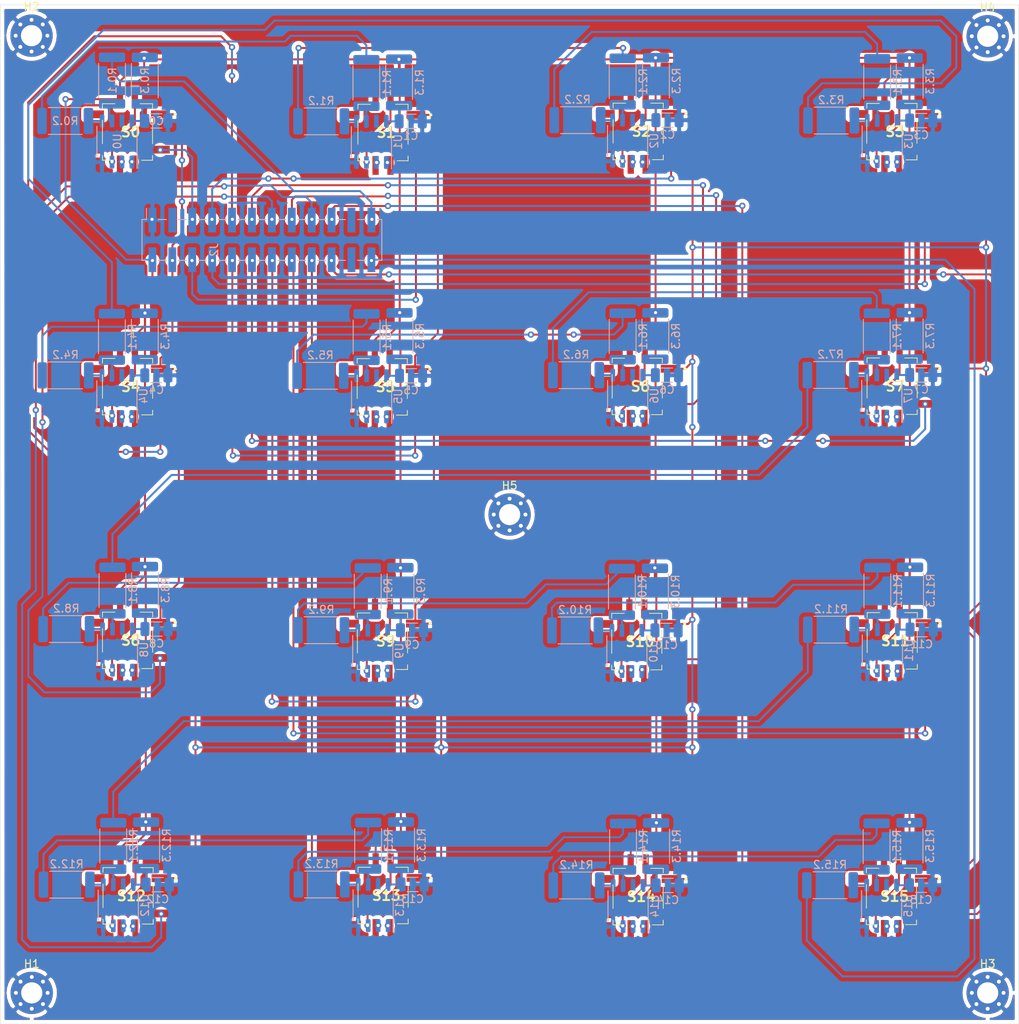
<source format=kicad_pcb>
(kicad_pcb (version 20171130) (host pcbnew 5.1.10)
  (title_block (title "A³motion - Buttonmatrix-Modul") (date 2021-08-04) (rev v.0.1) (company "A³ Ambisonic Audio Adventures (Haftungsbeschränkt) UG & Co. KG"))
  (layers (0 F.Cu signal) (31 B.Cu signal) (34 B.Paste user) (35 F.Paste user) (36 B.SilkS user) (37 F.SilkS user) (38 B.Mask user) (39 F.Mask user) (44 Edge.Cuts user))
  (net 0 "")
  (net 1 "Net-(C1-Pad1)")
  (net 2 GND)
  (net 3 "Net-(C2-Pad1)")
  (net 4 "Net-(C3-Pad1)")
  (net 5 "Net-(C4-Pad1)")
  (net 6 "Net-(C5-Pad1)")
  (net 7 "Net-(C6-Pad1)")
  (net 8 "Net-(C7-Pad1)")
  (net 9 "Net-(C8-Pad1)")
  (net 10 "Net-(C9-Pad1)")
  (net 11 "Net-(C10-Pad1)")
  (net 12 "Net-(C11-Pad1)")
  (net 13 "Net-(C12-Pad1)")
  (net 14 "Net-(C13-Pad1)")
  (net 15 "Net-(C14-Pad1)")
  (net 16 "Net-(C15-Pad1)")
  (net 17 +5V)
  (net 18 btn00)
  (net 19 btn01)
  (net 20 btn02)
  (net 21 btn03)
  (net 22 btn04)
  (net 23 btn05)
  (net 24 btn06)
  (net 25 btn07)
  (net 26 btn08)
  (net 27 btn09)
  (net 28 btn10)
  (net 29 btn11)
  (net 30 btn12)
  (net 31 btn13)
  (net 32 btn14)
  (net 33 btn15)
  (net 34 LED_DAT_IN)
  (net 35 LED_DAT_OUT)
  (net 36 "Net-(S1-PadL4)")
  (net 37 "Net-(S1-PadL2)")
  (net 38 "Net-(S1-PadL1)")
  (net 39 "Net-(S2-PadL4)")
  (net 40 "Net-(S2-PadL2)")
  (net 41 "Net-(S2-PadL1)")
  (net 42 "Net-(S3-PadL4)")
  (net 43 "Net-(S3-PadL2)")
  (net 44 "Net-(S3-PadL1)")
  (net 45 "Net-(S4-PadL1)")
  (net 46 "Net-(S4-PadL2)")
  (net 47 "Net-(S4-PadL4)")
  (net 48 "Net-(S5-PadL1)")
  (net 49 "Net-(S5-PadL2)")
  (net 50 "Net-(S5-PadL4)")
  (net 51 "Net-(S6-PadL4)")
  (net 52 "Net-(S6-PadL2)")
  (net 53 "Net-(S6-PadL1)")
  (net 54 "Net-(S7-PadL1)")
  (net 55 "Net-(S7-PadL2)")
  (net 56 "Net-(S7-PadL4)")
  (net 57 "Net-(S8-PadL1)")
  (net 58 "Net-(S8-PadL2)")
  (net 59 "Net-(S8-PadL4)")
  (net 60 "Net-(S9-PadL4)")
  (net 61 "Net-(S9-PadL2)")
  (net 62 "Net-(S9-PadL1)")
  (net 63 "Net-(S10-PadL4)")
  (net 64 "Net-(S10-PadL2)")
  (net 65 "Net-(S10-PadL1)")
  (net 66 "Net-(S11-PadL4)")
  (net 67 "Net-(S11-PadL2)")
  (net 68 "Net-(S11-PadL1)")
  (net 69 "Net-(S12-PadL1)")
  (net 70 "Net-(S12-PadL2)")
  (net 71 "Net-(S12-PadL4)")
  (net 72 "Net-(S13-PadL4)")
  (net 73 "Net-(S13-PadL2)")
  (net 74 "Net-(S13-PadL1)")
  (net 75 "Net-(S14-PadL1)")
  (net 76 "Net-(S14-PadL2)")
  (net 77 "Net-(S14-PadL4)")
  (net 78 "Net-(S15-PadL1)")
  (net 79 "Net-(S15-PadL2)")
  (net 80 "Net-(S15-PadL4)")
  (net 81 "Net-(U1-Pad7)")
  (net 82 "Net-(U2-Pad7)")
  (net 83 "Net-(U3-Pad7)")
  (net 84 "Net-(U4-Pad7)")
  (net 85 "Net-(U5-Pad7)")
  (net 86 "Net-(U6-Pad7)")
  (net 87 "Net-(U7-Pad7)")
  (net 88 "Net-(U8-Pad7)")
  (net 89 "Net-(U9-Pad7)")
  (net 90 "Net-(U10-Pad7)")
  (net 91 "Net-(U11-Pad7)")
  (net 92 "Net-(U12-Pad7)")
  (net 93 "Net-(U13-Pad7)")
  (net 94 "Net-(U14-Pad7)")
  (net 95 "Net-(U15-Pad7)")
  (net 96 "Net-(C0-Pad1)")
  (net 97 "Net-(R0.2-Pad2)")
  (net 98 "Net-(R0.2-Pad1)")
  (net 99 "Net-(R0.1-Pad1)")
  (net 100 "Net-(R1.1-Pad1)")
  (net 101 "Net-(R1.2-Pad2)")
  (net 102 "Net-(R1.2-Pad1)")
  (net 103 "Net-(R2.2-Pad2)")
  (net 104 "Net-(R2.2-Pad1)")
  (net 105 "Net-(R2.1-Pad1)")
  (net 106 "Net-(R3.1-Pad1)")
  (net 107 "Net-(R3.2-Pad2)")
  (net 108 "Net-(R3.2-Pad1)")
  (net 109 "Net-(R4.2-Pad1)")
  (net 110 "Net-(R4.2-Pad2)")
  (net 111 "Net-(R4.1-Pad1)")
  (net 112 "Net-(R5.1-Pad1)")
  (net 113 "Net-(R5.2-Pad1)")
  (net 114 "Net-(R5.2-Pad2)")
  (net 115 "Net-(R6.2-Pad2)")
  (net 116 "Net-(R6.2-Pad1)")
  (net 117 "Net-(R6.1-Pad1)")
  (net 118 "Net-(R7.1-Pad1)")
  (net 119 "Net-(R7.2-Pad1)")
  (net 120 "Net-(R7.2-Pad2)")
  (net 121 "Net-(R8.1-Pad1)")
  (net 122 "Net-(R8.2-Pad1)")
  (net 123 "Net-(R8.2-Pad2)")
  (net 124 "Net-(R9.1-Pad1)")
  (net 125 "Net-(R10.1-Pad2)")
  (net 126 "Net-(R9.2-Pad1)")
  (net 127 "Net-(R10.1-Pad1)")
  (net 128 "Net-(R10.2-Pad1)")
  (net 129 "Net-(R10.2-Pad2)")
  (net 130 "Net-(R11.1-Pad1)")
  (net 131 "Net-(R11.2-Pad2)")
  (net 132 "Net-(R11.2-Pad1)")
  (net 133 "Net-(R12.1-Pad1)")
  (net 134 "Net-(R12.2-Pad1)")
  (net 135 "Net-(R12.2-Pad2)")
  (net 136 "Net-(R13.1-Pad1)")
  (net 137 "Net-(R13.2-Pad2)")
  (net 138 "Net-(R13.2-Pad1)")
  (net 139 "Net-(R14.1-Pad1)")
  (net 140 "Net-(R14.2-Pad1)")
  (net 141 "Net-(R14.2-Pad2)")
  (net 142 "Net-(R15.1-Pad1)")
  (net 143 "Net-(R15.2-Pad1)")
  (net 144 "Net-(S0-PadL1)")
  (net 145 "Net-(S0-PadL2)")
  (net 146 "Net-(S0-PadL4)")
  (net 147 "Net-(U0-Pad7)")
  (net 148 +3V3)
  (net 149 "Net-(J2-Pad22)")
  (net 150 "Net-(J2-Pad21)")
  (net 151 "Net-(J2-Pad3)")
  (net 152 "Net-(S0-Pad2)")
  (net 153 "Net-(S0-Pad4)")
  (net 154 "Net-(S1-Pad2)")
  (net 155 "Net-(S1-Pad4)")
  (net 156 "Net-(S2-Pad2)")
  (net 157 "Net-(S2-Pad4)")
  (net 158 "Net-(S3-Pad2)")
  (net 159 "Net-(S3-Pad4)")
  (net 160 "Net-(S4-Pad4)")
  (net 161 "Net-(S4-Pad2)")
  (net 162 "Net-(S5-Pad2)")
  (net 163 "Net-(S5-Pad4)")
  (net 164 "Net-(S6-Pad4)")
  (net 165 "Net-(S6-Pad2)")
  (net 166 "Net-(S7-Pad2)")
  (net 167 "Net-(S7-Pad4)")
  (net 168 "Net-(S8-Pad4)")
  (net 169 "Net-(S8-Pad2)")
  (net 170 "Net-(S9-Pad4)")
  (net 171 "Net-(S9-Pad2)")
  (net 172 "Net-(S10-Pad4)")
  (net 173 "Net-(S10-Pad2)")
  (net 174 "Net-(S11-Pad2)")
  (net 175 "Net-(S11-Pad4)")
  (net 176 "Net-(S12-Pad4)")
  (net 177 "Net-(S12-Pad2)")
  (net 178 "Net-(S13-Pad2)")
  (net 179 "Net-(S13-Pad4)")
  (net 180 "Net-(S14-Pad4)")
  (net 181 "Net-(S14-Pad2)")
  (net 182 "Net-(S15-Pad4)")
  (net 183 "Net-(S15-Pad2)")
  (module MountingHole:MountingHole_2.7mm_Pad_Via (layer F.Cu) (at 92.40478 89.07578)
    (fp_text reference H5 (at 0 -3.7) (layer F.SilkS))
    (fp_text value MountingHole_Pad)
    (pad 1 thru_hole circle (at 1.431891 -1.431891) (size 0.8 0.8) (drill 0.5) (layers *.Cu *.Mask) (net 2 GND))
    (pad 1 thru_hole circle (at 0 -2.025) (size 0.8 0.8) (drill 0.5) (layers *.Cu *.Mask) (net 2 GND))
    (pad 1 thru_hole circle (at -1.431891 -1.431891) (size 0.8 0.8) (drill 0.5) (layers *.Cu *.Mask) (net 2 GND))
    (pad 1 thru_hole circle (at -2.025 0) (size 0.8 0.8) (drill 0.5) (layers *.Cu *.Mask) (net 2 GND))
    (pad 1 thru_hole circle (at -1.431891 1.431891) (size 0.8 0.8) (drill 0.5) (layers *.Cu *.Mask) (net 2 GND))
    (pad 1 thru_hole circle (at 0 2.025) (size 0.8 0.8) (drill 0.5) (layers *.Cu *.Mask) (net 2 GND))
    (pad 1 thru_hole circle (at 1.431891 1.431891) (size 0.8 0.8) (drill 0.5) (layers *.Cu *.Mask) (net 2 GND))
    (pad 1 thru_hole circle (at 2.025 0) (size 0.8 0.8) (drill 0.5) (layers *.Cu *.Mask) (net 2 GND))
    (pad 1 thru_hole circle (at 0 0) (size 5.4 5.4) (drill 2.7) (layers *.Cu *.Mask) (net 2 GND))
  )
  (module MountingHole:MountingHole_2.7mm_Pad_Via (layer F.Cu) (at 153.40478 28.07578)
    (fp_text reference H4 (at 0 -3.7) (layer F.SilkS))
    (fp_text value MountingHole_Pad)
    (pad 1 thru_hole circle (at 1.431891 -1.431891) (size 0.8 0.8) (drill 0.5) (layers *.Cu *.Mask) (net 2 GND))
    (pad 1 thru_hole circle (at 0 -2.025) (size 0.8 0.8) (drill 0.5) (layers *.Cu *.Mask) (net 2 GND))
    (pad 1 thru_hole circle (at -1.431891 -1.431891) (size 0.8 0.8) (drill 0.5) (layers *.Cu *.Mask) (net 2 GND))
    (pad 1 thru_hole circle (at -2.025 0) (size 0.8 0.8) (drill 0.5) (layers *.Cu *.Mask) (net 2 GND))
    (pad 1 thru_hole circle (at -1.431891 1.431891) (size 0.8 0.8) (drill 0.5) (layers *.Cu *.Mask) (net 2 GND))
    (pad 1 thru_hole circle (at 0 2.025) (size 0.8 0.8) (drill 0.5) (layers *.Cu *.Mask) (net 2 GND))
    (pad 1 thru_hole circle (at 1.431891 1.431891) (size 0.8 0.8) (drill 0.5) (layers *.Cu *.Mask) (net 2 GND))
    (pad 1 thru_hole circle (at 2.025 0) (size 0.8 0.8) (drill 0.5) (layers *.Cu *.Mask) (net 2 GND))
    (pad 1 thru_hole circle (at 0 0) (size 5.4 5.4) (drill 2.7) (layers *.Cu *.Mask) (net 2 GND))
  )
  (module MountingHole:MountingHole_2.7mm_Pad_Via (layer F.Cu) (at 153.40478 150.07578)
    (fp_text reference H3 (at 0 -3.7) (layer F.SilkS))
    (fp_text value MountingHole_Pad)
    (pad 1 thru_hole circle (at 1.431891 -1.431891) (size 0.8 0.8) (drill 0.5) (layers *.Cu *.Mask) (net 2 GND))
    (pad 1 thru_hole circle (at 0 -2.025) (size 0.8 0.8) (drill 0.5) (layers *.Cu *.Mask) (net 2 GND))
    (pad 1 thru_hole circle (at -1.431891 -1.431891) (size 0.8 0.8) (drill 0.5) (layers *.Cu *.Mask) (net 2 GND))
    (pad 1 thru_hole circle (at -2.025 0) (size 0.8 0.8) (drill 0.5) (layers *.Cu *.Mask) (net 2 GND))
    (pad 1 thru_hole circle (at -1.431891 1.431891) (size 0.8 0.8) (drill 0.5) (layers *.Cu *.Mask) (net 2 GND))
    (pad 1 thru_hole circle (at 0 2.025) (size 0.8 0.8) (drill 0.5) (layers *.Cu *.Mask) (net 2 GND))
    (pad 1 thru_hole circle (at 1.431891 1.431891) (size 0.8 0.8) (drill 0.5) (layers *.Cu *.Mask) (net 2 GND))
    (pad 1 thru_hole circle (at 2.025 0) (size 0.8 0.8) (drill 0.5) (layers *.Cu *.Mask) (net 2 GND))
    (pad 1 thru_hole circle (at 0 0) (size 5.4 5.4) (drill 2.7) (layers *.Cu *.Mask) (net 2 GND))
  )
  (module MountingHole:MountingHole_2.7mm_Pad_Via (layer F.Cu) (at 31.40478 28)
    (fp_text reference H2 (at 0 -3.7) (layer F.SilkS))
    (fp_text value MountingHole_Pad)
    (pad 1 thru_hole circle (at 1.431891 -1.431891) (size 0.8 0.8) (drill 0.5) (layers *.Cu *.Mask) (net 2 GND))
    (pad 1 thru_hole circle (at 0 -2.025) (size 0.8 0.8) (drill 0.5) (layers *.Cu *.Mask) (net 2 GND))
    (pad 1 thru_hole circle (at -1.431891 -1.431891) (size 0.8 0.8) (drill 0.5) (layers *.Cu *.Mask) (net 2 GND))
    (pad 1 thru_hole circle (at -2.025 0) (size 0.8 0.8) (drill 0.5) (layers *.Cu *.Mask) (net 2 GND))
    (pad 1 thru_hole circle (at -1.431891 1.431891) (size 0.8 0.8) (drill 0.5) (layers *.Cu *.Mask) (net 2 GND))
    (pad 1 thru_hole circle (at 0 2.025) (size 0.8 0.8) (drill 0.5) (layers *.Cu *.Mask) (net 2 GND))
    (pad 1 thru_hole circle (at 1.431891 1.431891) (size 0.8 0.8) (drill 0.5) (layers *.Cu *.Mask) (net 2 GND))
    (pad 1 thru_hole circle (at 2.025 0) (size 0.8 0.8) (drill 0.5) (layers *.Cu *.Mask) (net 2 GND))
    (pad 1 thru_hole circle (at 0 0) (size 5.4 5.4) (drill 2.7) (layers *.Cu *.Mask) (net 2 GND))
  )
  (module MountingHole:MountingHole_2.7mm_Pad_Via (layer F.Cu) (at 31.431891 150.07578)
    (fp_text reference H1 (at 0 -3.7) (layer F.SilkS))
    (fp_text value MountingHole_Pad)
    (pad 1 thru_hole circle (at 1.431891 -1.431891) (size 0.8 0.8) (drill 0.5) (layers *.Cu *.Mask) (net 2 GND))
    (pad 1 thru_hole circle (at 0 -2.025) (size 0.8 0.8) (drill 0.5) (layers *.Cu *.Mask) (net 2 GND))
    (pad 1 thru_hole circle (at -1.431891 -1.431891) (size 0.8 0.8) (drill 0.5) (layers *.Cu *.Mask) (net 2 GND))
    (pad 1 thru_hole circle (at -2.025 0) (size 0.8 0.8) (drill 0.5) (layers *.Cu *.Mask) (net 2 GND))
    (pad 1 thru_hole circle (at -1.431891 1.431891) (size 0.8 0.8) (drill 0.5) (layers *.Cu *.Mask) (net 2 GND))
    (pad 1 thru_hole circle (at 0 2.025) (size 0.8 0.8) (drill 0.5) (layers *.Cu *.Mask) (net 2 GND))
    (pad 1 thru_hole circle (at 1.431891 1.431891) (size 0.8 0.8) (drill 0.5) (layers *.Cu *.Mask) (net 2 GND))
    (pad 1 thru_hole circle (at 2.025 0) (size 0.8 0.8) (drill 0.5) (layers *.Cu *.Mask) (net 2 GND))
    (pad 1 thru_hole circle (at 0 0) (size 5.4 5.4) (drill 2.7) (layers *.Cu *.Mask) (net 2 GND))
  )
  (module SamacSys_Parts:228CMVARGBFR (layer F.Cu) (at 43.64198 40.28196)
    (fp_text reference S0 (at 0.4 0) (layer F.SilkS) (effects (font (size 1.27 1.27) (thickness 0.254))))
    (fp_text value 228CMVARGBFR hide)
    (pad 1 smd rect (at 4.2 -2.25 90) (size 1 2.4) (layers F.Cu F.Paste F.Mask) (net 148 +3V3))
    (pad 2 smd rect (at -4.2 -2.25 90) (size 1 2.4) (layers F.Cu F.Paste F.Mask) (net 152 "Net-(S0-Pad2)"))
    (pad 3 smd rect (at 4.2 2.25 90) (size 1 2.4) (layers F.Cu F.Paste F.Mask) (net 18 btn00))
    (pad 4 smd rect (at -4.2 2.25 90) (size 1 2.4) (layers F.Cu F.Paste F.Mask) (net 153 "Net-(S0-Pad4)"))
    (pad L1 smd rect (at 0.95 -4.2) (size 0.8 2.4) (layers F.Cu F.Paste F.Mask) (net 144 "Net-(S0-PadL1)"))
    (pad L2 smd rect (at 0.95 4.2) (size 0.8 2.4) (layers F.Cu F.Paste F.Mask) (net 145 "Net-(S0-PadL2)"))
    (pad L3 smd rect (at -0.95 -4.2) (size 0.8 2.4) (layers F.Cu F.Paste F.Mask) (net 17 +5V))
    (pad L4 smd rect (at -0.95 4.2) (size 0.8 2.4) (layers F.Cu F.Paste F.Mask) (net 146 "Net-(S0-PadL4)"))
  )
  (module Connector_PinHeader_2.54mm:PinHeader_2x12_P2.54mm_Vertical_SMD (layer B.Cu) (at 60.79978 54.05078 270)
    (fp_text reference J2 (at 1.27 6.1 270) (layer B.SilkS) (effects (justify mirror)))
    (fp_text value Conn_02x12_Odd_Even)
    (pad 24 smd rect (at 2.525 -13.97 270) (size 3.15 1) (layers B.Cu B.Paste B.Mask) (net 35 LED_DAT_OUT))
    (pad 23 smd rect (at -2.525 -13.97 270) (size 3.15 1) (layers B.Cu B.Paste B.Mask) (net 34 LED_DAT_IN))
    (pad 22 smd rect (at 2.525 -11.43 270) (size 3.15 1) (layers B.Cu B.Paste B.Mask) (net 149 "Net-(J2-Pad22)"))
    (pad 21 smd rect (at -2.525 -11.43 270) (size 3.15 1) (layers B.Cu B.Paste B.Mask) (net 150 "Net-(J2-Pad21)"))
    (pad 20 smd rect (at 2.525 -8.89 270) (size 3.15 1) (layers B.Cu B.Paste B.Mask) (net 33 btn15))
    (pad 19 smd rect (at -2.525 -8.89 270) (size 3.15 1) (layers B.Cu B.Paste B.Mask) (net 32 btn14))
    (pad 18 smd rect (at 2.525 -6.35 270) (size 3.15 1) (layers B.Cu B.Paste B.Mask) (net 31 btn13))
    (pad 17 smd rect (at -2.525 -6.35 270) (size 3.15 1) (layers B.Cu B.Paste B.Mask) (net 30 btn12))
    (pad 16 smd rect (at 2.525 -3.81 270) (size 3.15 1) (layers B.Cu B.Paste B.Mask) (net 29 btn11))
    (pad 15 smd rect (at -2.525 -3.81 270) (size 3.15 1) (layers B.Cu B.Paste B.Mask) (net 28 btn10))
    (pad 14 smd rect (at 2.525 -1.27 270) (size 3.15 1) (layers B.Cu B.Paste B.Mask) (net 27 btn09))
    (pad 13 smd rect (at -2.525 -1.27 270) (size 3.15 1) (layers B.Cu B.Paste B.Mask) (net 26 btn08))
    (pad 12 smd rect (at 2.525 1.27 270) (size 3.15 1) (layers B.Cu B.Paste B.Mask) (net 25 btn07))
    (pad 11 smd rect (at -2.525 1.27 270) (size 3.15 1) (layers B.Cu B.Paste B.Mask) (net 24 btn06))
    (pad 10 smd rect (at 2.525 3.81 270) (size 3.15 1) (layers B.Cu B.Paste B.Mask) (net 23 btn05))
    (pad 9 smd rect (at -2.525 3.81 270) (size 3.15 1) (layers B.Cu B.Paste B.Mask) (net 22 btn04))
    (pad 8 smd rect (at 2.525 6.35 270) (size 3.15 1) (layers B.Cu B.Paste B.Mask) (net 21 btn03))
    (pad 7 smd rect (at -2.525 6.35 270) (size 3.15 1) (layers B.Cu B.Paste B.Mask) (net 20 btn02))
    (pad 6 smd rect (at 2.525 8.89 270) (size 3.15 1) (layers B.Cu B.Paste B.Mask) (net 19 btn01))
    (pad 5 smd rect (at -2.525 8.89 270) (size 3.15 1) (layers B.Cu B.Paste B.Mask) (net 18 btn00))
    (pad 4 smd rect (at 2.525 11.43 270) (size 3.15 1) (layers B.Cu B.Paste B.Mask) (net 148 +3V3))
    (pad 3 smd rect (at -2.525 11.43 270) (size 3.15 1) (layers B.Cu B.Paste B.Mask) (net 151 "Net-(J2-Pad3)"))
    (pad 2 smd rect (at 2.525 13.97 270) (size 3.15 1) (layers B.Cu B.Paste B.Mask) (net 17 +5V))
    (pad 1 smd rect (at -2.525 13.97 270) (size 3.15 1) (layers B.Cu B.Paste B.Mask) (net 2 GND))
  )
  (module Capacitor_SMD:C_1206_3216Metric (layer B.Cu) (at 47.50478 136.27578)
    (fp_text reference C12 (at 0 1.85) (layer B.SilkS) (effects (justify mirror)))
    (fp_text value 104)
    (pad 1 smd roundrect (at -1.475 0) (size 1.15 1.8) (layers B.Cu B.Paste B.Mask) (roundrect_rratio 0.2173904347826087) (net 13 "Net-(C12-Pad1)"))
    (pad 2 smd roundrect (at 1.475 0) (size 1.15 1.8) (layers B.Cu B.Paste B.Mask) (roundrect_rratio 0.2173904347826087) (net 2 GND))
  )
  (module Capacitor_SMD:C_1206_3216Metric (layer B.Cu) (at 47.35478 103.67578)
    (fp_text reference C8 (at 0 1.85) (layer B.SilkS) (effects (justify mirror)))
    (fp_text value 104)
    (pad 2 smd roundrect (at 1.475 0) (size 1.15 1.8) (layers B.Cu B.Paste B.Mask) (roundrect_rratio 0.2173904347826087) (net 2 GND))
    (pad 1 smd roundrect (at -1.475 0) (size 1.15 1.8) (layers B.Cu B.Paste B.Mask) (roundrect_rratio 0.2173904347826087) (net 9 "Net-(C8-Pad1)"))
  )
  (module Capacitor_SMD:C_1206_3216Metric (layer B.Cu) (at 47.32978 71.32578)
    (fp_text reference C4 (at 0 1.85) (layer B.SilkS) (effects (justify mirror)))
    (fp_text value 104)
    (pad 1 smd roundrect (at -1.475 0) (size 1.15 1.8) (layers B.Cu B.Paste B.Mask) (roundrect_rratio 0.2173904347826087) (net 5 "Net-(C4-Pad1)"))
    (pad 2 smd roundrect (at 1.475 0) (size 1.15 1.8) (layers B.Cu B.Paste B.Mask) (roundrect_rratio 0.2173904347826087) (net 2 GND))
  )
  (module Capacitor_SMD:C_1206_3216Metric (layer B.Cu) (at 47.32978 38.87578)
    (fp_text reference C0 (at 0 0) (layer B.SilkS) (effects (justify mirror)))
    (fp_text value 104)
    (pad 1 smd roundrect (at -1.475 0) (size 1.15 1.8) (layers B.Cu B.Paste B.Mask) (roundrect_rratio 0.2173904347826087) (net 96 "Net-(C0-Pad1)"))
    (pad 2 smd roundrect (at 1.475 0) (size 1.15 1.8) (layers B.Cu B.Paste B.Mask) (roundrect_rratio 0.2173904347826087) (net 2 GND))
  )
  (module Capacitor_SMD:C_1206_3216Metric (layer B.Cu) (at 80.02978 136.25078)
    (fp_text reference C13 (at 0 1.85) (layer B.SilkS) (effects (justify mirror)))
    (fp_text value 104)
    (pad 2 smd roundrect (at 1.475 0) (size 1.15 1.8) (layers B.Cu B.Paste B.Mask) (roundrect_rratio 0.2173904347826087) (net 2 GND))
    (pad 1 smd roundrect (at -1.475 0) (size 1.15 1.8) (layers B.Cu B.Paste B.Mask) (roundrect_rratio 0.2173904347826087) (net 14 "Net-(C13-Pad1)"))
  )
  (module Capacitor_SMD:C_1206_3216Metric (layer B.Cu) (at 79.95478 103.82578)
    (fp_text reference C9 (at 0 1.85) (layer B.SilkS) (effects (justify mirror)))
    (fp_text value 104)
    (pad 1 smd roundrect (at -1.475 0) (size 1.15 1.8) (layers B.Cu B.Paste B.Mask) (roundrect_rratio 0.2173904347826087) (net 10 "Net-(C9-Pad1)"))
    (pad 2 smd roundrect (at 1.475 0) (size 1.15 1.8) (layers B.Cu B.Paste B.Mask) (roundrect_rratio 0.2173904347826087) (net 2 GND))
  )
  (module Capacitor_SMD:C_1206_3216Metric (layer B.Cu) (at 79.82978 71.37578)
    (fp_text reference C5 (at 0 1.85) (layer B.SilkS) (effects (justify mirror)))
    (fp_text value 104)
    (pad 2 smd roundrect (at 1.475 0) (size 1.15 1.8) (layers B.Cu B.Paste B.Mask) (roundrect_rratio 0.2173904347826087) (net 2 GND))
    (pad 1 smd roundrect (at -1.475 0) (size 1.15 1.8) (layers B.Cu B.Paste B.Mask) (roundrect_rratio 0.2173904347826087) (net 6 "Net-(C5-Pad1)"))
  )
  (module Capacitor_SMD:C_1206_3216Metric (layer B.Cu) (at 79.77978 38.92578)
    (fp_text reference C1 (at 0 1.85) (layer B.SilkS) (effects (justify mirror)))
    (fp_text value 104)
    (pad 1 smd roundrect (at -1.475 0) (size 1.15 1.8) (layers B.Cu B.Paste B.Mask) (roundrect_rratio 0.2173904347826087) (net 1 "Net-(C1-Pad1)"))
    (pad 2 smd roundrect (at 1.475 0) (size 1.15 1.8) (layers B.Cu B.Paste B.Mask) (roundrect_rratio 0.2173904347826087) (net 2 GND))
  )
  (module Capacitor_SMD:C_1206_3216Metric (layer B.Cu) (at 112.57978 136.37578)
    (fp_text reference C14 (at 0 1.85) (layer B.SilkS) (effects (justify mirror)))
    (fp_text value 104)
    (pad 1 smd roundrect (at -1.475 0) (size 1.15 1.8) (layers B.Cu B.Paste B.Mask) (roundrect_rratio 0.2173904347826087) (net 15 "Net-(C14-Pad1)"))
    (pad 2 smd roundrect (at 1.475 0) (size 1.15 1.8) (layers B.Cu B.Paste B.Mask) (roundrect_rratio 0.2173904347826087) (net 2 GND))
  )
  (module Capacitor_SMD:C_1206_3216Metric (layer B.Cu) (at 112.42978 103.85078)
    (fp_text reference C10 (at 0 1.85) (layer B.SilkS) (effects (justify mirror)))
    (fp_text value 104)
    (pad 2 smd roundrect (at 1.475 0) (size 1.15 1.8) (layers B.Cu B.Paste B.Mask) (roundrect_rratio 0.2173904347826087) (net 2 GND))
    (pad 1 smd roundrect (at -1.475 0) (size 1.15 1.8) (layers B.Cu B.Paste B.Mask) (roundrect_rratio 0.2173904347826087) (net 11 "Net-(C10-Pad1)"))
  )
  (module Capacitor_SMD:C_1206_3216Metric (layer B.Cu) (at 112.47978 71.30078)
    (fp_text reference C6 (at 0 1.85) (layer B.SilkS) (effects (justify mirror)))
    (fp_text value 104)
    (pad 2 smd roundrect (at 1.475 0) (size 1.15 1.8) (layers B.Cu B.Paste B.Mask) (roundrect_rratio 0.2173904347826087) (net 2 GND))
    (pad 1 smd roundrect (at -1.475 0) (size 1.15 1.8) (layers B.Cu B.Paste B.Mask) (roundrect_rratio 0.2173904347826087) (net 7 "Net-(C6-Pad1)"))
  )
  (module Capacitor_SMD:C_1206_3216Metric (layer B.Cu) (at 112.55478 38.77578)
    (fp_text reference C2 (at 0 1.85) (layer B.SilkS) (effects (justify mirror)))
    (fp_text value 104)
    (pad 1 smd roundrect (at -1.475 0) (size 1.15 1.8) (layers B.Cu B.Paste B.Mask) (roundrect_rratio 0.2173904347826087) (net 3 "Net-(C2-Pad1)"))
    (pad 2 smd roundrect (at 1.475 0) (size 1.15 1.8) (layers B.Cu B.Paste B.Mask) (roundrect_rratio 0.2173904347826087) (net 2 GND))
  )
  (module Capacitor_SMD:C_1206_3216Metric (layer B.Cu) (at 144.90478 136.35078)
    (fp_text reference C15 (at 0 1.85) (layer B.SilkS) (effects (justify mirror)))
    (fp_text value 104)
    (pad 1 smd roundrect (at -1.475 0) (size 1.15 1.8) (layers B.Cu B.Paste B.Mask) (roundrect_rratio 0.2173904347826087) (net 16 "Net-(C15-Pad1)"))
    (pad 2 smd roundrect (at 1.475 0) (size 1.15 1.8) (layers B.Cu B.Paste B.Mask) (roundrect_rratio 0.2173904347826087) (net 2 GND))
  )
  (module Capacitor_SMD:C_1206_3216Metric (layer B.Cu) (at 144.97978 103.75078)
    (fp_text reference C11 (at 0 1.85) (layer B.SilkS) (effects (justify mirror)))
    (fp_text value 104)
    (pad 2 smd roundrect (at 1.475 0) (size 1.15 1.8) (layers B.Cu B.Paste B.Mask) (roundrect_rratio 0.2173904347826087) (net 2 GND))
    (pad 1 smd roundrect (at -1.475 0) (size 1.15 1.8) (layers B.Cu B.Paste B.Mask) (roundrect_rratio 0.2173904347826087) (net 12 "Net-(C11-Pad1)"))
  )
  (module Capacitor_SMD:C_1206_3216Metric (layer B.Cu) (at 144.92978 71.27578)
    (fp_text reference C7 (at 0 1.85) (layer B.SilkS) (effects (justify mirror)))
    (fp_text value 104)
    (pad 2 smd roundrect (at 1.475 0) (size 1.15 1.8) (layers B.Cu B.Paste B.Mask) (roundrect_rratio 0.2173904347826087) (net 2 GND))
    (pad 1 smd roundrect (at -1.475 0) (size 1.15 1.8) (layers B.Cu B.Paste B.Mask) (roundrect_rratio 0.2173904347826087) (net 8 "Net-(C7-Pad1)"))
  )
  (module Capacitor_SMD:C_1206_3216Metric (layer B.Cu) (at 144.92978 38.82578)
    (fp_text reference C3 (at 0 1.85) (layer B.SilkS) (effects (justify mirror)))
    (fp_text value 104)
    (pad 2 smd roundrect (at 1.475 0) (size 1.15 1.8) (layers B.Cu B.Paste B.Mask) (roundrect_rratio 0.2173904347826087) (net 2 GND))
    (pad 1 smd roundrect (at -1.475 0) (size 1.15 1.8) (layers B.Cu B.Paste B.Mask) (roundrect_rratio 0.2173904347826087) (net 4 "Net-(C3-Pad1)"))
  )
  (module Resistor_SMD:R_2512_6332Metric (layer B.Cu) (at 41.82978 131.33828 90)
    (fp_text reference R12.1 (at 0 2.62 90) (layer B.SilkS) (effects (justify mirror)))
    (fp_text value 33)
    (pad 2 smd roundrect (at 2.9625 0 90) (size 1.225 3.35) (layers B.Cu B.Paste B.Mask) (roundrect_rratio 0.2040816326530612) (net 131 "Net-(R11.2-Pad2)"))
    (pad 1 smd roundrect (at -2.9625 0 90) (size 1.225 3.35) (layers B.Cu B.Paste B.Mask) (roundrect_rratio 0.2040816326530612) (net 133 "Net-(R12.1-Pad1)"))
  )
  (module Resistor_SMD:R_2512_6332Metric (layer B.Cu) (at 35.89228 136.27578 180)
    (fp_text reference R12.2 (at 0 2.62 180) (layer B.SilkS) (effects (justify mirror)))
    (fp_text value 33)
    (pad 1 smd roundrect (at -2.9625 0 180) (size 1.225 3.35) (layers B.Cu B.Paste B.Mask) (roundrect_rratio 0.2040816326530612) (net 134 "Net-(R12.2-Pad1)"))
    (pad 2 smd roundrect (at 2.9625 0 180) (size 1.225 3.35) (layers B.Cu B.Paste B.Mask) (roundrect_rratio 0.2040816326530612) (net 135 "Net-(R12.2-Pad2)"))
  )
  (module Resistor_SMD:R_2512_6332Metric (layer B.Cu) (at 41.72978 98.76328 90)
    (fp_text reference R8.1 (at 0 2.62 90) (layer B.SilkS) (effects (justify mirror)))
    (fp_text value 33)
    (pad 2 smd roundrect (at 2.9625 0 90) (size 1.225 3.35) (layers B.Cu B.Paste B.Mask) (roundrect_rratio 0.2040816326530612) (net 120 "Net-(R7.2-Pad2)"))
    (pad 1 smd roundrect (at -2.9625 0 90) (size 1.225 3.35) (layers B.Cu B.Paste B.Mask) (roundrect_rratio 0.2040816326530612) (net 121 "Net-(R8.1-Pad1)"))
  )
  (module Resistor_SMD:R_2512_6332Metric (layer B.Cu) (at 35.84228 103.67578 180)
    (fp_text reference R8.2 (at 0 2.62 180) (layer B.SilkS) (effects (justify mirror)))
    (fp_text value 33)
    (pad 1 smd roundrect (at -2.9625 0 180) (size 1.225 3.35) (layers B.Cu B.Paste B.Mask) (roundrect_rratio 0.2040816326530612) (net 122 "Net-(R8.2-Pad1)"))
    (pad 2 smd roundrect (at 2.9625 0 180) (size 1.225 3.35) (layers B.Cu B.Paste B.Mask) (roundrect_rratio 0.2040816326530612) (net 123 "Net-(R8.2-Pad2)"))
  )
  (module Resistor_SMD:R_2512_6332Metric (layer B.Cu) (at 41.65478 66.41328 90)
    (fp_text reference R4.1 (at 0 2.62 90) (layer B.SilkS) (effects (justify mirror)))
    (fp_text value 33)
    (pad 2 smd roundrect (at 2.9625 0 90) (size 1.225 3.35) (layers B.Cu B.Paste B.Mask) (roundrect_rratio 0.2040816326530612) (net 107 "Net-(R3.2-Pad2)"))
    (pad 1 smd roundrect (at -2.9625 0 90) (size 1.225 3.35) (layers B.Cu B.Paste B.Mask) (roundrect_rratio 0.2040816326530612) (net 111 "Net-(R4.1-Pad1)"))
  )
  (module Resistor_SMD:R_2512_6332Metric (layer B.Cu) (at 35.74228 71.32578 180)
    (fp_text reference R4.2 (at 0 2.62 180) (layer B.SilkS) (effects (justify mirror)))
    (fp_text value 33)
    (pad 1 smd roundrect (at -2.9625 0 180) (size 1.225 3.35) (layers B.Cu B.Paste B.Mask) (roundrect_rratio 0.2040816326530612) (net 109 "Net-(R4.2-Pad1)"))
    (pad 2 smd roundrect (at 2.9625 0 180) (size 1.225 3.35) (layers B.Cu B.Paste B.Mask) (roundrect_rratio 0.2040816326530612) (net 110 "Net-(R4.2-Pad2)"))
  )
  (module Resistor_SMD:R_2512_6332Metric (layer B.Cu) (at 41.67978 33.72578 90)
    (fp_text reference R0.1 (at 0 0.05 90) (layer B.SilkS) (effects (justify mirror)))
    (fp_text value 33)
    (pad 1 smd roundrect (at -2.9625 0 90) (size 1.225 3.35) (layers B.Cu B.Paste B.Mask) (roundrect_rratio 0.2040816326530612) (net 99 "Net-(R0.1-Pad1)"))
    (pad 2 smd roundrect (at 2.9625 0 90) (size 1.225 3.35) (layers B.Cu B.Paste B.Mask) (roundrect_rratio 0.2040816326530612) (net 34 LED_DAT_IN))
  )
  (module Resistor_SMD:R_2512_6332Metric (layer B.Cu) (at 35.70478 38.87578 180)
    (fp_text reference R0.2 (at 0 0 180) (layer B.SilkS) (effects (justify mirror)))
    (fp_text value 33)
    (pad 2 smd roundrect (at 2.9625 0 180) (size 1.225 3.35) (layers B.Cu B.Paste B.Mask) (roundrect_rratio 0.2040816326530612) (net 97 "Net-(R0.2-Pad2)"))
    (pad 1 smd roundrect (at -2.9625 0 180) (size 1.225 3.35) (layers B.Cu B.Paste B.Mask) (roundrect_rratio 0.2040816326530612) (net 98 "Net-(R0.2-Pad1)"))
  )
  (module Resistor_SMD:R_2512_6332Metric (layer B.Cu) (at 46.02978 131.26328 90)
    (fp_text reference R12.3 (at 0 2.62 90) (layer B.SilkS) (effects (justify mirror)))
    (fp_text value 100)
    (pad 1 smd roundrect (at -2.9625 0 90) (size 1.225 3.35) (layers B.Cu B.Paste B.Mask) (roundrect_rratio 0.2040816326530612) (net 13 "Net-(C12-Pad1)"))
    (pad 2 smd roundrect (at 2.9625 0 90) (size 1.225 3.35) (layers B.Cu B.Paste B.Mask) (roundrect_rratio 0.2040816326530612) (net 17 +5V))
  )
  (module Resistor_SMD:R_2512_6332Metric (layer B.Cu) (at 45.87978 98.67578 90)
    (fp_text reference R8.3 (at 0 2.62 90) (layer B.SilkS) (effects (justify mirror)))
    (fp_text value 100)
    (pad 2 smd roundrect (at 2.9625 0 90) (size 1.225 3.35) (layers B.Cu B.Paste B.Mask) (roundrect_rratio 0.2040816326530612) (net 17 +5V))
    (pad 1 smd roundrect (at -2.9625 0 90) (size 1.225 3.35) (layers B.Cu B.Paste B.Mask) (roundrect_rratio 0.2040816326530612) (net 9 "Net-(C8-Pad1)"))
  )
  (module Resistor_SMD:R_2512_6332Metric (layer B.Cu) (at 45.85478 66.36328 90)
    (fp_text reference R4.3 (at 0 2.62 90) (layer B.SilkS) (effects (justify mirror)))
    (fp_text value 100)
    (pad 1 smd roundrect (at -2.9625 0 90) (size 1.225 3.35) (layers B.Cu B.Paste B.Mask) (roundrect_rratio 0.2040816326530612) (net 5 "Net-(C4-Pad1)"))
    (pad 2 smd roundrect (at 2.9625 0 90) (size 1.225 3.35) (layers B.Cu B.Paste B.Mask) (roundrect_rratio 0.2040816326530612) (net 17 +5V))
  )
  (module Resistor_SMD:R_2512_6332Metric (layer B.Cu) (at 45.85478 33.73828 90)
    (fp_text reference R0.3 (at 0.0125 0.025 90) (layer B.SilkS) (effects (justify mirror)))
    (fp_text value 100)
    (pad 2 smd roundrect (at 2.9625 0 90) (size 1.225 3.35) (layers B.Cu B.Paste B.Mask) (roundrect_rratio 0.2040816326530612) (net 17 +5V))
    (pad 1 smd roundrect (at -2.9625 0 90) (size 1.225 3.35) (layers B.Cu B.Paste B.Mask) (roundrect_rratio 0.2040816326530612) (net 96 "Net-(C0-Pad1)"))
  )
  (module Resistor_SMD:R_2512_6332Metric (layer B.Cu) (at 74.35478 131.31328 90)
    (fp_text reference R13.1 (at 0 2.62 90) (layer B.SilkS) (effects (justify mirror)))
    (fp_text value 33)
    (pad 1 smd roundrect (at -2.9625 0 90) (size 1.225 3.35) (layers B.Cu B.Paste B.Mask) (roundrect_rratio 0.2040816326530612) (net 136 "Net-(R13.1-Pad1)"))
    (pad 2 smd roundrect (at 2.9625 0 90) (size 1.225 3.35) (layers B.Cu B.Paste B.Mask) (roundrect_rratio 0.2040816326530612) (net 135 "Net-(R12.2-Pad2)"))
  )
  (module Resistor_SMD:R_2512_6332Metric (layer B.Cu) (at 68.41728 136.25078 180)
    (fp_text reference R13.2 (at 0 2.62 180) (layer B.SilkS) (effects (justify mirror)))
    (fp_text value 33)
    (pad 2 smd roundrect (at 2.9625 0 180) (size 1.225 3.35) (layers B.Cu B.Paste B.Mask) (roundrect_rratio 0.2040816326530612) (net 137 "Net-(R13.2-Pad2)"))
    (pad 1 smd roundrect (at -2.9625 0 180) (size 1.225 3.35) (layers B.Cu B.Paste B.Mask) (roundrect_rratio 0.2040816326530612) (net 138 "Net-(R13.2-Pad1)"))
  )
  (module Resistor_SMD:R_2512_6332Metric (layer B.Cu) (at 74.30478 98.86328 90)
    (fp_text reference R9.1 (at 0 2.62 90) (layer B.SilkS) (effects (justify mirror)))
    (fp_text value 33)
    (pad 1 smd roundrect (at -2.9625 0 90) (size 1.225 3.35) (layers B.Cu B.Paste B.Mask) (roundrect_rratio 0.2040816326530612) (net 124 "Net-(R9.1-Pad1)"))
    (pad 2 smd roundrect (at 2.9625 0 90) (size 1.225 3.35) (layers B.Cu B.Paste B.Mask) (roundrect_rratio 0.2040816326530612) (net 123 "Net-(R8.2-Pad2)"))
  )
  (module Resistor_SMD:R_2512_6332Metric (layer B.Cu) (at 68.36728 103.82578 180)
    (fp_text reference R9.2 (at 0 2.62 180) (layer B.SilkS) (effects (justify mirror)))
    (fp_text value 33)
    (pad 2 smd roundrect (at 2.9625 0 180) (size 1.225 3.35) (layers B.Cu B.Paste B.Mask) (roundrect_rratio 0.2040816326530612) (net 125 "Net-(R10.1-Pad2)"))
    (pad 1 smd roundrect (at -2.9625 0 180) (size 1.225 3.35) (layers B.Cu B.Paste B.Mask) (roundrect_rratio 0.2040816326530612) (net 126 "Net-(R9.2-Pad1)"))
  )
  (module Resistor_SMD:R_2512_6332Metric (layer B.Cu) (at 74.15478 66.43828 90)
    (fp_text reference R5.1 (at 0 2.62 90) (layer B.SilkS) (effects (justify mirror)))
    (fp_text value 33)
    (pad 2 smd roundrect (at 2.9625 0 90) (size 1.225 3.35) (layers B.Cu B.Paste B.Mask) (roundrect_rratio 0.2040816326530612) (net 110 "Net-(R4.2-Pad2)"))
    (pad 1 smd roundrect (at -2.9625 0 90) (size 1.225 3.35) (layers B.Cu B.Paste B.Mask) (roundrect_rratio 0.2040816326530612) (net 112 "Net-(R5.1-Pad1)"))
  )
  (module Resistor_SMD:R_2512_6332Metric (layer B.Cu) (at 68.26728 71.37578 180)
    (fp_text reference R5.2 (at 0 2.62 180) (layer B.SilkS) (effects (justify mirror)))
    (fp_text value 33)
    (pad 1 smd roundrect (at -2.9625 0 180) (size 1.225 3.35) (layers B.Cu B.Paste B.Mask) (roundrect_rratio 0.2040816326530612) (net 113 "Net-(R5.2-Pad1)"))
    (pad 2 smd roundrect (at 2.9625 0 180) (size 1.225 3.35) (layers B.Cu B.Paste B.Mask) (roundrect_rratio 0.2040816326530612) (net 114 "Net-(R5.2-Pad2)"))
  )
  (module Resistor_SMD:R_2512_6332Metric (layer B.Cu) (at 74.12978 34.03828 90)
    (fp_text reference R1.1 (at 0 2.62 90) (layer B.SilkS) (effects (justify mirror)))
    (fp_text value 33)
    (pad 1 smd roundrect (at -2.9625 0 90) (size 1.225 3.35) (layers B.Cu B.Paste B.Mask) (roundrect_rratio 0.2040816326530612) (net 100 "Net-(R1.1-Pad1)"))
    (pad 2 smd roundrect (at 2.9625 0 90) (size 1.225 3.35) (layers B.Cu B.Paste B.Mask) (roundrect_rratio 0.2040816326530612) (net 97 "Net-(R0.2-Pad2)"))
  )
  (module Resistor_SMD:R_2512_6332Metric (layer B.Cu) (at 68.36728 38.92578 180)
    (fp_text reference R1.2 (at 0 2.62 180) (layer B.SilkS) (effects (justify mirror)))
    (fp_text value 33)
    (pad 2 smd roundrect (at 2.9625 0 180) (size 1.225 3.35) (layers B.Cu B.Paste B.Mask) (roundrect_rratio 0.2040816326530612) (net 101 "Net-(R1.2-Pad2)"))
    (pad 1 smd roundrect (at -2.9625 0 180) (size 1.225 3.35) (layers B.Cu B.Paste B.Mask) (roundrect_rratio 0.2040816326530612) (net 102 "Net-(R1.2-Pad1)"))
  )
  (module Resistor_SMD:R_2512_6332Metric (layer B.Cu) (at 78.55478 131.23828 90)
    (fp_text reference R13.3 (at 0 2.62 90) (layer B.SilkS) (effects (justify mirror)))
    (fp_text value 100)
    (pad 1 smd roundrect (at -2.9625 0 90) (size 1.225 3.35) (layers B.Cu B.Paste B.Mask) (roundrect_rratio 0.2040816326530612) (net 14 "Net-(C13-Pad1)"))
    (pad 2 smd roundrect (at 2.9625 0 90) (size 1.225 3.35) (layers B.Cu B.Paste B.Mask) (roundrect_rratio 0.2040816326530612) (net 17 +5V))
  )
  (module Resistor_SMD:R_2512_6332Metric (layer B.Cu) (at 78.47978 98.81328 90)
    (fp_text reference R9.3 (at 0 2.62 90) (layer B.SilkS) (effects (justify mirror)))
    (fp_text value 100)
    (pad 1 smd roundrect (at -2.9625 0 90) (size 1.225 3.35) (layers B.Cu B.Paste B.Mask) (roundrect_rratio 0.2040816326530612) (net 10 "Net-(C9-Pad1)"))
    (pad 2 smd roundrect (at 2.9625 0 90) (size 1.225 3.35) (layers B.Cu B.Paste B.Mask) (roundrect_rratio 0.2040816326530612) (net 17 +5V))
  )
  (module Resistor_SMD:R_2512_6332Metric (layer B.Cu) (at 78.35478 66.31328 90)
    (fp_text reference R5.3 (at 0 2.62 90) (layer B.SilkS) (effects (justify mirror)))
    (fp_text value 100)
    (pad 1 smd roundrect (at -2.9625 0 90) (size 1.225 3.35) (layers B.Cu B.Paste B.Mask) (roundrect_rratio 0.2040816326530612) (net 6 "Net-(C5-Pad1)"))
    (pad 2 smd roundrect (at 2.9625 0 90) (size 1.225 3.35) (layers B.Cu B.Paste B.Mask) (roundrect_rratio 0.2040816326530612) (net 17 +5V))
  )
  (module Resistor_SMD:R_2512_6332Metric (layer B.Cu) (at 78.30478 33.96328 90)
    (fp_text reference R1.3 (at 0 2.62 90) (layer B.SilkS) (effects (justify mirror)))
    (fp_text value 100)
    (pad 2 smd roundrect (at 2.9625 0 90) (size 1.225 3.35) (layers B.Cu B.Paste B.Mask) (roundrect_rratio 0.2040816326530612) (net 17 +5V))
    (pad 1 smd roundrect (at -2.9625 0 90) (size 1.225 3.35) (layers B.Cu B.Paste B.Mask) (roundrect_rratio 0.2040816326530612) (net 1 "Net-(C1-Pad1)"))
  )
  (module Resistor_SMD:R_2512_6332Metric (layer B.Cu) (at 106.87978 131.43828 90)
    (fp_text reference R14.1 (at 0 2.62 90) (layer B.SilkS) (effects (justify mirror)))
    (fp_text value 33)
    (pad 2 smd roundrect (at 2.9625 0 90) (size 1.225 3.35) (layers B.Cu B.Paste B.Mask) (roundrect_rratio 0.2040816326530612) (net 137 "Net-(R13.2-Pad2)"))
    (pad 1 smd roundrect (at -2.9625 0 90) (size 1.225 3.35) (layers B.Cu B.Paste B.Mask) (roundrect_rratio 0.2040816326530612) (net 139 "Net-(R14.1-Pad1)"))
  )
  (module Resistor_SMD:R_2512_6332Metric (layer B.Cu) (at 100.94228 136.37578 180)
    (fp_text reference R14.2 (at 0 2.62 180) (layer B.SilkS) (effects (justify mirror)))
    (fp_text value 33)
    (pad 1 smd roundrect (at -2.9625 0 180) (size 1.225 3.35) (layers B.Cu B.Paste B.Mask) (roundrect_rratio 0.2040816326530612) (net 140 "Net-(R14.2-Pad1)"))
    (pad 2 smd roundrect (at 2.9625 0 180) (size 1.225 3.35) (layers B.Cu B.Paste B.Mask) (roundrect_rratio 0.2040816326530612) (net 141 "Net-(R14.2-Pad2)"))
  )
  (module Resistor_SMD:R_2512_6332Metric (layer B.Cu) (at 106.72978 98.93828 90)
    (fp_text reference R10.1 (at 0 2.62 90) (layer B.SilkS) (effects (justify mirror)))
    (fp_text value 33)
    (pad 2 smd roundrect (at 2.9625 0 90) (size 1.225 3.35) (layers B.Cu B.Paste B.Mask) (roundrect_rratio 0.2040816326530612) (net 125 "Net-(R10.1-Pad2)"))
    (pad 1 smd roundrect (at -2.9625 0 90) (size 1.225 3.35) (layers B.Cu B.Paste B.Mask) (roundrect_rratio 0.2040816326530612) (net 127 "Net-(R10.1-Pad1)"))
  )
  (module Resistor_SMD:R_2512_6332Metric (layer B.Cu) (at 100.76728 103.85078 180)
    (fp_text reference R10.2 (at 0 2.62 180) (layer B.SilkS) (effects (justify mirror)))
    (fp_text value 33)
    (pad 1 smd roundrect (at -2.9625 0 180) (size 1.225 3.35) (layers B.Cu B.Paste B.Mask) (roundrect_rratio 0.2040816326530612) (net 128 "Net-(R10.2-Pad1)"))
    (pad 2 smd roundrect (at 2.9625 0 180) (size 1.225 3.35) (layers B.Cu B.Paste B.Mask) (roundrect_rratio 0.2040816326530612) (net 129 "Net-(R10.2-Pad2)"))
  )
  (module Resistor_SMD:R_2512_6332Metric (layer B.Cu) (at 106.82978 66.36328 90)
    (fp_text reference R6.1 (at 0 2.62 90) (layer B.SilkS) (effects (justify mirror)))
    (fp_text value 33)
    (pad 1 smd roundrect (at -2.9625 0 90) (size 1.225 3.35) (layers B.Cu B.Paste B.Mask) (roundrect_rratio 0.2040816326530612) (net 117 "Net-(R6.1-Pad1)"))
    (pad 2 smd roundrect (at 2.9625 0 90) (size 1.225 3.35) (layers B.Cu B.Paste B.Mask) (roundrect_rratio 0.2040816326530612) (net 114 "Net-(R5.2-Pad2)"))
  )
  (module Resistor_SMD:R_2512_6332Metric (layer B.Cu) (at 100.89228 71.30078 180)
    (fp_text reference R6.2 (at 0 2.62 180) (layer B.SilkS) (effects (justify mirror)))
    (fp_text value 33)
    (pad 2 smd roundrect (at 2.9625 0 180) (size 1.225 3.35) (layers B.Cu B.Paste B.Mask) (roundrect_rratio 0.2040816326530612) (net 115 "Net-(R6.2-Pad2)"))
    (pad 1 smd roundrect (at -2.9625 0 180) (size 1.225 3.35) (layers B.Cu B.Paste B.Mask) (roundrect_rratio 0.2040816326530612) (net 116 "Net-(R6.2-Pad1)"))
  )
  (module Resistor_SMD:R_2512_6332Metric (layer B.Cu) (at 106.82978 33.85078 90)
    (fp_text reference R2.1 (at 0 2.62 90) (layer B.SilkS) (effects (justify mirror)))
    (fp_text value 33)
    (pad 1 smd roundrect (at -2.9625 0 90) (size 1.225 3.35) (layers B.Cu B.Paste B.Mask) (roundrect_rratio 0.2040816326530612) (net 105 "Net-(R2.1-Pad1)"))
    (pad 2 smd roundrect (at 2.9625 0 90) (size 1.225 3.35) (layers B.Cu B.Paste B.Mask) (roundrect_rratio 0.2040816326530612) (net 101 "Net-(R1.2-Pad2)"))
  )
  (module Resistor_SMD:R_2512_6332Metric (layer B.Cu) (at 101.06728 38.77578 180)
    (fp_text reference R2.2 (at 0 2.62 180) (layer B.SilkS) (effects (justify mirror)))
    (fp_text value 33)
    (pad 2 smd roundrect (at 2.9625 0 180) (size 1.225 3.35) (layers B.Cu B.Paste B.Mask) (roundrect_rratio 0.2040816326530612) (net 103 "Net-(R2.2-Pad2)"))
    (pad 1 smd roundrect (at -2.9625 0 180) (size 1.225 3.35) (layers B.Cu B.Paste B.Mask) (roundrect_rratio 0.2040816326530612) (net 104 "Net-(R2.2-Pad1)"))
  )
  (module Resistor_SMD:R_2512_6332Metric (layer B.Cu) (at 111.10478 131.36328 90)
    (fp_text reference R14.3 (at 0 2.62 90) (layer B.SilkS) (effects (justify mirror)))
    (fp_text value 100)
    (pad 1 smd roundrect (at -2.9625 0 90) (size 1.225 3.35) (layers B.Cu B.Paste B.Mask) (roundrect_rratio 0.2040816326530612) (net 15 "Net-(C14-Pad1)"))
    (pad 2 smd roundrect (at 2.9625 0 90) (size 1.225 3.35) (layers B.Cu B.Paste B.Mask) (roundrect_rratio 0.2040816326530612) (net 17 +5V))
  )
  (module Resistor_SMD:R_2512_6332Metric (layer B.Cu) (at 110.95478 98.88828 90)
    (fp_text reference R10.3 (at 0 2.62 90) (layer B.SilkS) (effects (justify mirror)))
    (fp_text value 100)
    (pad 1 smd roundrect (at -2.9625 0 90) (size 1.225 3.35) (layers B.Cu B.Paste B.Mask) (roundrect_rratio 0.2040816326530612) (net 11 "Net-(C10-Pad1)"))
    (pad 2 smd roundrect (at 2.9625 0 90) (size 1.225 3.35) (layers B.Cu B.Paste B.Mask) (roundrect_rratio 0.2040816326530612) (net 17 +5V))
  )
  (module Resistor_SMD:R_2512_6332Metric (layer B.Cu) (at 111.00478 66.31328 90)
    (fp_text reference R6.3 (at 0 2.62 90) (layer B.SilkS) (effects (justify mirror)))
    (fp_text value 100)
    (pad 2 smd roundrect (at 2.9625 0 90) (size 1.225 3.35) (layers B.Cu B.Paste B.Mask) (roundrect_rratio 0.2040816326530612) (net 17 +5V))
    (pad 1 smd roundrect (at -2.9625 0 90) (size 1.225 3.35) (layers B.Cu B.Paste B.Mask) (roundrect_rratio 0.2040816326530612) (net 7 "Net-(C6-Pad1)"))
  )
  (module Resistor_SMD:R_2512_6332Metric (layer B.Cu) (at 111.07978 33.77578 90)
    (fp_text reference R2.3 (at 0 2.62 90) (layer B.SilkS) (effects (justify mirror)))
    (fp_text value 100)
    (pad 2 smd roundrect (at 2.9625 0 90) (size 1.225 3.35) (layers B.Cu B.Paste B.Mask) (roundrect_rratio 0.2040816326530612) (net 17 +5V))
    (pad 1 smd roundrect (at -2.9625 0 90) (size 1.225 3.35) (layers B.Cu B.Paste B.Mask) (roundrect_rratio 0.2040816326530612) (net 3 "Net-(C2-Pad1)"))
  )
  (module Resistor_SMD:R_2512_6332Metric (layer B.Cu) (at 139.22978 131.41328 90)
    (fp_text reference R15.1 (at 0 2.62 90) (layer B.SilkS) (effects (justify mirror)))
    (fp_text value 33)
    (pad 1 smd roundrect (at -2.9625 0 90) (size 1.225 3.35) (layers B.Cu B.Paste B.Mask) (roundrect_rratio 0.2040816326530612) (net 142 "Net-(R15.1-Pad1)"))
    (pad 2 smd roundrect (at 2.9625 0 90) (size 1.225 3.35) (layers B.Cu B.Paste B.Mask) (roundrect_rratio 0.2040816326530612) (net 141 "Net-(R14.2-Pad2)"))
  )
  (module Resistor_SMD:R_2512_6332Metric (layer B.Cu) (at 133.29228 136.35078 180)
    (fp_text reference R15.2 (at 0 2.62 180) (layer B.SilkS) (effects (justify mirror)))
    (fp_text value 33)
    (pad 2 smd roundrect (at 2.9625 0 180) (size 1.225 3.35) (layers B.Cu B.Paste B.Mask) (roundrect_rratio 0.2040816326530612) (net 35 LED_DAT_OUT))
    (pad 1 smd roundrect (at -2.9625 0 180) (size 1.225 3.35) (layers B.Cu B.Paste B.Mask) (roundrect_rratio 0.2040816326530612) (net 143 "Net-(R15.2-Pad1)"))
  )
  (module Resistor_SMD:R_2512_6332Metric (layer B.Cu) (at 139.32978 98.81328 90)
    (fp_text reference R11.1 (at 0 2.62 90) (layer B.SilkS) (effects (justify mirror)))
    (fp_text value 33)
    (pad 2 smd roundrect (at 2.9625 0 90) (size 1.225 3.35) (layers B.Cu B.Paste B.Mask) (roundrect_rratio 0.2040816326530612) (net 129 "Net-(R10.2-Pad2)"))
    (pad 1 smd roundrect (at -2.9625 0 90) (size 1.225 3.35) (layers B.Cu B.Paste B.Mask) (roundrect_rratio 0.2040816326530612) (net 130 "Net-(R11.1-Pad1)"))
  )
  (module Resistor_SMD:R_2512_6332Metric (layer B.Cu) (at 133.41728 103.75078 180)
    (fp_text reference R11.2 (at 0 2.62 180) (layer B.SilkS) (effects (justify mirror)))
    (fp_text value 33)
    (pad 2 smd roundrect (at 2.9625 0 180) (size 1.225 3.35) (layers B.Cu B.Paste B.Mask) (roundrect_rratio 0.2040816326530612) (net 131 "Net-(R11.2-Pad2)"))
    (pad 1 smd roundrect (at -2.9625 0 180) (size 1.225 3.35) (layers B.Cu B.Paste B.Mask) (roundrect_rratio 0.2040816326530612) (net 132 "Net-(R11.2-Pad1)"))
  )
  (module Resistor_SMD:R_2512_6332Metric (layer B.Cu) (at 139.25478 66.36328 90)
    (fp_text reference R7.1 (at 0 2.62 90) (layer B.SilkS) (effects (justify mirror)))
    (fp_text value 33)
    (pad 1 smd roundrect (at -2.9625 0 90) (size 1.225 3.35) (layers B.Cu B.Paste B.Mask) (roundrect_rratio 0.2040816326530612) (net 118 "Net-(R7.1-Pad1)"))
    (pad 2 smd roundrect (at 2.9625 0 90) (size 1.225 3.35) (layers B.Cu B.Paste B.Mask) (roundrect_rratio 0.2040816326530612) (net 115 "Net-(R6.2-Pad2)"))
  )
  (module Resistor_SMD:R_2512_6332Metric (layer B.Cu) (at 133.36728 71.27578 180)
    (fp_text reference R7.2 (at 0 2.62 180) (layer B.SilkS) (effects (justify mirror)))
    (fp_text value 33)
    (pad 1 smd roundrect (at -2.9625 0 180) (size 1.225 3.35) (layers B.Cu B.Paste B.Mask) (roundrect_rratio 0.2040816326530612) (net 119 "Net-(R7.2-Pad1)"))
    (pad 2 smd roundrect (at 2.9625 0 180) (size 1.225 3.35) (layers B.Cu B.Paste B.Mask) (roundrect_rratio 0.2040816326530612) (net 120 "Net-(R7.2-Pad2)"))
  )
  (module Resistor_SMD:R_2512_6332Metric (layer B.Cu) (at 139.30478 33.91328 90)
    (fp_text reference R3.1 (at 0 2.62 90) (layer B.SilkS) (effects (justify mirror)))
    (fp_text value 33)
    (pad 1 smd roundrect (at -2.9625 0 90) (size 1.225 3.35) (layers B.Cu B.Paste B.Mask) (roundrect_rratio 0.2040816326530612) (net 106 "Net-(R3.1-Pad1)"))
    (pad 2 smd roundrect (at 2.9625 0 90) (size 1.225 3.35) (layers B.Cu B.Paste B.Mask) (roundrect_rratio 0.2040816326530612) (net 103 "Net-(R2.2-Pad2)"))
  )
  (module Resistor_SMD:R_2512_6332Metric (layer B.Cu) (at 133.44228 38.82578 180)
    (fp_text reference R3.2 (at 0 2.62 180) (layer B.SilkS) (effects (justify mirror)))
    (fp_text value 33)
    (pad 2 smd roundrect (at 2.9625 0 180) (size 1.225 3.35) (layers B.Cu B.Paste B.Mask) (roundrect_rratio 0.2040816326530612) (net 107 "Net-(R3.2-Pad2)"))
    (pad 1 smd roundrect (at -2.9625 0 180) (size 1.225 3.35) (layers B.Cu B.Paste B.Mask) (roundrect_rratio 0.2040816326530612) (net 108 "Net-(R3.2-Pad1)"))
  )
  (module Resistor_SMD:R_2512_6332Metric (layer B.Cu) (at 143.42978 131.33828 90)
    (fp_text reference R15.3 (at 0 2.62 90) (layer B.SilkS) (effects (justify mirror)))
    (fp_text value 100)
    (pad 2 smd roundrect (at 2.9625 0 90) (size 1.225 3.35) (layers B.Cu B.Paste B.Mask) (roundrect_rratio 0.2040816326530612) (net 17 +5V))
    (pad 1 smd roundrect (at -2.9625 0 90) (size 1.225 3.35) (layers B.Cu B.Paste B.Mask) (roundrect_rratio 0.2040816326530612) (net 16 "Net-(C15-Pad1)"))
  )
  (module Resistor_SMD:R_2512_6332Metric (layer B.Cu) (at 143.50478 98.76328 90)
    (fp_text reference R11.3 (at 0 2.62 90) (layer B.SilkS) (effects (justify mirror)))
    (fp_text value 100)
    (pad 2 smd roundrect (at 2.9625 0 90) (size 1.225 3.35) (layers B.Cu B.Paste B.Mask) (roundrect_rratio 0.2040816326530612) (net 17 +5V))
    (pad 1 smd roundrect (at -2.9625 0 90) (size 1.225 3.35) (layers B.Cu B.Paste B.Mask) (roundrect_rratio 0.2040816326530612) (net 12 "Net-(C11-Pad1)"))
  )
  (module Resistor_SMD:R_2512_6332Metric (layer B.Cu) (at 143.45478 66.28828 90)
    (fp_text reference R7.3 (at 0 2.62 90) (layer B.SilkS) (effects (justify mirror)))
    (fp_text value 100)
    (pad 2 smd roundrect (at 2.9625 0 90) (size 1.225 3.35) (layers B.Cu B.Paste B.Mask) (roundrect_rratio 0.2040816326530612) (net 17 +5V))
    (pad 1 smd roundrect (at -2.9625 0 90) (size 1.225 3.35) (layers B.Cu B.Paste B.Mask) (roundrect_rratio 0.2040816326530612) (net 8 "Net-(C7-Pad1)"))
  )
  (module Resistor_SMD:R_2512_6332Metric (layer B.Cu) (at 143.45478 33.81328 90)
    (fp_text reference R3.3 (at 0 2.62 90) (layer B.SilkS) (effects (justify mirror)))
    (fp_text value 100)
    (pad 1 smd roundrect (at -2.9625 0 90) (size 1.225 3.35) (layers B.Cu B.Paste B.Mask) (roundrect_rratio 0.2040816326530612) (net 4 "Net-(C3-Pad1)"))
    (pad 2 smd roundrect (at 2.9625 0 90) (size 1.225 3.35) (layers B.Cu B.Paste B.Mask) (roundrect_rratio 0.2040816326530612) (net 17 +5V))
  )
  (module SamacSys_Parts:228CMVARGBFR (layer F.Cu) (at 43.72478 137.70078)
    (fp_text reference S12 (at 0.4 0) (layer F.SilkS) (effects (font (size 1.27 1.27) (thickness 0.254))))
    (fp_text value 228CMVARGBFR hide)
    (pad L4 smd rect (at -0.95 4.2) (size 0.8 2.4) (layers F.Cu F.Paste F.Mask) (net 71 "Net-(S12-PadL4)"))
    (pad L3 smd rect (at -0.95 -4.2) (size 0.8 2.4) (layers F.Cu F.Paste F.Mask) (net 17 +5V))
    (pad L2 smd rect (at 0.95 4.2) (size 0.8 2.4) (layers F.Cu F.Paste F.Mask) (net 70 "Net-(S12-PadL2)"))
    (pad L1 smd rect (at 0.95 -4.2) (size 0.8 2.4) (layers F.Cu F.Paste F.Mask) (net 69 "Net-(S12-PadL1)"))
    (pad 4 smd rect (at -4.2 2.25 90) (size 1 2.4) (layers F.Cu F.Paste F.Mask) (net 176 "Net-(S12-Pad4)"))
    (pad 3 smd rect (at 4.2 2.25 90) (size 1 2.4) (layers F.Cu F.Paste F.Mask) (net 30 btn12))
    (pad 2 smd rect (at -4.2 -2.25 90) (size 1 2.4) (layers F.Cu F.Paste F.Mask) (net 177 "Net-(S12-Pad2)"))
    (pad 1 smd rect (at 4.2 -2.25 90) (size 1 2.4) (layers F.Cu F.Paste F.Mask) (net 148 +3V3))
  )
  (module SamacSys_Parts:228CMVARGBFR (layer F.Cu) (at 43.65522 105.11862)
    (fp_text reference S8 (at 0.4 0) (layer F.SilkS) (effects (font (size 1.27 1.27) (thickness 0.254))))
    (fp_text value 228CMVARGBFR hide)
    (pad L4 smd rect (at -0.95 4.2) (size 0.8 2.4) (layers F.Cu F.Paste F.Mask) (net 59 "Net-(S8-PadL4)"))
    (pad L3 smd rect (at -0.95 -4.2) (size 0.8 2.4) (layers F.Cu F.Paste F.Mask) (net 17 +5V))
    (pad L2 smd rect (at 0.95 4.2) (size 0.8 2.4) (layers F.Cu F.Paste F.Mask) (net 58 "Net-(S8-PadL2)"))
    (pad L1 smd rect (at 0.95 -4.2) (size 0.8 2.4) (layers F.Cu F.Paste F.Mask) (net 57 "Net-(S8-PadL1)"))
    (pad 4 smd rect (at -4.2 2.25 90) (size 1 2.4) (layers F.Cu F.Paste F.Mask) (net 168 "Net-(S8-Pad4)"))
    (pad 3 smd rect (at 4.2 2.25 90) (size 1 2.4) (layers F.Cu F.Paste F.Mask) (net 26 btn08))
    (pad 2 smd rect (at -4.2 -2.25 90) (size 1 2.4) (layers F.Cu F.Paste F.Mask) (net 169 "Net-(S8-Pad2)"))
    (pad 1 smd rect (at 4.2 -2.25 90) (size 1 2.4) (layers F.Cu F.Paste F.Mask) (net 148 +3V3))
  )
  (module SamacSys_Parts:228CMVARGBFR (layer F.Cu) (at 43.65198 72.76196)
    (fp_text reference S4 (at 0.4 0) (layer F.SilkS) (effects (font (size 1.27 1.27) (thickness 0.254))))
    (fp_text value 228CMVARGBFR hide)
    (pad L4 smd rect (at -0.95 4.2) (size 0.8 2.4) (layers F.Cu F.Paste F.Mask) (net 47 "Net-(S4-PadL4)"))
    (pad L3 smd rect (at -0.95 -4.2) (size 0.8 2.4) (layers F.Cu F.Paste F.Mask) (net 17 +5V))
    (pad L2 smd rect (at 0.95 4.2) (size 0.8 2.4) (layers F.Cu F.Paste F.Mask) (net 46 "Net-(S4-PadL2)"))
    (pad L1 smd rect (at 0.95 -4.2) (size 0.8 2.4) (layers F.Cu F.Paste F.Mask) (net 45 "Net-(S4-PadL1)"))
    (pad 4 smd rect (at -4.2 2.25 90) (size 1 2.4) (layers F.Cu F.Paste F.Mask) (net 160 "Net-(S4-Pad4)"))
    (pad 3 smd rect (at 4.2 2.25 90) (size 1 2.4) (layers F.Cu F.Paste F.Mask) (net 22 btn04))
    (pad 2 smd rect (at -4.2 -2.25 90) (size 1 2.4) (layers F.Cu F.Paste F.Mask) (net 161 "Net-(S4-Pad2)"))
    (pad 1 smd rect (at 4.2 -2.25 90) (size 1 2.4) (layers F.Cu F.Paste F.Mask) (net 148 +3V3))
  )
  (module SamacSys_Parts:228CMVARGBFR (layer F.Cu) (at 76.26478 137.66078)
    (fp_text reference S13 (at 0.4 0) (layer F.SilkS) (effects (font (size 1.27 1.27) (thickness 0.254))))
    (fp_text value 228CMVARGBFR hide)
    (pad 1 smd rect (at 4.2 -2.25 90) (size 1 2.4) (layers F.Cu F.Paste F.Mask) (net 148 +3V3))
    (pad 2 smd rect (at -4.2 -2.25 90) (size 1 2.4) (layers F.Cu F.Paste F.Mask) (net 178 "Net-(S13-Pad2)"))
    (pad 3 smd rect (at 4.2 2.25 90) (size 1 2.4) (layers F.Cu F.Paste F.Mask) (net 31 btn13))
    (pad 4 smd rect (at -4.2 2.25 90) (size 1 2.4) (layers F.Cu F.Paste F.Mask) (net 179 "Net-(S13-Pad4)"))
    (pad L1 smd rect (at 0.95 -4.2) (size 0.8 2.4) (layers F.Cu F.Paste F.Mask) (net 74 "Net-(S13-PadL1)"))
    (pad L2 smd rect (at 0.95 4.2) (size 0.8 2.4) (layers F.Cu F.Paste F.Mask) (net 73 "Net-(S13-PadL2)"))
    (pad L3 smd rect (at -0.95 -4.2) (size 0.8 2.4) (layers F.Cu F.Paste F.Mask) (net 17 +5V))
    (pad L4 smd rect (at -0.95 4.2) (size 0.8 2.4) (layers F.Cu F.Paste F.Mask) (net 72 "Net-(S13-PadL4)"))
  )
  (module SamacSys_Parts:228CMVARGBFR (layer F.Cu) (at 76.18522 105.22862)
    (fp_text reference S9 (at 0.4 0) (layer F.SilkS) (effects (font (size 1.27 1.27) (thickness 0.254))))
    (fp_text value 228CMVARGBFR hide)
    (pad L4 smd rect (at -0.95 4.2) (size 0.8 2.4) (layers F.Cu F.Paste F.Mask) (net 60 "Net-(S9-PadL4)"))
    (pad L3 smd rect (at -0.95 -4.2) (size 0.8 2.4) (layers F.Cu F.Paste F.Mask) (net 17 +5V))
    (pad L2 smd rect (at 0.95 4.2) (size 0.8 2.4) (layers F.Cu F.Paste F.Mask) (net 61 "Net-(S9-PadL2)"))
    (pad L1 smd rect (at 0.95 -4.2) (size 0.8 2.4) (layers F.Cu F.Paste F.Mask) (net 62 "Net-(S9-PadL1)"))
    (pad 4 smd rect (at -4.2 2.25 90) (size 1 2.4) (layers F.Cu F.Paste F.Mask) (net 170 "Net-(S9-Pad4)"))
    (pad 3 smd rect (at 4.2 2.25 90) (size 1 2.4) (layers F.Cu F.Paste F.Mask) (net 27 btn09))
    (pad 2 smd rect (at -4.2 -2.25 90) (size 1 2.4) (layers F.Cu F.Paste F.Mask) (net 171 "Net-(S9-Pad2)"))
    (pad 1 smd rect (at 4.2 -2.25 90) (size 1 2.4) (layers F.Cu F.Paste F.Mask) (net 148 +3V3))
  )
  (module SamacSys_Parts:228CMVARGBFR (layer F.Cu) (at 76.15198 72.78696)
    (fp_text reference S5 (at 0.4 0) (layer F.SilkS) (effects (font (size 1.27 1.27) (thickness 0.254))))
    (fp_text value 228CMVARGBFR hide)
    (pad 1 smd rect (at 4.2 -2.25 90) (size 1 2.4) (layers F.Cu F.Paste F.Mask) (net 148 +3V3))
    (pad 2 smd rect (at -4.2 -2.25 90) (size 1 2.4) (layers F.Cu F.Paste F.Mask) (net 162 "Net-(S5-Pad2)"))
    (pad 3 smd rect (at 4.2 2.25 90) (size 1 2.4) (layers F.Cu F.Paste F.Mask) (net 23 btn05))
    (pad 4 smd rect (at -4.2 2.25 90) (size 1 2.4) (layers F.Cu F.Paste F.Mask) (net 163 "Net-(S5-Pad4)"))
    (pad L1 smd rect (at 0.95 -4.2) (size 0.8 2.4) (layers F.Cu F.Paste F.Mask) (net 48 "Net-(S5-PadL1)"))
    (pad L2 smd rect (at 0.95 4.2) (size 0.8 2.4) (layers F.Cu F.Paste F.Mask) (net 49 "Net-(S5-PadL2)"))
    (pad L3 smd rect (at -0.95 -4.2) (size 0.8 2.4) (layers F.Cu F.Paste F.Mask) (net 17 +5V))
    (pad L4 smd rect (at -0.95 4.2) (size 0.8 2.4) (layers F.Cu F.Paste F.Mask) (net 50 "Net-(S5-PadL4)"))
  )
  (module SamacSys_Parts:228CMVARGBFR (layer F.Cu) (at 76.25198 40.35196)
    (fp_text reference S1 (at 0.4 0) (layer F.SilkS) (effects (font (size 1.27 1.27) (thickness 0.254))))
    (fp_text value 228CMVARGBFR hide)
    (pad 1 smd rect (at 4.2 -2.25 90) (size 1 2.4) (layers F.Cu F.Paste F.Mask) (net 148 +3V3))
    (pad 2 smd rect (at -4.2 -2.25 90) (size 1 2.4) (layers F.Cu F.Paste F.Mask) (net 154 "Net-(S1-Pad2)"))
    (pad 3 smd rect (at 4.2 2.25 90) (size 1 2.4) (layers F.Cu F.Paste F.Mask) (net 19 btn01))
    (pad 4 smd rect (at -4.2 2.25 90) (size 1 2.4) (layers F.Cu F.Paste F.Mask) (net 155 "Net-(S1-Pad4)"))
    (pad L1 smd rect (at 0.95 -4.2) (size 0.8 2.4) (layers F.Cu F.Paste F.Mask) (net 38 "Net-(S1-PadL1)"))
    (pad L2 smd rect (at 0.95 4.2) (size 0.8 2.4) (layers F.Cu F.Paste F.Mask) (net 37 "Net-(S1-PadL2)"))
    (pad L3 smd rect (at -0.95 -4.2) (size 0.8 2.4) (layers F.Cu F.Paste F.Mask) (net 17 +5V))
    (pad L4 smd rect (at -0.95 4.2) (size 0.8 2.4) (layers F.Cu F.Paste F.Mask) (net 36 "Net-(S1-PadL4)"))
  )
  (module SamacSys_Parts:228CMVARGBFR (layer F.Cu) (at 108.80478 137.80078)
    (fp_text reference S14 (at 0.4 0) (layer F.SilkS) (effects (font (size 1.27 1.27) (thickness 0.254))))
    (fp_text value 228CMVARGBFR hide)
    (pad L4 smd rect (at -0.95 4.2) (size 0.8 2.4) (layers F.Cu F.Paste F.Mask) (net 77 "Net-(S14-PadL4)"))
    (pad L3 smd rect (at -0.95 -4.2) (size 0.8 2.4) (layers F.Cu F.Paste F.Mask) (net 17 +5V))
    (pad L2 smd rect (at 0.95 4.2) (size 0.8 2.4) (layers F.Cu F.Paste F.Mask) (net 76 "Net-(S14-PadL2)"))
    (pad L1 smd rect (at 0.95 -4.2) (size 0.8 2.4) (layers F.Cu F.Paste F.Mask) (net 75 "Net-(S14-PadL1)"))
    (pad 4 smd rect (at -4.2 2.25 90) (size 1 2.4) (layers F.Cu F.Paste F.Mask) (net 180 "Net-(S14-Pad4)"))
    (pad 3 smd rect (at 4.2 2.25 90) (size 1 2.4) (layers F.Cu F.Paste F.Mask) (net 32 btn14))
    (pad 2 smd rect (at -4.2 -2.25 90) (size 1 2.4) (layers F.Cu F.Paste F.Mask) (net 181 "Net-(S14-Pad2)"))
    (pad 1 smd rect (at 4.2 -2.25 90) (size 1 2.4) (layers F.Cu F.Paste F.Mask) (net 148 +3V3))
  )
  (module SamacSys_Parts:228CMVARGBFR (layer F.Cu) (at 108.63522 105.27862)
    (fp_text reference S10 (at 0.4 0) (layer F.SilkS) (effects (font (size 1.27 1.27) (thickness 0.254))))
    (fp_text value 228CMVARGBFR hide)
    (pad L4 smd rect (at -0.95 4.2) (size 0.8 2.4) (layers F.Cu F.Paste F.Mask) (net 63 "Net-(S10-PadL4)"))
    (pad L3 smd rect (at -0.95 -4.2) (size 0.8 2.4) (layers F.Cu F.Paste F.Mask) (net 17 +5V))
    (pad L2 smd rect (at 0.95 4.2) (size 0.8 2.4) (layers F.Cu F.Paste F.Mask) (net 64 "Net-(S10-PadL2)"))
    (pad L1 smd rect (at 0.95 -4.2) (size 0.8 2.4) (layers F.Cu F.Paste F.Mask) (net 65 "Net-(S10-PadL1)"))
    (pad 4 smd rect (at -4.2 2.25 90) (size 1 2.4) (layers F.Cu F.Paste F.Mask) (net 172 "Net-(S10-Pad4)"))
    (pad 3 smd rect (at 4.2 2.25 90) (size 1 2.4) (layers F.Cu F.Paste F.Mask) (net 28 btn10))
    (pad 2 smd rect (at -4.2 -2.25 90) (size 1 2.4) (layers F.Cu F.Paste F.Mask) (net 173 "Net-(S10-Pad2)"))
    (pad 1 smd rect (at 4.2 -2.25 90) (size 1 2.4) (layers F.Cu F.Paste F.Mask) (net 148 +3V3))
  )
  (module SamacSys_Parts:228CMVARGBFR (layer F.Cu) (at 108.69446 72.73108)
    (fp_text reference S6 (at 0.4 0) (layer F.SilkS) (effects (font (size 1.27 1.27) (thickness 0.254))))
    (fp_text value 228CMVARGBFR hide)
    (pad L4 smd rect (at -0.95 4.2) (size 0.8 2.4) (layers F.Cu F.Paste F.Mask) (net 51 "Net-(S6-PadL4)"))
    (pad L3 smd rect (at -0.95 -4.2) (size 0.8 2.4) (layers F.Cu F.Paste F.Mask) (net 17 +5V))
    (pad L2 smd rect (at 0.95 4.2) (size 0.8 2.4) (layers F.Cu F.Paste F.Mask) (net 52 "Net-(S6-PadL2)"))
    (pad L1 smd rect (at 0.95 -4.2) (size 0.8 2.4) (layers F.Cu F.Paste F.Mask) (net 53 "Net-(S6-PadL1)"))
    (pad 4 smd rect (at -4.2 2.25 90) (size 1 2.4) (layers F.Cu F.Paste F.Mask) (net 164 "Net-(S6-Pad4)"))
    (pad 3 smd rect (at 4.2 2.25 90) (size 1 2.4) (layers F.Cu F.Paste F.Mask) (net 24 btn06))
    (pad 2 smd rect (at -4.2 -2.25 90) (size 1 2.4) (layers F.Cu F.Paste F.Mask) (net 165 "Net-(S6-Pad2)"))
    (pad 1 smd rect (at 4.2 -2.25 90) (size 1 2.4) (layers F.Cu F.Paste F.Mask) (net 148 +3V3))
  )
  (module SamacSys_Parts:228CMVARGBFR (layer F.Cu) (at 108.81224 40.21226)
    (fp_text reference S2 (at 0.4 0) (layer F.SilkS) (effects (font (size 1.27 1.27) (thickness 0.254))))
    (fp_text value 228CMVARGBFR hide)
    (pad 1 smd rect (at 4.2 -2.25 90) (size 1 2.4) (layers F.Cu F.Paste F.Mask) (net 148 +3V3))
    (pad 2 smd rect (at -4.2 -2.25 90) (size 1 2.4) (layers F.Cu F.Paste F.Mask) (net 156 "Net-(S2-Pad2)"))
    (pad 3 smd rect (at 4.2 2.25 90) (size 1 2.4) (layers F.Cu F.Paste F.Mask) (net 20 btn02))
    (pad 4 smd rect (at -4.2 2.25 90) (size 1 2.4) (layers F.Cu F.Paste F.Mask) (net 157 "Net-(S2-Pad4)"))
    (pad L1 smd rect (at 0.95 -4.2) (size 0.8 2.4) (layers F.Cu F.Paste F.Mask) (net 41 "Net-(S2-PadL1)"))
    (pad L2 smd rect (at 0.95 4.2) (size 0.8 2.4) (layers F.Cu F.Paste F.Mask) (net 40 "Net-(S2-PadL2)"))
    (pad L3 smd rect (at -0.95 -4.2) (size 0.8 2.4) (layers F.Cu F.Paste F.Mask) (net 17 +5V))
    (pad L4 smd rect (at -0.95 4.2) (size 0.8 2.4) (layers F.Cu F.Paste F.Mask) (net 39 "Net-(S2-PadL4)"))
  )
  (module SamacSys_Parts:228CMVARGBFR (layer F.Cu) (at 141.12978 137.77578)
    (fp_text reference S15 (at 0.4 0) (layer F.SilkS) (effects (font (size 1.27 1.27) (thickness 0.254))))
    (fp_text value 228CMVARGBFR hide)
    (pad L4 smd rect (at -0.95 4.2) (size 0.8 2.4) (layers F.Cu F.Paste F.Mask) (net 80 "Net-(S15-PadL4)"))
    (pad L3 smd rect (at -0.95 -4.2) (size 0.8 2.4) (layers F.Cu F.Paste F.Mask) (net 17 +5V))
    (pad L2 smd rect (at 0.95 4.2) (size 0.8 2.4) (layers F.Cu F.Paste F.Mask) (net 79 "Net-(S15-PadL2)"))
    (pad L1 smd rect (at 0.95 -4.2) (size 0.8 2.4) (layers F.Cu F.Paste F.Mask) (net 78 "Net-(S15-PadL1)"))
    (pad 4 smd rect (at -4.2 2.25 90) (size 1 2.4) (layers F.Cu F.Paste F.Mask) (net 182 "Net-(S15-Pad4)"))
    (pad 3 smd rect (at 4.2 2.25 90) (size 1 2.4) (layers F.Cu F.Paste F.Mask) (net 33 btn15))
    (pad 2 smd rect (at -4.2 -2.25 90) (size 1 2.4) (layers F.Cu F.Paste F.Mask) (net 183 "Net-(S15-Pad2)"))
    (pad 1 smd rect (at 4.2 -2.25 90) (size 1 2.4) (layers F.Cu F.Paste F.Mask) (net 148 +3V3))
  )
  (module SamacSys_Parts:228CMVARGBFR (layer F.Cu) (at 141.22522 105.17862)
    (fp_text reference S11 (at 0.4 0) (layer F.SilkS) (effects (font (size 1.27 1.27) (thickness 0.254))))
    (fp_text value 228CMVARGBFR hide)
    (pad 1 smd rect (at 4.2 -2.25 90) (size 1 2.4) (layers F.Cu F.Paste F.Mask) (net 148 +3V3))
    (pad 2 smd rect (at -4.2 -2.25 90) (size 1 2.4) (layers F.Cu F.Paste F.Mask) (net 174 "Net-(S11-Pad2)"))
    (pad 3 smd rect (at 4.2 2.25 90) (size 1 2.4) (layers F.Cu F.Paste F.Mask) (net 29 btn11))
    (pad 4 smd rect (at -4.2 2.25 90) (size 1 2.4) (layers F.Cu F.Paste F.Mask) (net 175 "Net-(S11-Pad4)"))
    (pad L1 smd rect (at 0.95 -4.2) (size 0.8 2.4) (layers F.Cu F.Paste F.Mask) (net 68 "Net-(S11-PadL1)"))
    (pad L2 smd rect (at 0.95 4.2) (size 0.8 2.4) (layers F.Cu F.Paste F.Mask) (net 67 "Net-(S11-PadL2)"))
    (pad L3 smd rect (at -0.95 -4.2) (size 0.8 2.4) (layers F.Cu F.Paste F.Mask) (net 17 +5V))
    (pad L4 smd rect (at -0.95 4.2) (size 0.8 2.4) (layers F.Cu F.Paste F.Mask) (net 66 "Net-(S11-PadL4)"))
  )
  (module SamacSys_Parts:228CMVARGBFR (layer F.Cu) (at 141.21154 72.70568)
    (fp_text reference S7 (at 0.4 0) (layer F.SilkS) (effects (font (size 1.27 1.27) (thickness 0.254))))
    (fp_text value 228CMVARGBFR hide)
    (pad 1 smd rect (at 4.2 -2.25 90) (size 1 2.4) (layers F.Cu F.Paste F.Mask) (net 148 +3V3))
    (pad 2 smd rect (at -4.2 -2.25 90) (size 1 2.4) (layers F.Cu F.Paste F.Mask) (net 166 "Net-(S7-Pad2)"))
    (pad 3 smd rect (at 4.2 2.25 90) (size 1 2.4) (layers F.Cu F.Paste F.Mask) (net 25 btn07))
    (pad 4 smd rect (at -4.2 2.25 90) (size 1 2.4) (layers F.Cu F.Paste F.Mask) (net 167 "Net-(S7-Pad4)"))
    (pad L1 smd rect (at 0.95 -4.2) (size 0.8 2.4) (layers F.Cu F.Paste F.Mask) (net 54 "Net-(S7-PadL1)"))
    (pad L2 smd rect (at 0.95 4.2) (size 0.8 2.4) (layers F.Cu F.Paste F.Mask) (net 55 "Net-(S7-PadL2)"))
    (pad L3 smd rect (at -0.95 -4.2) (size 0.8 2.4) (layers F.Cu F.Paste F.Mask) (net 17 +5V))
    (pad L4 smd rect (at -0.95 4.2) (size 0.8 2.4) (layers F.Cu F.Paste F.Mask) (net 56 "Net-(S7-PadL4)"))
  )
  (module SamacSys_Parts:228CMVARGBFR (layer F.Cu) (at 141.182 40.2402)
    (fp_text reference S3 (at 0.4 0) (layer F.SilkS) (effects (font (size 1.27 1.27) (thickness 0.254))))
    (fp_text value 228CMVARGBFR hide)
    (pad 1 smd rect (at 4.2 -2.25 90) (size 1 2.4) (layers F.Cu F.Paste F.Mask) (net 148 +3V3))
    (pad 2 smd rect (at -4.2 -2.25 90) (size 1 2.4) (layers F.Cu F.Paste F.Mask) (net 158 "Net-(S3-Pad2)"))
    (pad 3 smd rect (at 4.2 2.25 90) (size 1 2.4) (layers F.Cu F.Paste F.Mask) (net 21 btn03))
    (pad 4 smd rect (at -4.2 2.25 90) (size 1 2.4) (layers F.Cu F.Paste F.Mask) (net 159 "Net-(S3-Pad4)"))
    (pad L1 smd rect (at 0.95 -4.2) (size 0.8 2.4) (layers F.Cu F.Paste F.Mask) (net 44 "Net-(S3-PadL1)"))
    (pad L2 smd rect (at 0.95 4.2) (size 0.8 2.4) (layers F.Cu F.Paste F.Mask) (net 43 "Net-(S3-PadL2)"))
    (pad L3 smd rect (at -0.95 -4.2) (size 0.8 2.4) (layers F.Cu F.Paste F.Mask) (net 17 +5V))
    (pad L4 smd rect (at -0.95 4.2) (size 0.8 2.4) (layers F.Cu F.Paste F.Mask) (net 42 "Net-(S3-PadL4)"))
  )
  (module Package_SO:SOP-8_3.9x4.9mm_P1.27mm (layer B.Cu) (at 42.46978 138.90078 90)
    (fp_text reference U12 (at 0 3.4 270) (layer B.SilkS) (effects (justify mirror)))
    (fp_text value WS2811)
    (pad 8 smd roundrect (at 2.625 1.905 90) (size 1.65 0.6) (layers B.Cu B.Paste B.Mask) (net 13 "Net-(C12-Pad1)"))
    (pad 7 smd roundrect (at 2.625 0.635 90) (size 1.65 0.6) (layers B.Cu B.Paste B.Mask) (net 92 "Net-(U12-Pad7)"))
    (pad 6 smd roundrect (at 2.625 -0.635 90) (size 1.65 0.6) (layers B.Cu B.Paste B.Mask) (net 133 "Net-(R12.1-Pad1)"))
    (pad 5 smd roundrect (at 2.625 -1.905 90) (size 1.65 0.6) (layers B.Cu B.Paste B.Mask) (net 134 "Net-(R12.2-Pad1)"))
    (pad 4 smd roundrect (at -2.625 -1.905 90) (size 1.65 0.6) (layers B.Cu B.Paste B.Mask) (net 2 GND))
    (pad 3 smd roundrect (at -2.625 -0.635 90) (size 1.65 0.6) (layers B.Cu B.Paste B.Mask) (net 69 "Net-(S12-PadL1)"))
    (pad 2 smd roundrect (at -2.625 0.635 90) (size 1.65 0.6) (layers B.Cu B.Paste B.Mask) (net 71 "Net-(S12-PadL4)"))
    (pad 1 smd roundrect (at -2.625 1.905 90) (size 1.65 0.6) (layers B.Cu B.Paste B.Mask) (net 70 "Net-(S12-PadL2)"))
  )
  (module Package_SO:SOP-8_3.9x4.9mm_P1.27mm (layer B.Cu) (at 42.36978 106.30078 90)
    (fp_text reference U8 (at 0 3.4 270) (layer B.SilkS) (effects (justify mirror)))
    (fp_text value WS2811)
    (pad 8 smd roundrect (at 2.625 1.905 90) (size 1.65 0.6) (layers B.Cu B.Paste B.Mask) (net 9 "Net-(C8-Pad1)"))
    (pad 7 smd roundrect (at 2.625 0.635 90) (size 1.65 0.6) (layers B.Cu B.Paste B.Mask) (net 88 "Net-(U8-Pad7)"))
    (pad 6 smd roundrect (at 2.625 -0.635 90) (size 1.65 0.6) (layers B.Cu B.Paste B.Mask) (net 121 "Net-(R8.1-Pad1)"))
    (pad 5 smd roundrect (at 2.625 -1.905 90) (size 1.65 0.6) (layers B.Cu B.Paste B.Mask) (net 122 "Net-(R8.2-Pad1)"))
    (pad 4 smd roundrect (at -2.625 -1.905 90) (size 1.65 0.6) (layers B.Cu B.Paste B.Mask) (net 2 GND))
    (pad 3 smd roundrect (at -2.625 -0.635 90) (size 1.65 0.6) (layers B.Cu B.Paste B.Mask) (net 57 "Net-(S8-PadL1)"))
    (pad 2 smd roundrect (at -2.625 0.635 90) (size 1.65 0.6) (layers B.Cu B.Paste B.Mask) (net 59 "Net-(S8-PadL4)"))
    (pad 1 smd roundrect (at -2.625 1.905 90) (size 1.65 0.6) (layers B.Cu B.Paste B.Mask) (net 58 "Net-(S8-PadL2)"))
  )
  (module Package_SO:SOP-8_3.9x4.9mm_P1.27mm (layer B.Cu) (at 42.29478 73.95078 90)
    (fp_text reference U4 (at 0 3.4 270) (layer B.SilkS) (effects (justify mirror)))
    (fp_text value WS2811)
    (pad 1 smd roundrect (at -2.625 1.905 90) (size 1.65 0.6) (layers B.Cu B.Paste B.Mask) (net 46 "Net-(S4-PadL2)"))
    (pad 2 smd roundrect (at -2.625 0.635 90) (size 1.65 0.6) (layers B.Cu B.Paste B.Mask) (net 47 "Net-(S4-PadL4)"))
    (pad 3 smd roundrect (at -2.625 -0.635 90) (size 1.65 0.6) (layers B.Cu B.Paste B.Mask) (net 45 "Net-(S4-PadL1)"))
    (pad 4 smd roundrect (at -2.625 -1.905 90) (size 1.65 0.6) (layers B.Cu B.Paste B.Mask) (net 2 GND))
    (pad 5 smd roundrect (at 2.625 -1.905 90) (size 1.65 0.6) (layers B.Cu B.Paste B.Mask) (net 109 "Net-(R4.2-Pad1)"))
    (pad 6 smd roundrect (at 2.625 -0.635 90) (size 1.65 0.6) (layers B.Cu B.Paste B.Mask) (net 111 "Net-(R4.1-Pad1)"))
    (pad 7 smd roundrect (at 2.625 0.635 90) (size 1.65 0.6) (layers B.Cu B.Paste B.Mask) (net 84 "Net-(U4-Pad7)"))
    (pad 8 smd roundrect (at 2.625 1.905 90) (size 1.65 0.6) (layers B.Cu B.Paste B.Mask) (net 5 "Net-(C4-Pad1)"))
  )
  (module Package_SO:SOP-8_3.9x4.9mm_P1.27mm (layer B.Cu) (at 42.30478 41.50078 90)
    (fp_text reference U0 (at 0.025 0.05 270) (layer B.SilkS) (effects (justify mirror)))
    (fp_text value WS2811)
    (pad 1 smd roundrect (at -2.625 1.905 90) (size 1.65 0.6) (layers B.Cu B.Paste B.Mask) (net 145 "Net-(S0-PadL2)"))
    (pad 2 smd roundrect (at -2.625 0.635 90) (size 1.65 0.6) (layers B.Cu B.Paste B.Mask) (net 146 "Net-(S0-PadL4)"))
    (pad 3 smd roundrect (at -2.625 -0.635 90) (size 1.65 0.6) (layers B.Cu B.Paste B.Mask) (net 144 "Net-(S0-PadL1)"))
    (pad 4 smd roundrect (at -2.625 -1.905 90) (size 1.65 0.6) (layers B.Cu B.Paste B.Mask) (net 2 GND))
    (pad 5 smd roundrect (at 2.625 -1.905 90) (size 1.65 0.6) (layers B.Cu B.Paste B.Mask) (net 98 "Net-(R0.2-Pad1)"))
    (pad 6 smd roundrect (at 2.625 -0.635 90) (size 1.65 0.6) (layers B.Cu B.Paste B.Mask) (net 99 "Net-(R0.1-Pad1)"))
    (pad 7 smd roundrect (at 2.625 0.635 90) (size 1.65 0.6) (layers B.Cu B.Paste B.Mask) (net 147 "Net-(U0-Pad7)"))
    (pad 8 smd roundrect (at 2.625 1.905 90) (size 1.65 0.6) (layers B.Cu B.Paste B.Mask) (net 96 "Net-(C0-Pad1)"))
  )
  (module Package_SO:SOP-8_3.9x4.9mm_P1.27mm (layer B.Cu) (at 74.99478 138.87578 90)
    (fp_text reference U13 (at 0 3.4 270) (layer B.SilkS) (effects (justify mirror)))
    (fp_text value WS2811)
    (pad 1 smd roundrect (at -2.625 1.905 90) (size 1.65 0.6) (layers B.Cu B.Paste B.Mask) (net 73 "Net-(S13-PadL2)"))
    (pad 2 smd roundrect (at -2.625 0.635 90) (size 1.65 0.6) (layers B.Cu B.Paste B.Mask) (net 72 "Net-(S13-PadL4)"))
    (pad 3 smd roundrect (at -2.625 -0.635 90) (size 1.65 0.6) (layers B.Cu B.Paste B.Mask) (net 74 "Net-(S13-PadL1)"))
    (pad 4 smd roundrect (at -2.625 -1.905 90) (size 1.65 0.6) (layers B.Cu B.Paste B.Mask) (net 2 GND))
    (pad 5 smd roundrect (at 2.625 -1.905 90) (size 1.65 0.6) (layers B.Cu B.Paste B.Mask) (net 138 "Net-(R13.2-Pad1)"))
    (pad 6 smd roundrect (at 2.625 -0.635 90) (size 1.65 0.6) (layers B.Cu B.Paste B.Mask) (net 136 "Net-(R13.1-Pad1)"))
    (pad 7 smd roundrect (at 2.625 0.635 90) (size 1.65 0.6) (layers B.Cu B.Paste B.Mask) (net 93 "Net-(U13-Pad7)"))
    (pad 8 smd roundrect (at 2.625 1.905 90) (size 1.65 0.6) (layers B.Cu B.Paste B.Mask) (net 14 "Net-(C13-Pad1)"))
  )
  (module Package_SO:SOP-8_3.9x4.9mm_P1.27mm (layer B.Cu) (at 74.93978 106.45078 90)
    (fp_text reference U9 (at 0 3.4 270) (layer B.SilkS) (effects (justify mirror)))
    (fp_text value WS2811)
    (pad 1 smd roundrect (at -2.625 1.905 90) (size 1.65 0.6) (layers B.Cu B.Paste B.Mask) (net 61 "Net-(S9-PadL2)"))
    (pad 2 smd roundrect (at -2.625 0.635 90) (size 1.65 0.6) (layers B.Cu B.Paste B.Mask) (net 60 "Net-(S9-PadL4)"))
    (pad 3 smd roundrect (at -2.625 -0.635 90) (size 1.65 0.6) (layers B.Cu B.Paste B.Mask) (net 62 "Net-(S9-PadL1)"))
    (pad 4 smd roundrect (at -2.625 -1.905 90) (size 1.65 0.6) (layers B.Cu B.Paste B.Mask) (net 2 GND))
    (pad 5 smd roundrect (at 2.625 -1.905 90) (size 1.65 0.6) (layers B.Cu B.Paste B.Mask) (net 126 "Net-(R9.2-Pad1)"))
    (pad 6 smd roundrect (at 2.625 -0.635 90) (size 1.65 0.6) (layers B.Cu B.Paste B.Mask) (net 124 "Net-(R9.1-Pad1)"))
    (pad 7 smd roundrect (at 2.625 0.635 90) (size 1.65 0.6) (layers B.Cu B.Paste B.Mask) (net 89 "Net-(U9-Pad7)"))
    (pad 8 smd roundrect (at 2.625 1.905 90) (size 1.65 0.6) (layers B.Cu B.Paste B.Mask) (net 10 "Net-(C9-Pad1)"))
  )
  (module Package_SO:SOP-8_3.9x4.9mm_P1.27mm (layer B.Cu) (at 74.79478 74.00078 90)
    (fp_text reference U5 (at 0 3.4 270) (layer B.SilkS) (effects (justify mirror)))
    (fp_text value WS2811)
    (pad 1 smd roundrect (at -2.625 1.905 90) (size 1.65 0.6) (layers B.Cu B.Paste B.Mask) (net 49 "Net-(S5-PadL2)"))
    (pad 2 smd roundrect (at -2.625 0.635 90) (size 1.65 0.6) (layers B.Cu B.Paste B.Mask) (net 50 "Net-(S5-PadL4)"))
    (pad 3 smd roundrect (at -2.625 -0.635 90) (size 1.65 0.6) (layers B.Cu B.Paste B.Mask) (net 48 "Net-(S5-PadL1)"))
    (pad 4 smd roundrect (at -2.625 -1.905 90) (size 1.65 0.6) (layers B.Cu B.Paste B.Mask) (net 2 GND))
    (pad 5 smd roundrect (at 2.625 -1.905 90) (size 1.65 0.6) (layers B.Cu B.Paste B.Mask) (net 113 "Net-(R5.2-Pad1)"))
    (pad 6 smd roundrect (at 2.625 -0.635 90) (size 1.65 0.6) (layers B.Cu B.Paste B.Mask) (net 112 "Net-(R5.1-Pad1)"))
    (pad 7 smd roundrect (at 2.625 0.635 90) (size 1.65 0.6) (layers B.Cu B.Paste B.Mask) (net 85 "Net-(U5-Pad7)"))
    (pad 8 smd roundrect (at 2.625 1.905 90) (size 1.65 0.6) (layers B.Cu B.Paste B.Mask) (net 6 "Net-(C5-Pad1)"))
  )
  (module Package_SO:SOP-8_3.9x4.9mm_P1.27mm (layer B.Cu) (at 74.76978 41.55078 90)
    (fp_text reference U1 (at 0 3.4 270) (layer B.SilkS) (effects (justify mirror)))
    (fp_text value WS2811)
    (pad 8 smd roundrect (at 2.625 1.905 90) (size 1.65 0.6) (layers B.Cu B.Paste B.Mask) (net 1 "Net-(C1-Pad1)"))
    (pad 7 smd roundrect (at 2.625 0.635 90) (size 1.65 0.6) (layers B.Cu B.Paste B.Mask) (net 81 "Net-(U1-Pad7)"))
    (pad 6 smd roundrect (at 2.625 -0.635 90) (size 1.65 0.6) (layers B.Cu B.Paste B.Mask) (net 100 "Net-(R1.1-Pad1)"))
    (pad 5 smd roundrect (at 2.625 -1.905 90) (size 1.65 0.6) (layers B.Cu B.Paste B.Mask) (net 102 "Net-(R1.2-Pad1)"))
    (pad 4 smd roundrect (at -2.625 -1.905 90) (size 1.65 0.6) (layers B.Cu B.Paste B.Mask) (net 2 GND))
    (pad 3 smd roundrect (at -2.625 -0.635 90) (size 1.65 0.6) (layers B.Cu B.Paste B.Mask) (net 38 "Net-(S1-PadL1)"))
    (pad 2 smd roundrect (at -2.625 0.635 90) (size 1.65 0.6) (layers B.Cu B.Paste B.Mask) (net 36 "Net-(S1-PadL4)"))
    (pad 1 smd roundrect (at -2.625 1.905 90) (size 1.65 0.6) (layers B.Cu B.Paste B.Mask) (net 37 "Net-(S1-PadL2)"))
  )
  (module Package_SO:SOP-8_3.9x4.9mm_P1.27mm (layer B.Cu) (at 107.51978 139.00078 90)
    (fp_text reference U14 (at 0 3.4 270) (layer B.SilkS) (effects (justify mirror)))
    (fp_text value WS2811)
    (pad 1 smd roundrect (at -2.625 1.905 90) (size 1.65 0.6) (layers B.Cu B.Paste B.Mask) (net 76 "Net-(S14-PadL2)"))
    (pad 2 smd roundrect (at -2.625 0.635 90) (size 1.65 0.6) (layers B.Cu B.Paste B.Mask) (net 77 "Net-(S14-PadL4)"))
    (pad 3 smd roundrect (at -2.625 -0.635 90) (size 1.65 0.6) (layers B.Cu B.Paste B.Mask) (net 75 "Net-(S14-PadL1)"))
    (pad 4 smd roundrect (at -2.625 -1.905 90) (size 1.65 0.6) (layers B.Cu B.Paste B.Mask) (net 2 GND))
    (pad 5 smd roundrect (at 2.625 -1.905 90) (size 1.65 0.6) (layers B.Cu B.Paste B.Mask) (net 140 "Net-(R14.2-Pad1)"))
    (pad 6 smd roundrect (at 2.625 -0.635 90) (size 1.65 0.6) (layers B.Cu B.Paste B.Mask) (net 139 "Net-(R14.1-Pad1)"))
    (pad 7 smd roundrect (at 2.625 0.635 90) (size 1.65 0.6) (layers B.Cu B.Paste B.Mask) (net 94 "Net-(U14-Pad7)"))
    (pad 8 smd roundrect (at 2.625 1.905 90) (size 1.65 0.6) (layers B.Cu B.Paste B.Mask) (net 15 "Net-(C14-Pad1)"))
  )
  (module Package_SO:SOP-8_3.9x4.9mm_P1.27mm (layer B.Cu) (at 107.36978 106.47578 90)
    (fp_text reference U10 (at 0 3.4 270) (layer B.SilkS) (effects (justify mirror)))
    (fp_text value WS2811)
    (pad 8 smd roundrect (at 2.625 1.905 90) (size 1.65 0.6) (layers B.Cu B.Paste B.Mask) (net 11 "Net-(C10-Pad1)"))
    (pad 7 smd roundrect (at 2.625 0.635 90) (size 1.65 0.6) (layers B.Cu B.Paste B.Mask) (net 90 "Net-(U10-Pad7)"))
    (pad 6 smd roundrect (at 2.625 -0.635 90) (size 1.65 0.6) (layers B.Cu B.Paste B.Mask) (net 127 "Net-(R10.1-Pad1)"))
    (pad 5 smd roundrect (at 2.625 -1.905 90) (size 1.65 0.6) (layers B.Cu B.Paste B.Mask) (net 128 "Net-(R10.2-Pad1)"))
    (pad 4 smd roundrect (at -2.625 -1.905 90) (size 1.65 0.6) (layers B.Cu B.Paste B.Mask) (net 2 GND))
    (pad 3 smd roundrect (at -2.625 -0.635 90) (size 1.65 0.6) (layers B.Cu B.Paste B.Mask) (net 65 "Net-(S10-PadL1)"))
    (pad 2 smd roundrect (at -2.625 0.635 90) (size 1.65 0.6) (layers B.Cu B.Paste B.Mask) (net 63 "Net-(S10-PadL4)"))
    (pad 1 smd roundrect (at -2.625 1.905 90) (size 1.65 0.6) (layers B.Cu B.Paste B.Mask) (net 64 "Net-(S10-PadL2)"))
  )
  (module Package_SO:SOP-8_3.9x4.9mm_P1.27mm (layer B.Cu) (at 107.46978 73.92578 90)
    (fp_text reference U6 (at 0 3.4 270) (layer B.SilkS) (effects (justify mirror)))
    (fp_text value WS2811)
    (pad 1 smd roundrect (at -2.625 1.905 90) (size 1.65 0.6) (layers B.Cu B.Paste B.Mask) (net 52 "Net-(S6-PadL2)"))
    (pad 2 smd roundrect (at -2.625 0.635 90) (size 1.65 0.6) (layers B.Cu B.Paste B.Mask) (net 51 "Net-(S6-PadL4)"))
    (pad 3 smd roundrect (at -2.625 -0.635 90) (size 1.65 0.6) (layers B.Cu B.Paste B.Mask) (net 53 "Net-(S6-PadL1)"))
    (pad 4 smd roundrect (at -2.625 -1.905 90) (size 1.65 0.6) (layers B.Cu B.Paste B.Mask) (net 2 GND))
    (pad 5 smd roundrect (at 2.625 -1.905 90) (size 1.65 0.6) (layers B.Cu B.Paste B.Mask) (net 116 "Net-(R6.2-Pad1)"))
    (pad 6 smd roundrect (at 2.625 -0.635 90) (size 1.65 0.6) (layers B.Cu B.Paste B.Mask) (net 117 "Net-(R6.1-Pad1)"))
    (pad 7 smd roundrect (at 2.625 0.635 90) (size 1.65 0.6) (layers B.Cu B.Paste B.Mask) (net 86 "Net-(U6-Pad7)"))
    (pad 8 smd roundrect (at 2.625 1.905 90) (size 1.65 0.6) (layers B.Cu B.Paste B.Mask) (net 7 "Net-(C6-Pad1)"))
  )
  (module Package_SO:SOP-8_3.9x4.9mm_P1.27mm (layer B.Cu) (at 107.45478 41.40078 90)
    (fp_text reference U2 (at 0 3.4 270) (layer B.SilkS) (effects (justify mirror)))
    (fp_text value WS2811)
    (pad 8 smd roundrect (at 2.625 1.905 90) (size 1.65 0.6) (layers B.Cu B.Paste B.Mask) (net 3 "Net-(C2-Pad1)"))
    (pad 7 smd roundrect (at 2.625 0.635 90) (size 1.65 0.6) (layers B.Cu B.Paste B.Mask) (net 82 "Net-(U2-Pad7)"))
    (pad 6 smd roundrect (at 2.625 -0.635 90) (size 1.65 0.6) (layers B.Cu B.Paste B.Mask) (net 105 "Net-(R2.1-Pad1)"))
    (pad 5 smd roundrect (at 2.625 -1.905 90) (size 1.65 0.6) (layers B.Cu B.Paste B.Mask) (net 104 "Net-(R2.2-Pad1)"))
    (pad 4 smd roundrect (at -2.625 -1.905 90) (size 1.65 0.6) (layers B.Cu B.Paste B.Mask) (net 2 GND))
    (pad 3 smd roundrect (at -2.625 -0.635 90) (size 1.65 0.6) (layers B.Cu B.Paste B.Mask) (net 41 "Net-(S2-PadL1)"))
    (pad 2 smd roundrect (at -2.625 0.635 90) (size 1.65 0.6) (layers B.Cu B.Paste B.Mask) (net 39 "Net-(S2-PadL4)"))
    (pad 1 smd roundrect (at -2.625 1.905 90) (size 1.65 0.6) (layers B.Cu B.Paste B.Mask) (net 40 "Net-(S2-PadL2)"))
  )
  (module Package_SO:SOP-8_3.9x4.9mm_P1.27mm (layer B.Cu) (at 139.86978 138.97578 90)
    (fp_text reference U15 (at 0 3.4 270) (layer B.SilkS) (effects (justify mirror)))
    (fp_text value WS2811)
    (pad 1 smd roundrect (at -2.625 1.905 90) (size 1.65 0.6) (layers B.Cu B.Paste B.Mask) (net 79 "Net-(S15-PadL2)"))
    (pad 2 smd roundrect (at -2.625 0.635 90) (size 1.65 0.6) (layers B.Cu B.Paste B.Mask) (net 80 "Net-(S15-PadL4)"))
    (pad 3 smd roundrect (at -2.625 -0.635 90) (size 1.65 0.6) (layers B.Cu B.Paste B.Mask) (net 78 "Net-(S15-PadL1)"))
    (pad 4 smd roundrect (at -2.625 -1.905 90) (size 1.65 0.6) (layers B.Cu B.Paste B.Mask) (net 2 GND))
    (pad 5 smd roundrect (at 2.625 -1.905 90) (size 1.65 0.6) (layers B.Cu B.Paste B.Mask) (net 143 "Net-(R15.2-Pad1)"))
    (pad 6 smd roundrect (at 2.625 -0.635 90) (size 1.65 0.6) (layers B.Cu B.Paste B.Mask) (net 142 "Net-(R15.1-Pad1)"))
    (pad 7 smd roundrect (at 2.625 0.635 90) (size 1.65 0.6) (layers B.Cu B.Paste B.Mask) (net 95 "Net-(U15-Pad7)"))
    (pad 8 smd roundrect (at 2.625 1.905 90) (size 1.65 0.6) (layers B.Cu B.Paste B.Mask) (net 16 "Net-(C15-Pad1)"))
  )
  (module Package_SO:SOP-8_3.9x4.9mm_P1.27mm (layer B.Cu) (at 139.96978 106.37578 90)
    (fp_text reference U11 (at 0 3.4 270) (layer B.SilkS) (effects (justify mirror)))
    (fp_text value WS2811)
    (pad 8 smd roundrect (at 2.625 1.905 90) (size 1.65 0.6) (layers B.Cu B.Paste B.Mask) (net 12 "Net-(C11-Pad1)"))
    (pad 7 smd roundrect (at 2.625 0.635 90) (size 1.65 0.6) (layers B.Cu B.Paste B.Mask) (net 91 "Net-(U11-Pad7)"))
    (pad 6 smd roundrect (at 2.625 -0.635 90) (size 1.65 0.6) (layers B.Cu B.Paste B.Mask) (net 130 "Net-(R11.1-Pad1)"))
    (pad 5 smd roundrect (at 2.625 -1.905 90) (size 1.65 0.6) (layers B.Cu B.Paste B.Mask) (net 132 "Net-(R11.2-Pad1)"))
    (pad 4 smd roundrect (at -2.625 -1.905 90) (size 1.65 0.6) (layers B.Cu B.Paste B.Mask) (net 2 GND))
    (pad 3 smd roundrect (at -2.625 -0.635 90) (size 1.65 0.6) (layers B.Cu B.Paste B.Mask) (net 68 "Net-(S11-PadL1)"))
    (pad 2 smd roundrect (at -2.625 0.635 90) (size 1.65 0.6) (layers B.Cu B.Paste B.Mask) (net 66 "Net-(S11-PadL4)"))
    (pad 1 smd roundrect (at -2.625 1.905 90) (size 1.65 0.6) (layers B.Cu B.Paste B.Mask) (net 67 "Net-(S11-PadL2)"))
  )
  (module Package_SO:SOP-8_3.9x4.9mm_P1.27mm (layer B.Cu) (at 139.89478 73.90078 90)
    (fp_text reference U7 (at 0 3.4 270) (layer B.SilkS) (effects (justify mirror)))
    (fp_text value WS2811)
    (pad 8 smd roundrect (at 2.625 1.905 90) (size 1.65 0.6) (layers B.Cu B.Paste B.Mask) (net 8 "Net-(C7-Pad1)"))
    (pad 7 smd roundrect (at 2.625 0.635 90) (size 1.65 0.6) (layers B.Cu B.Paste B.Mask) (net 87 "Net-(U7-Pad7)"))
    (pad 6 smd roundrect (at 2.625 -0.635 90) (size 1.65 0.6) (layers B.Cu B.Paste B.Mask) (net 118 "Net-(R7.1-Pad1)"))
    (pad 5 smd roundrect (at 2.625 -1.905 90) (size 1.65 0.6) (layers B.Cu B.Paste B.Mask) (net 119 "Net-(R7.2-Pad1)"))
    (pad 4 smd roundrect (at -2.625 -1.905 90) (size 1.65 0.6) (layers B.Cu B.Paste B.Mask) (net 2 GND))
    (pad 3 smd roundrect (at -2.625 -0.635 90) (size 1.65 0.6) (layers B.Cu B.Paste B.Mask) (net 54 "Net-(S7-PadL1)"))
    (pad 2 smd roundrect (at -2.625 0.635 90) (size 1.65 0.6) (layers B.Cu B.Paste B.Mask) (net 56 "Net-(S7-PadL4)"))
    (pad 1 smd roundrect (at -2.625 1.905 90) (size 1.65 0.6) (layers B.Cu B.Paste B.Mask) (net 55 "Net-(S7-PadL2)"))
  )
  (module Package_SO:SOP-8_3.9x4.9mm_P1.27mm (layer B.Cu) (at 139.94478 41.45078 90)
    (fp_text reference U3 (at 0 3.4 270) (layer B.SilkS) (effects (justify mirror)))
    (fp_text value WS2811)
    (pad 8 smd roundrect (at 2.625 1.905 90) (size 1.65 0.6) (layers B.Cu B.Paste B.Mask) (net 4 "Net-(C3-Pad1)"))
    (pad 7 smd roundrect (at 2.625 0.635 90) (size 1.65 0.6) (layers B.Cu B.Paste B.Mask) (net 83 "Net-(U3-Pad7)"))
    (pad 6 smd roundrect (at 2.625 -0.635 90) (size 1.65 0.6) (layers B.Cu B.Paste B.Mask) (net 106 "Net-(R3.1-Pad1)"))
    (pad 5 smd roundrect (at 2.625 -1.905 90) (size 1.65 0.6) (layers B.Cu B.Paste B.Mask) (net 108 "Net-(R3.2-Pad1)"))
    (pad 4 smd roundrect (at -2.625 -1.905 90) (size 1.65 0.6) (layers B.Cu B.Paste B.Mask) (net 2 GND))
    (pad 3 smd roundrect (at -2.625 -0.635 90) (size 1.65 0.6) (layers B.Cu B.Paste B.Mask) (net 44 "Net-(S3-PadL1)"))
    (pad 2 smd roundrect (at -2.625 0.635 90) (size 1.65 0.6) (layers B.Cu B.Paste B.Mask) (net 42 "Net-(S3-PadL4)"))
    (pad 1 smd roundrect (at -2.625 1.905 90) (size 1.65 0.6) (layers B.Cu B.Paste B.Mask) (net 43 "Net-(S3-PadL2)"))
  )
  (gr_line (start 27.42978 154.05078) (end 27.40478 24.07578) (layer Edge.Cuts) (width 0.05))
  (gr_line (start 157.37978 154.05078) (end 27.42978 154.05078) (layer Edge.Cuts) (width 0.05))
  (gr_line (start 157.37978 24.07578) (end 157.37978 154.05078) (layer Edge.Cuts) (width 0.05))
  (gr_line (start 27.40478 24.07578) (end 157.37978 24.07578) (layer Edge.Cuts) (width 0.05))
  (segment (start 76.67478 38.92578) (end 78.30478 38.92578) (width 0.25) (layer B.Cu) (net 1))
  (segment (start 78.30478 36.92578) (end 78.30478 38.92578) (width 0.25) (layer B.Cu) (net 1))
  (via (at 46.77978 51.42578) (size 0.8) (drill 0.4) (layers F.Cu B.Cu) (net 2))
  (segment (start 109.35978 38.77578) (end 111.07978 38.77578) (width 0.25) (layer B.Cu) (net 3))
  (segment (start 111.07978 38.77578) (end 111.07978 36.73828) (width 0.25) (layer B.Cu) (net 3))
  (segment (start 143.45478 38.82578) (end 143.45478 36.77578) (width 0.25) (layer B.Cu) (net 4))
  (segment (start 141.84978 38.82578) (end 143.45478 38.82578) (width 0.25) (layer B.Cu) (net 4))
  (segment (start 45.85478 69.32578) (end 45.85478 71.32578) (width 0.25) (layer B.Cu) (net 5))
  (segment (start 44.19978 71.32578) (end 45.85478 71.32578) (width 0.25) (layer B.Cu) (net 5))
  (segment (start 76.69978 71.37578) (end 78.35478 71.37578) (width 0.25) (layer B.Cu) (net 6))
  (segment (start 78.35478 71.37578) (end 78.35478 69.27578) (width 0.25) (layer B.Cu) (net 6))
  (segment (start 109.37478 71.30078) (end 111.00478 71.30078) (width 0.25) (layer B.Cu) (net 7))
  (segment (start 111.00478 71.30078) (end 111.00478 69.27578) (width 0.25) (layer B.Cu) (net 7))
  (segment (start 141.79978 71.27578) (end 143.45478 71.27578) (width 0.25) (layer B.Cu) (net 8))
  (segment (start 143.45478 69.25078) (end 143.45478 71.27578) (width 0.25) (layer B.Cu) (net 8))
  (segment (start 45.87978 101.63828) (end 45.87978 103.67578) (width 0.25) (layer B.Cu) (net 9))
  (segment (start 45.87978 103.67578) (end 44.27478 103.67578) (width 0.25) (layer B.Cu) (net 9))
  (segment (start 78.47978 101.77578) (end 78.47978 103.82578) (width 0.25) (layer B.Cu) (net 10))
  (segment (start 76.84478 103.82578) (end 78.47978 103.82578) (width 0.25) (layer B.Cu) (net 10))
  (segment (start 109.27478 103.85078) (end 110.95478 103.85078) (width 0.25) (layer B.Cu) (net 11))
  (segment (start 110.95478 103.85078) (end 110.95478 101.85078) (width 0.25) (layer B.Cu) (net 11))
  (segment (start 143.50478 103.75078) (end 143.50478 101.72578) (width 0.25) (layer B.Cu) (net 12))
  (segment (start 143.50478 103.75078) (end 141.87478 103.75078) (width 0.25) (layer B.Cu) (net 12))
  (segment (start 44.37478 136.27578) (end 46.02978 136.27578) (width 0.25) (layer B.Cu) (net 13))
  (segment (start 46.02978 134.22578) (end 46.02978 136.27578) (width 0.25) (layer B.Cu) (net 13))
  (segment (start 78.55478 134.20078) (end 78.55478 136.25078) (width 0.25) (layer B.Cu) (net 14))
  (segment (start 76.89978 136.25078) (end 78.55478 136.25078) (width 0.25) (layer B.Cu) (net 14))
  (segment (start 109.42478 136.37578) (end 111.10478 136.37578) (width 0.25) (layer B.Cu) (net 15))
  (segment (start 111.10478 134.32578) (end 111.10478 136.37578) (width 0.25) (layer B.Cu) (net 15))
  (segment (start 143.42978 134.30078) (end 143.42978 136.35078) (width 0.25) (layer B.Cu) (net 16))
  (segment (start 141.77478 136.35078) (end 143.42978 136.35078) (width 0.25) (layer B.Cu) (net 16))
  (via (at 46.82978 56.67578) (size 0.8) (drill 0.4) (layers F.Cu B.Cu) (net 17))
  (via (at 45.97978 128.27578) (size 0.8) (drill 0.4) (layers F.Cu B.Cu) (net 17))
  (via (at 78.52978 128.22578) (size 0.8) (drill 0.4) (layers F.Cu B.Cu) (net 17))
  (via (at 111.12978 128.37578) (size 0.8) (drill 0.4) (layers F.Cu B.Cu) (net 17))
  (via (at 143.42978 128.32578) (size 0.8) (drill 0.4) (layers F.Cu B.Cu) (net 17))
  (via (at 143.47978 95.77578) (size 0.8) (drill 0.4) (layers F.Cu B.Cu) (net 17))
  (via (at 110.92978 95.87578) (size 0.8) (drill 0.4) (layers F.Cu B.Cu) (net 17))
  (via (at 45.87978 95.72578) (size 0.8) (drill 0.4) (layers F.Cu B.Cu) (net 17))
  (via (at 45.87978 63.37578) (size 0.8) (drill 0.4) (layers F.Cu B.Cu) (net 17))
  (via (at 78.37978 63.32578) (size 0.8) (drill 0.4) (layers F.Cu B.Cu) (net 17))
  (via (at 111.02978 63.32578) (size 0.8) (drill 0.4) (layers F.Cu B.Cu) (net 17))
  (via (at 143.42978 63.32578) (size 0.8) (drill 0.4) (layers F.Cu B.Cu) (net 17))
  (via (at 143.42978 30.82578) (size 0.8) (drill 0.4) (layers F.Cu B.Cu) (net 17))
  (via (at 111.02978 30.82578) (size 0.8) (drill 0.4) (layers F.Cu B.Cu) (net 17))
  (via (at 78.27978 31.02578) (size 0.8) (drill 0.4) (layers F.Cu B.Cu) (net 17))
  (via (at 45.77978 30.87578) (size 0.8) (drill 0.4) (layers F.Cu B.Cu) (net 17))
  (via (at 78.47978 95.87578) (size 0.8) (drill 0.4) (layers F.Cu B.Cu) (net 17))
  (segment (start 75.23522 99.57862) (end 77.03806 97.77578) (width 0.25) (layer F.Cu) (net 17))
  (segment (start 75.23522 101.02862) (end 75.23522 99.57862) (width 0.25) (layer F.Cu) (net 17))
  (segment (start 77.03806 97.77578) (end 78.07978 97.77578) (width 0.25) (layer F.Cu) (net 17))
  (segment (start 78.07978 97.77578) (end 78.52978 97.32578) (width 0.25) (layer F.Cu) (net 17))
  (segment (start 78.52978 97.32578) (end 78.52978 95.92578) (width 0.25) (layer F.Cu) (net 17))
  (segment (start 45.77978 30.87578) (end 45.77978 32.02578) (width 0.25) (layer F.Cu) (net 17))
  (segment (start 45.77978 32.02578) (end 44.72978 33.07578) (width 0.25) (layer F.Cu) (net 17))
  (segment (start 44.72978 33.07578) (end 43.42978 33.07578) (width 0.25) (layer F.Cu) (net 17))
  (segment (start 42.69198 33.81358) (end 42.69198 36.08196) (width 0.25) (layer F.Cu) (net 17))
  (segment (start 43.42978 33.07578) (end 42.69198 33.81358) (width 0.25) (layer F.Cu) (net 17))
  (segment (start 78.27978 31.02578) (end 78.27978 32.42578) (width 0.25) (layer F.Cu) (net 17))
  (segment (start 78.27978 32.42578) (end 77.02978 33.67578) (width 0.25) (layer F.Cu) (net 17))
  (segment (start 77.02978 33.67578) (end 75.77978 33.67578) (width 0.25) (layer F.Cu) (net 17))
  (segment (start 75.30198 34.15358) (end 75.30198 36.15196) (width 0.25) (layer F.Cu) (net 17))
  (segment (start 75.77978 33.67578) (end 75.30198 34.15358) (width 0.25) (layer F.Cu) (net 17))
  (segment (start 111.02978 30.82578) (end 111.02978 32.47578) (width 0.25) (layer F.Cu) (net 17))
  (segment (start 111.02978 32.47578) (end 110.17978 33.32578) (width 0.25) (layer F.Cu) (net 17))
  (segment (start 110.17978 33.32578) (end 108.57978 33.32578) (width 0.25) (layer F.Cu) (net 17))
  (segment (start 107.86224 34.04332) (end 107.86224 36.01226) (width 0.25) (layer F.Cu) (net 17))
  (segment (start 108.57978 33.32578) (end 107.86224 34.04332) (width 0.25) (layer F.Cu) (net 17))
  (segment (start 143.42978 30.82578) (end 143.42978 32.57578) (width 0.25) (layer F.Cu) (net 17))
  (segment (start 143.42978 32.57578) (end 142.67978 33.32578) (width 0.25) (layer F.Cu) (net 17))
  (segment (start 142.67978 33.32578) (end 140.87978 33.32578) (width 0.25) (layer F.Cu) (net 17))
  (segment (start 140.232 33.97356) (end 140.232 36.0402) (width 0.25) (layer F.Cu) (net 17))
  (segment (start 140.87978 33.32578) (end 140.232 33.97356) (width 0.25) (layer F.Cu) (net 17))
  (segment (start 45.87978 63.37578) (end 45.87978 64.97578) (width 0.25) (layer F.Cu) (net 17))
  (segment (start 45.87978 64.97578) (end 44.77978 66.07578) (width 0.25) (layer F.Cu) (net 17))
  (segment (start 44.77978 66.07578) (end 43.32978 66.07578) (width 0.25) (layer F.Cu) (net 17))
  (segment (start 42.70198 66.70358) (end 42.70198 68.56196) (width 0.25) (layer F.Cu) (net 17))
  (segment (start 43.32978 66.07578) (end 42.70198 66.70358) (width 0.25) (layer F.Cu) (net 17))
  (segment (start 78.37978 63.32578) (end 78.37978 64.82578) (width 0.25) (layer F.Cu) (net 17))
  (segment (start 78.37978 64.82578) (end 77.12978 66.07578) (width 0.25) (layer F.Cu) (net 17))
  (segment (start 77.12978 66.07578) (end 75.92978 66.07578) (width 0.25) (layer F.Cu) (net 17))
  (segment (start 75.20198 66.80358) (end 75.20198 68.58696) (width 0.25) (layer F.Cu) (net 17))
  (segment (start 75.92978 66.07578) (end 75.20198 66.80358) (width 0.25) (layer F.Cu) (net 17))
  (segment (start 111.02978 63.32578) (end 111.02978 64.82578) (width 0.25) (layer F.Cu) (net 17))
  (segment (start 111.02978 64.82578) (end 110.02978 65.82578) (width 0.25) (layer F.Cu) (net 17))
  (segment (start 110.02978 65.82578) (end 108.42978 65.82578) (width 0.25) (layer F.Cu) (net 17))
  (segment (start 107.74446 66.5111) (end 107.74446 68.53108) (width 0.25) (layer F.Cu) (net 17))
  (segment (start 108.42978 65.82578) (end 107.74446 66.5111) (width 0.25) (layer F.Cu) (net 17))
  (segment (start 143.42978 63.32578) (end 143.42978 64.52578) (width 0.25) (layer F.Cu) (net 17))
  (segment (start 143.42978 64.52578) (end 141.92978 66.02578) (width 0.25) (layer F.Cu) (net 17))
  (segment (start 141.92978 66.02578) (end 140.72978 66.02578) (width 0.25) (layer F.Cu) (net 17))
  (segment (start 140.26154 66.49402) (end 140.26154 68.50568) (width 0.25) (layer F.Cu) (net 17))
  (segment (start 140.72978 66.02578) (end 140.26154 66.49402) (width 0.25) (layer F.Cu) (net 17))
  (segment (start 45.87978 95.72578) (end 45.87978 96.87578) (width 0.25) (layer F.Cu) (net 17))
  (segment (start 45.87978 96.87578) (end 44.82978 97.92578) (width 0.25) (layer F.Cu) (net 17))
  (segment (start 44.82978 97.92578) (end 43.42978 97.92578) (width 0.25) (layer F.Cu) (net 17))
  (segment (start 42.70522 98.65034) (end 42.70522 100.91862) (width 0.25) (layer F.Cu) (net 17))
  (segment (start 43.42978 97.92578) (end 42.70522 98.65034) (width 0.25) (layer F.Cu) (net 17))
  (segment (start 110.92978 95.87578) (end 110.92978 97.17578) (width 0.25) (layer F.Cu) (net 17))
  (segment (start 110.92978 97.17578) (end 109.92978 98.17578) (width 0.25) (layer F.Cu) (net 17))
  (segment (start 109.92978 98.17578) (end 108.42978 98.17578) (width 0.25) (layer F.Cu) (net 17))
  (segment (start 107.68522 98.92034) (end 107.68522 101.07862) (width 0.25) (layer F.Cu) (net 17))
  (segment (start 108.42978 98.17578) (end 107.68522 98.92034) (width 0.25) (layer F.Cu) (net 17))
  (segment (start 143.47978 95.77578) (end 143.47978 97.27578) (width 0.25) (layer F.Cu) (net 17))
  (segment (start 143.47978 97.27578) (end 142.42978 98.32578) (width 0.25) (layer F.Cu) (net 17))
  (segment (start 142.42978 98.32578) (end 140.77978 98.32578) (width 0.25) (layer F.Cu) (net 17))
  (segment (start 140.27522 98.83034) (end 140.27522 100.97862) (width 0.25) (layer F.Cu) (net 17))
  (segment (start 140.77978 98.32578) (end 140.27522 98.83034) (width 0.25) (layer F.Cu) (net 17))
  (segment (start 45.97978 128.27578) (end 45.97978 129.77578) (width 0.25) (layer F.Cu) (net 17))
  (segment (start 45.97978 129.77578) (end 44.77978 130.97578) (width 0.25) (layer F.Cu) (net 17))
  (segment (start 44.77978 130.97578) (end 43.37978 130.97578) (width 0.25) (layer F.Cu) (net 17))
  (segment (start 42.77478 131.58078) (end 42.77478 133.50078) (width 0.25) (layer F.Cu) (net 17))
  (segment (start 43.37978 130.97578) (end 42.77478 131.58078) (width 0.25) (layer F.Cu) (net 17))
  (segment (start 78.52978 128.22578) (end 78.52978 129.67578) (width 0.25) (layer F.Cu) (net 17))
  (segment (start 78.52978 129.67578) (end 77.47978 130.72578) (width 0.25) (layer F.Cu) (net 17))
  (segment (start 77.47978 130.72578) (end 75.92978 130.72578) (width 0.25) (layer F.Cu) (net 17))
  (segment (start 75.31478 131.34078) (end 75.31478 133.46078) (width 0.25) (layer F.Cu) (net 17))
  (segment (start 75.92978 130.72578) (end 75.31478 131.34078) (width 0.25) (layer F.Cu) (net 17))
  (segment (start 111.12978 128.37578) (end 111.12978 129.92578) (width 0.25) (layer F.Cu) (net 17))
  (segment (start 111.12978 129.92578) (end 109.82978 131.22578) (width 0.25) (layer F.Cu) (net 17))
  (segment (start 109.82978 131.22578) (end 108.27978 131.22578) (width 0.25) (layer F.Cu) (net 17))
  (segment (start 107.85478 131.65078) (end 107.85478 133.60078) (width 0.25) (layer F.Cu) (net 17))
  (segment (start 108.27978 131.22578) (end 107.85478 131.65078) (width 0.25) (layer F.Cu) (net 17))
  (segment (start 143.42978 128.32578) (end 143.42978 129.87578) (width 0.25) (layer F.Cu) (net 17))
  (segment (start 143.42978 129.87578) (end 142.27978 131.02578) (width 0.25) (layer F.Cu) (net 17))
  (segment (start 142.27978 131.02578) (end 140.62978 131.02578) (width 0.25) (layer F.Cu) (net 17))
  (segment (start 140.17978 131.47578) (end 140.17978 133.57578) (width 0.25) (layer F.Cu) (net 17))
  (segment (start 140.62978 131.02578) (end 140.17978 131.47578) (width 0.25) (layer F.Cu) (net 17))
  (segment (start 45.87978 63.37578) (end 45.87978 61.32578) (width 0.25) (layer F.Cu) (net 17))
  (segment (start 46.82978 60.37578) (end 46.82978 56.67578) (width 0.25) (layer F.Cu) (net 17))
  (segment (start 45.87978 61.32578) (end 46.82978 60.37578) (width 0.25) (layer F.Cu) (net 17))
  (segment (start 111.02978 95.77578) (end 110.92978 95.87578) (width 0.25) (layer F.Cu) (net 17))
  (segment (start 111.02978 63.32578) (end 111.02978 95.77578) (width 0.25) (layer F.Cu) (net 17))
  (segment (start 45.87978 95.72578) (end 45.87978 63.37578) (width 0.25) (layer F.Cu) (net 17))
  (segment (start 78.37978 67.679758) (end 78.37978 63.32578) (width 0.25) (layer F.Cu) (net 17))
  (segment (start 78.47978 67.779758) (end 78.37978 67.679758) (width 0.25) (layer F.Cu) (net 17))
  (segment (start 78.47978 95.87578) (end 78.47978 67.779758) (width 0.25) (layer F.Cu) (net 17))
  (segment (start 143.42978 70.052438) (end 143.42978 63.32578) (width 0.25) (layer F.Cu) (net 17))
  (segment (start 143.47978 70.102438) (end 143.42978 70.052438) (width 0.25) (layer F.Cu) (net 17))
  (segment (start 143.47978 95.77578) (end 143.47978 70.102438) (width 0.25) (layer F.Cu) (net 17))
  (segment (start 143.42978 95.82578) (end 143.47978 95.77578) (width 0.25) (layer F.Cu) (net 17))
  (segment (start 143.42978 128.32578) (end 143.42978 95.82578) (width 0.25) (layer F.Cu) (net 17))
  (segment (start 111.12978 96.07578) (end 110.92978 95.87578) (width 0.25) (layer F.Cu) (net 17))
  (segment (start 111.12978 128.37578) (end 111.12978 96.07578) (width 0.25) (layer F.Cu) (net 17))
  (segment (start 78.52978 95.92578) (end 78.47978 95.87578) (width 0.25) (layer F.Cu) (net 17))
  (segment (start 78.52978 128.22578) (end 78.52978 95.92578) (width 0.25) (layer F.Cu) (net 17))
  (segment (start 45.97978 95.82578) (end 45.87978 95.72578) (width 0.25) (layer F.Cu) (net 17))
  (segment (start 45.97978 128.27578) (end 45.97978 95.82578) (width 0.25) (layer F.Cu) (net 17))
  (segment (start 78.37978 31.12578) (end 78.27978 31.02578) (width 0.25) (layer F.Cu) (net 17))
  (segment (start 78.37978 63.32578) (end 78.37978 31.12578) (width 0.25) (layer F.Cu) (net 17))
  (segment (start 45.92978 31.02578) (end 45.77978 30.87578) (width 0.25) (layer F.Cu) (net 17))
  (segment (start 78.27978 31.02578) (end 45.92978 31.02578) (width 0.25) (layer F.Cu) (net 17))
  (segment (start 111.02978 63.32578) (end 111.02978 30.82578) (width 0.25) (layer F.Cu) (net 17))
  (segment (start 143.42978 63.32578) (end 143.42978 30.52578) (width 0.25) (layer F.Cu) (net 17))
  (segment (start 110.82978 31.02578) (end 111.02978 30.82578) (width 0.25) (layer F.Cu) (net 17))
  (segment (start 78.27978 31.02578) (end 110.82978 31.02578) (width 0.25) (layer F.Cu) (net 17))
  (segment (start 111.02978 30.82578) (end 143.42978 30.82578) (width 0.25) (layer F.Cu) (net 17))
  (segment (start 46.82978 56.57578) (end 43.47578 56.57578) (width 0.25) (layer B.Cu) (net 17))
  (segment (start 43.47578 56.57578) (end 35.75 48.85) (width 0.25) (layer B.Cu) (net 17))
  (segment (start 35.75 48.85) (end 35.75 36.1) (width 0.25) (layer B.Cu) (net 17))
  (segment (start 35.75 36.1) (end 35.75 36.1) (width 0.25) (layer B.Cu) (net 17))
  (via (at 35.75 36.1) (size 0.8) (drill 0.4) (layers F.Cu B.Cu) (net 17))
  (segment (start 42.67394 36.1) (end 42.69198 36.08196) (width 0.25) (layer F.Cu) (net 17))
  (segment (start 35.75 36.1) (end 42.67394 36.1) (width 0.25) (layer F.Cu) (net 17))
  (via (at 47.82978 42.57578) (size 0.8) (drill 0.4) (layers F.Cu B.Cu) (net 18))
  (via (at 51.92978 51.42578) (size 0.8) (drill 0.4) (layers F.Cu B.Cu) (net 18))
  (segment (start 51.90978 51.52578) (end 51.90978 43.50578) (width 0.25) (layer B.Cu) (net 18))
  (segment (start 50.97978 42.57578) (end 47.82978 42.57578) (width 0.25) (layer B.Cu) (net 18))
  (segment (start 51.90978 43.50578) (end 50.97978 42.57578) (width 0.25) (layer B.Cu) (net 18))
  (via (at 80.42978 61.67578) (size 0.8) (drill 0.4) (layers F.Cu B.Cu) (net 19))
  (via (at 51.87978 56.67578) (size 0.8) (drill 0.4) (layers F.Cu B.Cu) (net 19))
  (segment (start 80.45198 61.65358) (end 80.42978 61.67578) (width 0.25) (layer F.Cu) (net 19))
  (segment (start 80.45198 42.60196) (end 80.45198 61.65358) (width 0.25) (layer F.Cu) (net 19))
  (segment (start 80.42978 61.67578) (end 52.62978 61.67578) (width 0.25) (layer B.Cu) (net 19))
  (segment (start 51.90978 60.95578) (end 51.90978 56.57578) (width 0.25) (layer B.Cu) (net 19))
  (segment (start 52.62978 61.67578) (end 51.90978 60.95578) (width 0.25) (layer B.Cu) (net 19))
  (via (at 64.82978 46.22578) (size 0.8) (drill 0.4) (layers F.Cu B.Cu) (net 20))
  (via (at 61.62978 46.22578) (size 0.8) (drill 0.4) (layers F.Cu B.Cu) (net 20))
  (via (at 113.02978 46.22578) (size 0.8) (drill 0.4) (layers F.Cu B.Cu) (net 20))
  (via (at 54.42978 51.42578) (size 0.8) (drill 0.4) (layers F.Cu B.Cu) (net 20))
  (segment (start 113.01224 46.20824) (end 113.02978 46.22578) (width 0.25) (layer F.Cu) (net 20))
  (segment (start 113.01224 42.46226) (end 113.01224 46.20824) (width 0.25) (layer F.Cu) (net 20))
  (segment (start 113.02978 46.22578) (end 64.82978 46.22578) (width 0.25) (layer B.Cu) (net 20))
  (segment (start 64.82978 46.22578) (end 61.62978 46.22578) (width 0.25) (layer F.Cu) (net 20))
  (segment (start 61.62978 46.22578) (end 55.77978 46.22578) (width 0.25) (layer B.Cu) (net 20))
  (segment (start 54.44978 47.55578) (end 54.44978 51.52578) (width 0.25) (layer B.Cu) (net 20))
  (segment (start 55.77978 46.22578) (end 54.44978 47.55578) (width 0.25) (layer B.Cu) (net 20))
  (via (at 145.37978 59.67578) (size 0.8) (drill 0.4) (layers F.Cu B.Cu) (net 21))
  (via (at 54.47978 56.67578) (size 0.8) (drill 0.4) (layers F.Cu B.Cu) (net 21))
  (segment (start 145.382 59.67356) (end 145.37978 59.67578) (width 0.25) (layer F.Cu) (net 21))
  (segment (start 145.382 42.4902) (end 145.382 59.67356) (width 0.25) (layer F.Cu) (net 21))
  (segment (start 54.47978 58.82578) (end 54.47978 56.67578) (width 0.25) (layer B.Cu) (net 21))
  (segment (start 55.27978 59.62578) (end 54.47978 58.82578) (width 0.25) (layer B.Cu) (net 21))
  (segment (start 55.27978 59.67578) (end 55.27978 59.62578) (width 0.25) (layer B.Cu) (net 21))
  (segment (start 145.37978 59.67578) (end 55.27978 59.67578) (width 0.25) (layer B.Cu) (net 21))
  (via (at 43.42978 81.07578) (size 0.8) (drill 0.4) (layers F.Cu B.Cu) (net 22))
  (via (at 47.82978 81.07578) (size 0.8) (drill 0.4) (layers F.Cu B.Cu) (net 22))
  (via (at 56.97978 29.47578) (size 0.8) (drill 0.4) (layers F.Cu B.Cu) (net 22))
  (via (at 56.97978 33.12578) (size 0.8) (drill 0.4) (layers F.Cu B.Cu) (net 22))
  (via (at 57.02978 51.42578) (size 0.8) (drill 0.4) (layers F.Cu B.Cu) (net 22))
  (segment (start 56.97978 29.47578) (end 56.97978 33.12578) (width 0.25) (layer B.Cu) (net 22))
  (segment (start 56.97978 51.37578) (end 57.02978 51.42578) (width 0.25) (layer F.Cu) (net 22))
  (segment (start 56.97978 33.12578) (end 56.97978 51.37578) (width 0.25) (layer F.Cu) (net 22))
  (segment (start 47.85198 81.05358) (end 47.82978 81.07578) (width 0.25) (layer F.Cu) (net 22))
  (segment (start 47.85198 75.01196) (end 47.85198 81.05358) (width 0.25) (layer F.Cu) (net 22))
  (segment (start 47.82978 81.07578) (end 43.42978 81.07578) (width 0.25) (layer B.Cu) (net 22))
  (segment (start 39.40478 28.07578) (end 55.57978 28.07578) (width 0.25) (layer F.Cu) (net 22))
  (segment (start 55.57978 28.07578) (end 56.97978 29.47578) (width 0.25) (layer F.Cu) (net 22))
  (segment (start 30.97978 36.50078) (end 39.40478 28.07578) (width 0.25) (layer F.Cu) (net 22))
  (segment (start 30.97978 78.32578) (end 30.97978 36.50078) (width 0.25) (layer F.Cu) (net 22))
  (segment (start 33.72978 81.07578) (end 30.97978 78.32578) (width 0.25) (layer F.Cu) (net 22))
  (segment (start 43.42978 81.07578) (end 33.72978 81.07578) (width 0.25) (layer F.Cu) (net 22))
  (via (at 57.02978 56.67578) (size 0.8) (drill 0.4) (layers F.Cu B.Cu) (net 23))
  (segment (start 80.35198 75.03696) (end 80.35198 81.55198) (width 0.25) (layer F.Cu) (net 23))
  (segment (start 80.35198 81.55198) (end 80.35198 81.55198) (width 0.25) (layer F.Cu) (net 23))
  (via (at 80.35198 81.55198) (size 0.8) (drill 0.4) (layers F.Cu B.Cu) (net 23))
  (segment (start 80.35198 81.55198) (end 57.10198 81.55198) (width 0.25) (layer B.Cu) (net 23))
  (segment (start 57.10198 81.55198) (end 57.10198 81.55198) (width 0.25) (layer B.Cu) (net 23))
  (via (at 57.10198 81.55198) (size 0.8) (drill 0.4) (layers F.Cu B.Cu) (net 23))
  (segment (start 57.02978 81.47978) (end 57.10198 81.55198) (width 0.25) (layer F.Cu) (net 23))
  (segment (start 57.02978 56.67578) (end 57.02978 81.47978) (width 0.25) (layer F.Cu) (net 23))
  (via (at 76.87978 47.07578) (size 0.8) (drill 0.4) (layers F.Cu B.Cu) (net 24))
  (via (at 117.07978 47.07578) (size 0.8) (drill 0.4) (layers F.Cu B.Cu) (net 24))
  (via (at 59.52978 51.42578) (size 0.8) (drill 0.4) (layers F.Cu B.Cu) (net 24))
  (segment (start 112.89446 74.98108) (end 115.87448 74.98108) (width 0.25) (layer F.Cu) (net 24))
  (segment (start 117.07978 73.77578) (end 117.07978 47.07578) (width 0.25) (layer F.Cu) (net 24))
  (segment (start 115.87448 74.98108) (end 117.07978 73.77578) (width 0.25) (layer F.Cu) (net 24))
  (segment (start 117.07978 47.07578) (end 76.87978 47.07578) (width 0.25) (layer B.Cu) (net 24))
  (segment (start 76.87978 47.07578) (end 60.97978 47.07578) (width 0.25) (layer F.Cu) (net 24))
  (segment (start 59.52978 48.52578) (end 59.52978 51.42578) (width 0.25) (layer F.Cu) (net 24))
  (segment (start 60.97978 47.07578) (end 59.52978 48.52578) (width 0.25) (layer F.Cu) (net 24))
  (via (at 59.52978 79.67578) (size 0.8) (drill 0.4) (layers F.Cu B.Cu) (net 25))
  (via (at 132.37978 79.67578) (size 0.8) (drill 0.4) (layers F.Cu B.Cu) (net 25))
  (via (at 125.02978 79.67578) (size 0.8) (drill 0.4) (layers F.Cu B.Cu) (net 25))
  (via (at 145.42978 74.97578) (size 0.8) (drill 0.4) (layers F.Cu B.Cu) (net 25))
  (via (at 59.57978 56.67578) (size 0.8) (drill 0.4) (layers F.Cu B.Cu) (net 25))
  (segment (start 145.42978 74.97578) (end 145.42978 78.17578) (width 0.25) (layer B.Cu) (net 25))
  (segment (start 143.92978 79.67578) (end 132.37978 79.67578) (width 0.25) (layer B.Cu) (net 25))
  (segment (start 145.42978 78.17578) (end 143.92978 79.67578) (width 0.25) (layer B.Cu) (net 25))
  (segment (start 132.37978 79.67578) (end 125.02978 79.67578) (width 0.25) (layer F.Cu) (net 25))
  (segment (start 59.52978 56.72578) (end 59.57978 56.67578) (width 0.25) (layer F.Cu) (net 25))
  (segment (start 59.52978 79.67578) (end 59.52978 56.72578) (width 0.25) (layer F.Cu) (net 25))
  (segment (start 125.02978 79.67578) (end 59.52978 79.67578) (width 0.25) (layer B.Cu) (net 25))
  (via (at 47.8 107.4) (size 0.8) (drill 0.4) (layers F.Cu B.Cu) (net 26))
  (via (at 32.8 77.3) (size 0.8) (drill 0.4) (layers F.Cu B.Cu) (net 26))
  (via (at 55.97978 48.52578) (size 0.8) (drill 0.4) (layers F.Cu B.Cu) (net 26))
  (via (at 62.07978 51.42578) (size 0.8) (drill 0.4) (layers F.Cu B.Cu) (net 26))
  (segment (start 62.07978 51.42578) (end 62.07978 49.12978) (width 0.25) (layer B.Cu) (net 26))
  (segment (start 61.47578 48.52578) (end 55.97978 48.52578) (width 0.25) (layer B.Cu) (net 26))
  (segment (start 62.07978 49.12978) (end 61.47578 48.52578) (width 0.25) (layer B.Cu) (net 26))
  (segment (start 55.97978 48.52578) (end 36.17422 48.52578) (width 0.25) (layer F.Cu) (net 26))
  (segment (start 32.8 51.9) (end 32.8 77.3) (width 0.25) (layer F.Cu) (net 26))
  (segment (start 36.17422 48.52578) (end 32.8 51.9) (width 0.25) (layer F.Cu) (net 26))
  (segment (start 32.8 77.3) (end 32.8 99.5) (width 0.25) (layer B.Cu) (net 26))
  (segment (start 32.8 99.5) (end 31 101.3) (width 0.25) (layer B.Cu) (net 26))
  (segment (start 31 101.3) (end 31 109.7) (width 0.25) (layer B.Cu) (net 26))
  (segment (start 31 109.7) (end 33.05 111.75) (width 0.25) (layer B.Cu) (net 26))
  (segment (start 33.05 111.75) (end 46.65 111.75) (width 0.25) (layer B.Cu) (net 26))
  (segment (start 46.65 111.75) (end 47.8 110.6) (width 0.25) (layer B.Cu) (net 26))
  (segment (start 47.8 110.6) (end 47.8 107.4) (width 0.25) (layer B.Cu) (net 26))
  (via (at 62.12978 56.67578) (size 0.8) (drill 0.4) (layers F.Cu B.Cu) (net 27))
  (segment (start 80.38522 107.47862) (end 80.38522 112.91478) (width 0.25) (layer F.Cu) (net 27))
  (segment (start 80.38522 112.91478) (end 80.38522 112.91478) (width 0.25) (layer F.Cu) (net 27))
  (via (at 80.38522 112.91478) (size 0.8) (drill 0.4) (layers F.Cu B.Cu) (net 27))
  (segment (start 80.38522 112.91478) (end 62.06478 112.91478) (width 0.25) (layer B.Cu) (net 27))
  (segment (start 62.06478 112.91478) (end 62.06478 112.91478) (width 0.25) (layer B.Cu) (net 27))
  (via (at 62.06478 112.91478) (size 0.8) (drill 0.4) (layers F.Cu B.Cu) (net 27))
  (segment (start 62.06478 112.91478) (end 62.06478 112.91478) (width 0.25) (layer B.Cu) (net 27))
  (via (at 62.06478 112.91478) (size 0.8) (drill 0.4) (layers F.Cu B.Cu) (net 27))
  (segment (start 62.12978 112.84978) (end 62.06478 112.91478) (width 0.25) (layer F.Cu) (net 27))
  (segment (start 62.12978 56.67578) (end 62.12978 112.84978) (width 0.25) (layer F.Cu) (net 27))
  (via (at 76.87978 48.42578) (size 0.8) (drill 0.4) (layers F.Cu B.Cu) (net 28))
  (via (at 64.62978 51.42578) (size 0.8) (drill 0.4) (layers F.Cu B.Cu) (net 28))
  (segment (start 64.62978 51.42578) (end 64.62978 48.92578) (width 0.25) (layer F.Cu) (net 28))
  (segment (start 65.054781 48.500779) (end 76.854779 48.500779) (width 0.25) (layer F.Cu) (net 28))
  (segment (start 76.854779 48.500779) (end 76.87978 48.52578) (width 0.25) (layer F.Cu) (net 28))
  (segment (start 64.62978 48.92578) (end 65.054781 48.500779) (width 0.25) (layer F.Cu) (net 28))
  (segment (start 112.83522 107.52862) (end 117.12138 107.52862) (width 0.25) (layer F.Cu) (net 28))
  (segment (start 117.12138 107.52862) (end 118.75 105.9) (width 0.25) (layer F.Cu) (net 28))
  (segment (start 118.75 105.9) (end 118.75 48.35) (width 0.25) (layer F.Cu) (net 28))
  (segment (start 118.75 48.35) (end 118.75 48.35) (width 0.25) (layer F.Cu) (net 28))
  (via (at 118.75 48.35) (size 0.8) (drill 0.4) (layers F.Cu B.Cu) (net 28))
  (segment (start 118.67422 48.42578) (end 118.75 48.35) (width 0.25) (layer B.Cu) (net 28))
  (segment (start 76.87978 48.42578) (end 118.67422 48.42578) (width 0.25) (layer B.Cu) (net 28))
  (via (at 64.62978 56.67578) (size 0.8) (drill 0.4) (layers F.Cu B.Cu) (net 29))
  (segment (start 145.42522 107.42862) (end 145.42522 116.97522) (width 0.25) (layer F.Cu) (net 29))
  (segment (start 145.42522 116.97522) (end 145.42522 116.97522) (width 0.25) (layer F.Cu) (net 29))
  (via (at 145.42522 116.97522) (size 0.8) (drill 0.4) (layers F.Cu B.Cu) (net 29))
  (segment (start 145.42522 116.97522) (end 64.82522 116.97522) (width 0.25) (layer B.Cu) (net 29))
  (segment (start 64.82522 116.97522) (end 64.82522 116.97522) (width 0.25) (layer B.Cu) (net 29))
  (via (at 64.82522 116.97522) (size 0.8) (drill 0.4) (layers F.Cu B.Cu) (net 29))
  (segment (start 64.82522 56.87122) (end 64.62978 56.67578) (width 0.25) (layer F.Cu) (net 29))
  (segment (start 64.82522 116.97522) (end 64.82522 56.87122) (width 0.25) (layer F.Cu) (net 29))
  (via (at 55.97978 47.22578) (size 0.8) (drill 0.4) (layers F.Cu B.Cu) (net 30))
  (via (at 67.17978 51.42578) (size 0.8) (drill 0.4) (layers F.Cu B.Cu) (net 30))
  (segment (start 67.14978 51.52578) (end 67.14978 49.29578) (width 0.25) (layer B.Cu) (net 30))
  (segment (start 67.14978 49.29578) (end 66.42978 48.57578) (width 0.25) (layer B.Cu) (net 30))
  (segment (start 66.42978 48.57578) (end 63.42978 48.57578) (width 0.25) (layer B.Cu) (net 30))
  (segment (start 63.42978 48.57578) (end 61.97978 47.12578) (width 0.25) (layer B.Cu) (net 30))
  (segment (start 56.07978 47.12578) (end 55.97978 47.22578) (width 0.25) (layer B.Cu) (net 30))
  (segment (start 61.97978 47.12578) (end 56.07978 47.12578) (width 0.25) (layer B.Cu) (net 30))
  (segment (start 35.87422 47.22578) (end 31.95 51.15) (width 0.25) (layer F.Cu) (net 30))
  (segment (start 55.97978 47.22578) (end 35.87422 47.22578) (width 0.25) (layer F.Cu) (net 30))
  (segment (start 31.95 51.15) (end 31.95 75.75) (width 0.25) (layer F.Cu) (net 30))
  (segment (start 31.95 75.75) (end 31.95 75.75) (width 0.25) (layer F.Cu) (net 30))
  (via (at 31.95 75.75) (size 0.8) (drill 0.4) (layers F.Cu B.Cu) (net 30))
  (segment (start 30.2 100.5) (end 30.2 143.3) (width 0.25) (layer B.Cu) (net 30))
  (segment (start 30.2 143.3) (end 31.15 144.25) (width 0.25) (layer B.Cu) (net 30))
  (segment (start 31.15 144.25) (end 46.7 144.25) (width 0.25) (layer B.Cu) (net 30))
  (segment (start 46.7 144.25) (end 47.95 143) (width 0.25) (layer B.Cu) (net 30))
  (segment (start 47.95 143) (end 47.95 140) (width 0.25) (layer B.Cu) (net 30))
  (segment (start 47.95 140) (end 47.95 140) (width 0.25) (layer B.Cu) (net 30))
  (via (at 47.95 140) (size 0.8) (drill 0.4) (layers F.Cu B.Cu) (net 30))
  (segment (start 31.95 98.75) (end 30.2 100.5) (width 0.25) (layer B.Cu) (net 30))
  (segment (start 31.95 75.75) (end 31.95 98.75) (width 0.25) (layer B.Cu) (net 30))
  (via (at 67.17978 56.67578) (size 0.8) (drill 0.4) (layers F.Cu B.Cu) (net 31))
  (segment (start 80.46478 139.91078) (end 80.46478 142.63522) (width 0.25) (layer F.Cu) (net 31))
  (segment (start 80.46478 142.63522) (end 78.9 144.2) (width 0.25) (layer F.Cu) (net 31))
  (segment (start 78.9 144.2) (end 68.5 144.2) (width 0.25) (layer F.Cu) (net 31))
  (segment (start 67.17978 142.87978) (end 67.17978 56.67578) (width 0.25) (layer F.Cu) (net 31))
  (segment (start 68.5 144.2) (end 67.17978 142.87978) (width 0.25) (layer F.Cu) (net 31))
  (via (at 76.87978 49.72578) (size 0.8) (drill 0.4) (layers F.Cu B.Cu) (net 32))
  (via (at 69.72978 51.42578) (size 0.8) (drill 0.4) (layers F.Cu B.Cu) (net 32))
  (segment (start 70.12978 49.72578) (end 76.82978 49.72578) (width 0.25) (layer F.Cu) (net 32))
  (segment (start 69.72978 50.12578) (end 70.12978 49.72578) (width 0.25) (layer F.Cu) (net 32))
  (segment (start 69.72978 51.42578) (end 69.72978 50.12578) (width 0.25) (layer F.Cu) (net 32))
  (segment (start 113.00478 140.05078) (end 119.64922 140.05078) (width 0.25) (layer F.Cu) (net 32))
  (segment (start 119.64922 140.05078) (end 122.1 137.6) (width 0.25) (layer F.Cu) (net 32))
  (segment (start 122.1 137.6) (end 122.1 49.7) (width 0.25) (layer F.Cu) (net 32))
  (segment (start 122.1 49.7) (end 122.1 49.7) (width 0.25) (layer F.Cu) (net 32))
  (via (at 122.1 49.7) (size 0.8) (drill 0.4) (layers F.Cu B.Cu) (net 32))
  (segment (start 122.07422 49.72578) (end 122.1 49.7) (width 0.25) (layer B.Cu) (net 32))
  (segment (start 76.87978 49.72578) (end 122.07422 49.72578) (width 0.25) (layer B.Cu) (net 32))
  (via (at 69.67978 56.67578) (size 0.8) (drill 0.4) (layers F.Cu B.Cu) (net 33))
  (segment (start 155.35 136.7) (end 155.35 60.1) (width 0.25) (layer F.Cu) (net 33))
  (segment (start 155.35 60.1) (end 153.7 58.45) (width 0.25) (layer F.Cu) (net 33))
  (segment (start 153.7 58.45) (end 147.75 58.45) (width 0.25) (layer F.Cu) (net 33))
  (segment (start 147.75 58.45) (end 147.75 58.45) (width 0.25) (layer F.Cu) (net 33))
  (via (at 147.75 58.45) (size 0.8) (drill 0.4) (layers F.Cu B.Cu) (net 33))
  (segment (start 147.75 58.45) (end 77 58.45) (width 0.25) (layer B.Cu) (net 33))
  (segment (start 77 58.45) (end 77 58.45) (width 0.25) (layer B.Cu) (net 33))
  (via (at 77 58.45) (size 0.8) (drill 0.4) (layers F.Cu B.Cu) (net 33))
  (segment (start 77 58.45) (end 70.35 58.45) (width 0.25) (layer F.Cu) (net 33))
  (segment (start 69.67978 57.77978) (end 69.67978 56.67578) (width 0.25) (layer F.Cu) (net 33))
  (segment (start 70.35 58.45) (end 69.67978 57.77978) (width 0.25) (layer F.Cu) (net 33))
  (segment (start 152.02422 140.02578) (end 155.35 136.7) (width 0.25) (layer F.Cu) (net 33))
  (segment (start 145.32978 140.02578) (end 152.02422 140.02578) (width 0.25) (layer F.Cu) (net 33))
  (via (at 74.82978 51.42578) (size 0.8) (drill 0.4) (layers F.Cu B.Cu) (net 34))
  (segment (start 74.76978 51.52578) (end 74.76978 49.26578) (width 0.25) (layer B.Cu) (net 34))
  (segment (start 74.76978 49.26578) (end 73.32978 47.82578) (width 0.25) (layer B.Cu) (net 34))
  (segment (start 73.32978 47.82578) (end 64.87978 47.82578) (width 0.25) (layer B.Cu) (net 34))
  (segment (start 64.87978 47.82578) (end 50.87978 33.82578) (width 0.25) (layer B.Cu) (net 34))
  (segment (start 50.87978 33.82578) (end 42.72978 33.82578) (width 0.25) (layer B.Cu) (net 34))
  (segment (start 41.67978 32.77578) (end 41.67978 30.76328) (width 0.25) (layer B.Cu) (net 34))
  (segment (start 42.72978 33.82578) (end 41.67978 32.77578) (width 0.25) (layer B.Cu) (net 34))
  (via (at 74.77978 56.67578) (size 0.8) (drill 0.4) (layers F.Cu B.Cu) (net 35))
  (segment (start 130.32978 136.35078) (end 130.32978 143.42578) (width 0.25) (layer B.Cu) (net 35))
  (segment (start 130.32978 143.42578) (end 134.87978 147.97578) (width 0.25) (layer B.Cu) (net 35))
  (segment (start 134.87978 147.97578) (end 149.52978 147.97578) (width 0.25) (layer B.Cu) (net 35))
  (segment (start 149.52978 147.97578) (end 151.72978 145.77578) (width 0.25) (layer B.Cu) (net 35))
  (segment (start 151.72978 145.77578) (end 151.72978 60.32578) (width 0.25) (layer B.Cu) (net 35))
  (segment (start 147.97978 56.57578) (end 74.76978 56.57578) (width 0.25) (layer B.Cu) (net 35))
  (segment (start 151.72978 60.32578) (end 147.97978 56.57578) (width 0.25) (layer B.Cu) (net 35))
  (via (at 75.42978 44.17578) (size 0.8) (drill 0.4) (layers F.Cu B.Cu) (net 36))
  (via (at 76.80478 44.17578) (size 0.8) (drill 0.4) (layers F.Cu B.Cu) (net 37))
  (via (at 74.15478 44.12578) (size 0.8) (drill 0.4) (layers F.Cu B.Cu) (net 38))
  (segment (start 74.15478 44.12578) (end 74.15478 42.10078) (width 0.25) (layer F.Cu) (net 38))
  (segment (start 77.20198 39.05358) (end 77.20198 36.15196) (width 0.25) (layer F.Cu) (net 38))
  (segment (start 74.15478 42.10078) (end 77.20198 39.05358) (width 0.25) (layer F.Cu) (net 38))
  (via (at 108.10478 44.10078) (size 0.8) (drill 0.4) (layers F.Cu B.Cu) (net 39))
  (via (at 109.37978 44.12578) (size 0.8) (drill 0.4) (layers F.Cu B.Cu) (net 40))
  (via (at 106.80478 44.02578) (size 0.8) (drill 0.4) (layers F.Cu B.Cu) (net 41))
  (segment (start 106.80478 44.02578) (end 106.80478 41.70078) (width 0.25) (layer F.Cu) (net 41))
  (segment (start 109.76224 38.74332) (end 109.76224 36.01226) (width 0.25) (layer F.Cu) (net 41))
  (segment (start 106.80478 41.70078) (end 109.76224 38.74332) (width 0.25) (layer F.Cu) (net 41))
  (via (at 140.55478 44.15078) (size 0.8) (drill 0.4) (layers F.Cu B.Cu) (net 42))
  (via (at 141.85478 44.10078) (size 0.8) (drill 0.4) (layers F.Cu B.Cu) (net 43))
  (via (at 139.22978 44.02578) (size 0.8) (drill 0.4) (layers F.Cu B.Cu) (net 44))
  (segment (start 139.22978 44.02578) (end 139.22978 42.25078) (width 0.25) (layer F.Cu) (net 44))
  (segment (start 142.132 39.34856) (end 142.132 36.0402) (width 0.25) (layer F.Cu) (net 44))
  (segment (start 139.22978 42.25078) (end 142.132 39.34856) (width 0.25) (layer F.Cu) (net 44))
  (via (at 41.67978 76.47578) (size 0.8) (drill 0.4) (layers F.Cu B.Cu) (net 45))
  (segment (start 41.67978 76.47578) (end 41.67978 74.27578) (width 0.25) (layer F.Cu) (net 45))
  (segment (start 44.60198 71.35358) (end 44.60198 68.56196) (width 0.25) (layer F.Cu) (net 45))
  (segment (start 41.67978 74.27578) (end 44.60198 71.35358) (width 0.25) (layer F.Cu) (net 45))
  (via (at 44.20478 76.60078) (size 0.8) (drill 0.4) (layers F.Cu B.Cu) (net 46))
  (via (at 42.92978 76.60078) (size 0.8) (drill 0.4) (layers F.Cu B.Cu) (net 47))
  (via (at 74.12978 76.52578) (size 0.8) (drill 0.4) (layers F.Cu B.Cu) (net 48))
  (segment (start 74.12978 76.52578) (end 74.12978 74.37578) (width 0.25) (layer F.Cu) (net 48))
  (segment (start 77.10198 71.40358) (end 77.10198 68.58696) (width 0.25) (layer F.Cu) (net 48))
  (segment (start 74.12978 74.37578) (end 77.10198 71.40358) (width 0.25) (layer F.Cu) (net 48))
  (via (at 76.72978 76.60078) (size 0.8) (drill 0.4) (layers F.Cu B.Cu) (net 49))
  (via (at 75.40478 76.60078) (size 0.8) (drill 0.4) (layers F.Cu B.Cu) (net 50))
  (via (at 108.12978 76.50078) (size 0.8) (drill 0.4) (layers F.Cu B.Cu) (net 51))
  (via (at 109.35478 76.50078) (size 0.8) (drill 0.4) (layers F.Cu B.Cu) (net 52))
  (via (at 106.72978 76.52578) (size 0.8) (drill 0.4) (layers F.Cu B.Cu) (net 53))
  (segment (start 106.72978 75.760758) (end 109.62978 72.860758) (width 0.25) (layer F.Cu) (net 53))
  (segment (start 106.72978 76.52578) (end 106.72978 75.760758) (width 0.25) (layer F.Cu) (net 53))
  (segment (start 109.62978 68.54576) (end 109.64446 68.53108) (width 0.25) (layer F.Cu) (net 53))
  (segment (start 109.62978 72.860758) (end 109.62978 68.54576) (width 0.25) (layer F.Cu) (net 53))
  (via (at 139.22978 76.52578) (size 0.8) (drill 0.4) (layers F.Cu B.Cu) (net 54))
  (segment (start 139.22978 76.52578) (end 139.22978 74.12578) (width 0.25) (layer F.Cu) (net 54))
  (segment (start 142.16154 71.19402) (end 142.16154 68.50568) (width 0.25) (layer F.Cu) (net 54))
  (segment (start 139.22978 74.12578) (end 142.16154 71.19402) (width 0.25) (layer F.Cu) (net 54))
  (via (at 141.82978 76.60078) (size 0.8) (drill 0.4) (layers F.Cu B.Cu) (net 55))
  (via (at 140.50478 76.60078) (size 0.8) (drill 0.4) (layers F.Cu B.Cu) (net 56))
  (via (at 41.67978 108.92578) (size 0.8) (drill 0.4) (layers F.Cu B.Cu) (net 57))
  (segment (start 41.67978 108.92578) (end 41.67978 106.97578) (width 0.25) (layer F.Cu) (net 57))
  (segment (start 44.60522 104.05034) (end 44.60522 100.91862) (width 0.25) (layer F.Cu) (net 57))
  (segment (start 41.67978 106.97578) (end 44.60522 104.05034) (width 0.25) (layer F.Cu) (net 57))
  (via (at 44.25478 108.92578) (size 0.8) (drill 0.4) (layers F.Cu B.Cu) (net 58))
  (via (at 43.00478 108.92578) (size 0.8) (drill 0.4) (layers F.Cu B.Cu) (net 59))
  (via (at 75.55478 108.95078) (size 0.8) (drill 0.4) (layers F.Cu B.Cu) (net 60))
  (via (at 76.82978 108.95078) (size 0.8) (drill 0.4) (layers F.Cu B.Cu) (net 61))
  (via (at 74.17978 109.02578) (size 0.8) (drill 0.4) (layers F.Cu B.Cu) (net 62))
  (segment (start 74.17978 109.02578) (end 74.17978 106.67578) (width 0.25) (layer F.Cu) (net 62))
  (segment (start 77.13522 103.72034) (end 77.13522 101.02862) (width 0.25) (layer F.Cu) (net 62))
  (segment (start 74.17978 106.67578) (end 77.13522 103.72034) (width 0.25) (layer F.Cu) (net 62))
  (via (at 107.90478 108.87578) (size 0.8) (drill 0.4) (layers F.Cu B.Cu) (net 63))
  (via (at 109.30478 108.85078) (size 0.8) (drill 0.4) (layers F.Cu B.Cu) (net 64))
  (via (at 106.67978 109.07578) (size 0.8) (drill 0.4) (layers F.Cu B.Cu) (net 65))
  (segment (start 106.67978 109.07578) (end 106.67978 106.67578) (width 0.25) (layer F.Cu) (net 65))
  (segment (start 109.58522 103.77034) (end 109.58522 101.07862) (width 0.25) (layer F.Cu) (net 65))
  (segment (start 106.67978 106.67578) (end 109.58522 103.77034) (width 0.25) (layer F.Cu) (net 65))
  (via (at 140.60478 109.05078) (size 0.8) (drill 0.4) (layers F.Cu B.Cu) (net 66))
  (via (at 141.90478 109.05078) (size 0.8) (drill 0.4) (layers F.Cu B.Cu) (net 67))
  (via (at 139.22978 109.02578) (size 0.8) (drill 0.4) (layers F.Cu B.Cu) (net 68))
  (segment (start 139.22978 109.02578) (end 139.22978 106.62578) (width 0.25) (layer F.Cu) (net 68))
  (segment (start 142.17522 103.68034) (end 142.17522 100.97862) (width 0.25) (layer F.Cu) (net 68))
  (segment (start 139.22978 106.62578) (end 142.17522 103.68034) (width 0.25) (layer F.Cu) (net 68))
  (via (at 41.72978 141.52578) (size 0.8) (drill 0.4) (layers F.Cu B.Cu) (net 69))
  (segment (start 41.72978 141.52578) (end 41.72978 139.22578) (width 0.25) (layer F.Cu) (net 69))
  (segment (start 44.67478 136.28078) (end 44.67478 133.50078) (width 0.25) (layer F.Cu) (net 69))
  (segment (start 41.72978 139.22578) (end 44.67478 136.28078) (width 0.25) (layer F.Cu) (net 69))
  (via (at 44.35478 141.57578) (size 0.8) (drill 0.4) (layers F.Cu B.Cu) (net 70))
  (via (at 43.12978 141.52578) (size 0.8) (drill 0.4) (layers F.Cu B.Cu) (net 71))
  (via (at 75.62978 141.47578) (size 0.8) (drill 0.4) (layers F.Cu B.Cu) (net 72))
  (via (at 76.87978 141.50078) (size 0.8) (drill 0.4) (layers F.Cu B.Cu) (net 73))
  (via (at 74.27978 141.47578) (size 0.8) (drill 0.4) (layers F.Cu B.Cu) (net 74))
  (segment (start 74.27978 141.47578) (end 74.27978 139.22578) (width 0.25) (layer F.Cu) (net 74))
  (segment (start 77.21478 136.29078) (end 77.21478 133.46078) (width 0.25) (layer F.Cu) (net 74))
  (segment (start 74.27978 139.22578) (end 77.21478 136.29078) (width 0.25) (layer F.Cu) (net 74))
  (via (at 106.82978 141.52578) (size 0.8) (drill 0.4) (layers F.Cu B.Cu) (net 75))
  (segment (start 106.82978 141.52578) (end 106.82978 139.32578) (width 0.25) (layer F.Cu) (net 75))
  (segment (start 109.75478 136.40078) (end 109.75478 133.60078) (width 0.25) (layer F.Cu) (net 75))
  (segment (start 106.82978 139.32578) (end 109.75478 136.40078) (width 0.25) (layer F.Cu) (net 75))
  (via (at 109.42978 141.57578) (size 0.8) (drill 0.4) (layers F.Cu B.Cu) (net 76))
  (via (at 108.10478 141.57578) (size 0.8) (drill 0.4) (layers F.Cu B.Cu) (net 77))
  (via (at 139.12978 141.57578) (size 0.8) (drill 0.4) (layers F.Cu B.Cu) (net 78))
  (segment (start 139.12978 141.57578) (end 139.12978 139.27578) (width 0.25) (layer F.Cu) (net 78))
  (segment (start 142.07978 136.32578) (end 142.07978 133.57578) (width 0.25) (layer F.Cu) (net 78))
  (segment (start 139.12978 139.27578) (end 142.07978 136.32578) (width 0.25) (layer F.Cu) (net 78))
  (via (at 141.80478 141.60078) (size 0.8) (drill 0.4) (layers F.Cu B.Cu) (net 79))
  (via (at 140.52978 141.57578) (size 0.8) (drill 0.4) (layers F.Cu B.Cu) (net 80))
  (segment (start 43.88478 38.87578) (end 45.52978 38.87578) (width 0.25) (layer B.Cu) (net 96))
  (segment (start 45.52978 38.87578) (end 45.52978 36.70078) (width 0.25) (layer B.Cu) (net 96))
  (segment (start 74.12978 29.22578) (end 74.12978 31.07578) (width 0.25) (layer B.Cu) (net 97))
  (segment (start 72.92978 28.02578) (end 74.12978 29.22578) (width 0.25) (layer B.Cu) (net 97))
  (segment (start 32.74228 38.87578) (end 32.74228 35.73828) (width 0.25) (layer B.Cu) (net 97))
  (segment (start 39.729781 28.750779) (end 63.729781 28.750779) (width 0.25) (layer B.Cu) (net 97))
  (segment (start 32.74228 35.73828) (end 39.729781 28.750779) (width 0.25) (layer B.Cu) (net 97))
  (segment (start 64.45478 28.02578) (end 72.92978 28.02578) (width 0.25) (layer B.Cu) (net 97))
  (segment (start 63.729781 28.750779) (end 64.45478 28.02578) (width 0.25) (layer B.Cu) (net 97))
  (segment (start 38.34228 38.87578) (end 40.07478 38.87578) (width 0.25) (layer B.Cu) (net 98))
  (segment (start 41.35478 38.86578) (end 41.34478 38.87578) (width 0.25) (layer B.Cu) (net 99))
  (segment (start 41.35478 36.68828) (end 41.35478 38.86578) (width 0.25) (layer B.Cu) (net 99))
  (segment (start 74.12978 38.92078) (end 74.13478 38.92578) (width 0.25) (layer B.Cu) (net 100))
  (segment (start 74.12978 37.00078) (end 74.12978 38.92078) (width 0.25) (layer B.Cu) (net 100))
  (via (at 65.47978 29.57578) (size 0.8) (drill 0.4) (layers F.Cu B.Cu) (net 101))
  (segment (start 65.47978 29.57578) (end 106.87978 29.57578) (width 0.25) (layer F.Cu) (net 101))
  (segment (start 106.87978 29.57578) (end 106.87978 29.57578) (width 0.25) (layer F.Cu) (net 101))
  (via (at 106.87978 29.57578) (size 0.8) (drill 0.4) (layers F.Cu B.Cu) (net 101))
  (segment (start 65.40478 29.65078) (end 65.47978 29.57578) (width 0.25) (layer B.Cu) (net 101))
  (segment (start 65.40478 38.92578) (end 65.40478 29.65078) (width 0.25) (layer B.Cu) (net 101))
  (segment (start 106.82978 29.62578) (end 106.87978 29.57578) (width 0.25) (layer B.Cu) (net 101))
  (segment (start 106.82978 30.88828) (end 106.82978 29.62578) (width 0.25) (layer B.Cu) (net 101))
  (segment (start 71.32978 38.92578) (end 72.86478 38.92578) (width 0.25) (layer B.Cu) (net 102))
  (segment (start 98.10478 38.77578) (end 98.10478 32.30078) (width 0.25) (layer B.Cu) (net 103))
  (segment (start 98.10478 32.30078) (end 102.87978 27.52578) (width 0.25) (layer B.Cu) (net 103))
  (segment (start 102.87978 27.52578) (end 137.77978 27.52578) (width 0.25) (layer B.Cu) (net 103))
  (segment (start 139.30478 29.05078) (end 139.30478 30.95078) (width 0.25) (layer B.Cu) (net 103))
  (segment (start 137.77978 27.52578) (end 139.30478 29.05078) (width 0.25) (layer B.Cu) (net 103))
  (segment (start 104.02978 38.77578) (end 105.54978 38.77578) (width 0.25) (layer B.Cu) (net 104))
  (segment (start 106.81978 36.82328) (end 106.82978 36.81328) (width 0.25) (layer B.Cu) (net 105))
  (segment (start 106.81978 38.77578) (end 106.81978 36.82328) (width 0.25) (layer B.Cu) (net 105))
  (segment (start 139.30978 36.88078) (end 139.30478 36.87578) (width 0.25) (layer B.Cu) (net 106))
  (segment (start 139.30978 38.82578) (end 139.30978 36.88078) (width 0.25) (layer B.Cu) (net 106))
  (segment (start 41.65478 56.90478) (end 41.65478 63.45078) (width 0.25) (layer B.Cu) (net 107))
  (segment (start 31 46.25) (end 41.65478 56.90478) (width 0.25) (layer B.Cu) (net 107))
  (segment (start 132.27978 34.07578) (end 147.47978 34.07578) (width 0.25) (layer B.Cu) (net 107))
  (segment (start 130.47978 35.87578) (end 132.27978 34.07578) (width 0.25) (layer B.Cu) (net 107))
  (segment (start 130.47978 38.82578) (end 130.47978 35.87578) (width 0.25) (layer B.Cu) (net 107))
  (segment (start 31 46.25) (end 31 36.84415) (width 0.25) (layer B.Cu) (net 107))
  (segment (start 147.47978 34.07578) (end 147.47978 34.00078) (width 0.25) (layer B.Cu) (net 107))
  (segment (start 147.47978 34.00078) (end 149.40478 32.07578) (width 0.25) (layer B.Cu) (net 107))
  (segment (start 149.40478 32.07578) (end 149.40478 28.07578) (width 0.25) (layer B.Cu) (net 107))
  (segment (start 149.40478 28.07578) (end 147.40478 26.07578) (width 0.25) (layer B.Cu) (net 107))
  (segment (start 147.40478 26.07578) (end 62.40478 26.07578) (width 0.25) (layer B.Cu) (net 107))
  (segment (start 61.222985 27.257575) (end 40.586575 27.257575) (width 0.25) (layer B.Cu) (net 107))
  (segment (start 62.40478 26.07578) (end 61.222985 27.257575) (width 0.25) (layer B.Cu) (net 107))
  (segment (start 31 36.84415) (end 40.586575 27.257575) (width 0.25) (layer B.Cu) (net 107))
  (segment (start 136.40478 38.82578) (end 138.03978 38.82578) (width 0.25) (layer B.Cu) (net 108))
  (segment (start 38.70478 71.32578) (end 40.38978 71.32578) (width 0.25) (layer B.Cu) (net 109))
  (segment (start 32.77978 71.32578) (end 32.77978 66.27578) (width 0.25) (layer B.Cu) (net 110))
  (segment (start 32.77978 66.27578) (end 33.92978 65.12578) (width 0.25) (layer B.Cu) (net 110))
  (segment (start 33.92978 65.12578) (end 73.62978 65.12578) (width 0.25) (layer B.Cu) (net 110))
  (segment (start 74.15478 64.60078) (end 74.15478 63.47578) (width 0.25) (layer B.Cu) (net 110))
  (segment (start 73.62978 65.12578) (end 74.15478 64.60078) (width 0.25) (layer B.Cu) (net 110))
  (segment (start 41.65478 71.32078) (end 41.65978 71.32578) (width 0.25) (layer B.Cu) (net 111))
  (segment (start 41.65478 69.37578) (end 41.65478 71.32078) (width 0.25) (layer B.Cu) (net 111))
  (segment (start 74.15978 69.40578) (end 74.15478 69.40078) (width 0.25) (layer B.Cu) (net 112))
  (segment (start 74.15978 71.37578) (end 74.15978 69.40578) (width 0.25) (layer B.Cu) (net 112))
  (segment (start 72.88978 71.37578) (end 71.22978 71.37578) (width 0.25) (layer B.Cu) (net 113))
  (via (at 95.12978 66.12578) (size 0.8) (drill 0.4) (layers F.Cu B.Cu) (net 114))
  (via (at 100.57978 66.12578) (size 0.8) (drill 0.4) (layers F.Cu B.Cu) (net 114))
  (segment (start 106.82978 63.40078) (end 106.82978 65.02578) (width 0.25) (layer B.Cu) (net 114))
  (segment (start 105.72978 66.12578) (end 100.57978 66.12578) (width 0.25) (layer B.Cu) (net 114))
  (segment (start 106.82978 65.02578) (end 105.72978 66.12578) (width 0.25) (layer B.Cu) (net 114))
  (segment (start 95.12978 66.12578) (end 100.57978 66.12578) (width 0.25) (layer F.Cu) (net 114))
  (segment (start 95.12978 66.12578) (end 67.37978 66.12578) (width 0.25) (layer B.Cu) (net 114))
  (segment (start 65.30478 68.20078) (end 65.30478 71.37578) (width 0.25) (layer B.Cu) (net 114))
  (segment (start 67.37978 66.12578) (end 65.30478 68.20078) (width 0.25) (layer B.Cu) (net 114))
  (segment (start 139.25478 61.20078) (end 139.25478 63.40078) (width 0.25) (layer B.Cu) (net 115))
  (segment (start 138.77978 60.72578) (end 139.25478 61.20078) (width 0.25) (layer B.Cu) (net 115))
  (segment (start 102.47978 60.72578) (end 138.77978 60.72578) (width 0.25) (layer B.Cu) (net 115))
  (segment (start 97.92978 65.27578) (end 102.47978 60.72578) (width 0.25) (layer B.Cu) (net 115))
  (segment (start 97.92978 71.30078) (end 97.92978 65.27578) (width 0.25) (layer B.Cu) (net 115))
  (segment (start 105.56478 71.30078) (end 103.85478 71.30078) (width 0.25) (layer B.Cu) (net 116))
  (segment (start 106.83478 69.33078) (end 106.82978 69.32578) (width 0.25) (layer B.Cu) (net 117))
  (segment (start 106.83478 71.30078) (end 106.83478 69.33078) (width 0.25) (layer B.Cu) (net 117))
  (segment (start 139.25478 71.27078) (end 139.25978 71.27578) (width 0.25) (layer B.Cu) (net 118))
  (segment (start 139.25478 69.32578) (end 139.25478 71.27078) (width 0.25) (layer B.Cu) (net 118))
  (segment (start 137.98978 71.27578) (end 136.32978 71.27578) (width 0.25) (layer B.Cu) (net 119))
  (segment (start 41.72978 95.80078) (end 41.72978 91.57578) (width 0.25) (layer B.Cu) (net 120))
  (segment (start 41.72978 91.57578) (end 49.27978 84.02578) (width 0.25) (layer B.Cu) (net 120))
  (segment (start 49.27978 84.02578) (end 124.27978 84.02578) (width 0.25) (layer B.Cu) (net 120))
  (segment (start 130.40478 77.90078) (end 130.40478 71.27578) (width 0.25) (layer B.Cu) (net 120))
  (segment (start 124.27978 84.02578) (end 130.40478 77.90078) (width 0.25) (layer B.Cu) (net 120))
  (segment (start 41.72978 103.67078) (end 41.73478 103.67578) (width 0.25) (layer B.Cu) (net 121))
  (segment (start 41.72978 101.72578) (end 41.72978 103.67078) (width 0.25) (layer B.Cu) (net 121))
  (segment (start 40.46478 103.67578) (end 38.80478 103.67578) (width 0.25) (layer B.Cu) (net 122))
  (segment (start 32.87978 103.67578) (end 32.87978 101.02578) (width 0.25) (layer B.Cu) (net 123))
  (segment (start 32.87978 101.02578) (end 36.12978 97.77578) (width 0.25) (layer B.Cu) (net 123))
  (segment (start 72.42978 97.77578) (end 74.30478 95.90078) (width 0.25) (layer B.Cu) (net 123))
  (segment (start 36.12978 97.77578) (end 72.42978 97.77578) (width 0.25) (layer B.Cu) (net 123))
  (segment (start 74.30478 101.82578) (end 74.30478 103.82578) (width 0.25) (layer B.Cu) (net 124))
  (segment (start 104.72978 97.97578) (end 106.72978 95.97578) (width 0.25) (layer B.Cu) (net 125))
  (segment (start 97.02978 97.97578) (end 104.72978 97.97578) (width 0.25) (layer B.Cu) (net 125))
  (segment (start 94.60556 100.4) (end 97.02978 97.97578) (width 0.25) (layer B.Cu) (net 125))
  (segment (start 66.2 100.4) (end 94.60556 100.4) (width 0.25) (layer B.Cu) (net 125))
  (segment (start 65.40478 101.19522) (end 66.2 100.4) (width 0.25) (layer B.Cu) (net 125))
  (segment (start 65.40478 103.82578) (end 65.40478 101.19522) (width 0.25) (layer B.Cu) (net 125))
  (segment (start 71.32978 103.82578) (end 73.03478 103.82578) (width 0.25) (layer B.Cu) (net 126))
  (segment (start 106.72978 103.84578) (end 106.73478 103.85078) (width 0.25) (layer B.Cu) (net 127))
  (segment (start 106.72978 101.90078) (end 106.72978 103.84578) (width 0.25) (layer B.Cu) (net 127))
  (segment (start 103.72978 103.85078) (end 105.46478 103.85078) (width 0.25) (layer B.Cu) (net 128))
  (segment (start 139.32978 97.12578) (end 139.32978 95.85078) (width 0.25) (layer B.Cu) (net 129))
  (segment (start 128.57978 98.02578) (end 138.42978 98.02578) (width 0.25) (layer B.Cu) (net 129))
  (segment (start 126.30556 100.3) (end 128.57978 98.02578) (width 0.25) (layer B.Cu) (net 129))
  (segment (start 98.45 100.3) (end 126.30556 100.3) (width 0.25) (layer B.Cu) (net 129))
  (segment (start 97.80478 100.94522) (end 98.45 100.3) (width 0.25) (layer B.Cu) (net 129))
  (segment (start 138.42978 98.02578) (end 139.32978 97.12578) (width 0.25) (layer B.Cu) (net 129))
  (segment (start 97.80478 103.85078) (end 97.80478 100.94522) (width 0.25) (layer B.Cu) (net 129))
  (segment (start 139.33478 101.78078) (end 139.32978 101.77578) (width 0.25) (layer B.Cu) (net 130))
  (segment (start 139.33478 103.75078) (end 139.33478 101.78078) (width 0.25) (layer B.Cu) (net 130))
  (segment (start 41.82978 128.37578) (end 41.82978 124.42578) (width 0.25) (layer B.Cu) (net 131))
  (segment (start 41.82978 124.42578) (end 50.82978 115.42578) (width 0.25) (layer B.Cu) (net 131))
  (segment (start 50.82978 115.42578) (end 124.17978 115.42578) (width 0.25) (layer B.Cu) (net 131))
  (segment (start 130.45478 109.15078) (end 130.45478 103.75078) (width 0.25) (layer B.Cu) (net 131))
  (segment (start 124.17978 115.42578) (end 130.45478 109.15078) (width 0.25) (layer B.Cu) (net 131))
  (segment (start 138.06478 103.75078) (end 136.37978 103.75078) (width 0.25) (layer B.Cu) (net 132))
  (segment (start 41.82978 136.27078) (end 41.83478 136.27578) (width 0.25) (layer B.Cu) (net 133))
  (segment (start 41.82978 134.30078) (end 41.82978 136.27078) (width 0.25) (layer B.Cu) (net 133))
  (segment (start 38.85478 136.27578) (end 40.56478 136.27578) (width 0.25) (layer B.Cu) (net 134))
  (segment (start 32.92978 136.27578) (end 32.92978 132.37578) (width 0.25) (layer B.Cu) (net 135))
  (segment (start 32.92978 132.37578) (end 34.67978 130.62578) (width 0.25) (layer B.Cu) (net 135))
  (segment (start 34.67978 130.62578) (end 73.62978 130.62578) (width 0.25) (layer B.Cu) (net 135))
  (segment (start 74.35478 129.90078) (end 74.35478 128.35078) (width 0.25) (layer B.Cu) (net 135))
  (segment (start 73.62978 130.62578) (end 74.35478 129.90078) (width 0.25) (layer B.Cu) (net 135))
  (segment (start 74.35978 134.28078) (end 74.35478 134.27578) (width 0.25) (layer B.Cu) (net 136))
  (segment (start 74.35978 136.25078) (end 74.35978 134.28078) (width 0.25) (layer B.Cu) (net 136))
  (segment (start 65.45478 136.25078) (end 65.45478 133.25078) (width 0.25) (layer B.Cu) (net 137))
  (segment (start 65.45478 133.25078) (end 66.62978 132.07578) (width 0.25) (layer B.Cu) (net 137))
  (segment (start 66.62978 132.07578) (end 97.47978 132.07578) (width 0.25) (layer B.Cu) (net 137))
  (segment (start 97.47978 132.07578) (end 99.32978 130.22578) (width 0.25) (layer B.Cu) (net 137))
  (segment (start 99.32978 130.22578) (end 106.42978 130.22578) (width 0.25) (layer B.Cu) (net 137))
  (segment (start 106.87978 129.77578) (end 106.87978 128.47578) (width 0.25) (layer B.Cu) (net 137))
  (segment (start 106.42978 130.22578) (end 106.87978 129.77578) (width 0.25) (layer B.Cu) (net 137))
  (segment (start 73.08978 136.25078) (end 71.37978 136.25078) (width 0.25) (layer B.Cu) (net 138))
  (segment (start 106.88478 134.40578) (end 106.87978 134.40078) (width 0.25) (layer B.Cu) (net 139))
  (segment (start 106.88478 136.37578) (end 106.88478 134.40578) (width 0.25) (layer B.Cu) (net 139))
  (segment (start 103.90478 136.37578) (end 105.61478 136.37578) (width 0.25) (layer B.Cu) (net 140))
  (segment (start 97.97978 136.37578) (end 97.97978 133.67578) (width 0.25) (layer B.Cu) (net 141))
  (segment (start 97.97978 133.67578) (end 98.97978 132.67578) (width 0.25) (layer B.Cu) (net 141))
  (segment (start 98.97978 132.67578) (end 131.87978 132.67578) (width 0.25) (layer B.Cu) (net 141))
  (segment (start 131.87978 132.67578) (end 133.97978 130.57578) (width 0.25) (layer B.Cu) (net 141))
  (segment (start 133.97978 130.57578) (end 138.62978 130.57578) (width 0.25) (layer B.Cu) (net 141))
  (segment (start 139.22978 129.97578) (end 139.22978 128.45078) (width 0.25) (layer B.Cu) (net 141))
  (segment (start 138.62978 130.57578) (end 139.22978 129.97578) (width 0.25) (layer B.Cu) (net 141))
  (segment (start 139.23478 134.38078) (end 139.22978 134.37578) (width 0.25) (layer B.Cu) (net 142))
  (segment (start 139.23478 136.35078) (end 139.23478 134.38078) (width 0.25) (layer B.Cu) (net 142))
  (segment (start 137.96478 136.35078) (end 136.25478 136.35078) (width 0.25) (layer B.Cu) (net 143))
  (via (at 41.67978 44.07578) (size 0.8) (drill 0.4) (layers F.Cu B.Cu) (net 144))
  (segment (start 41.67978 44.07578) (end 41.67978 42.20078) (width 0.25) (layer F.Cu) (net 144))
  (segment (start 44.59198 39.28858) (end 44.59198 36.08196) (width 0.25) (layer F.Cu) (net 144))
  (segment (start 41.67978 42.20078) (end 44.59198 39.28858) (width 0.25) (layer F.Cu) (net 144))
  (via (at 44.20478 44.07578) (size 0.8) (drill 0.4) (layers F.Cu B.Cu) (net 145))
  (via (at 42.90478 44.07578) (size 0.8) (drill 0.4) (layers F.Cu B.Cu) (net 146))
  (via (at 50.6 49.15) (size 0.8) (drill 0.4) (layers F.Cu B.Cu) (net 148))
  (via (at 49.37978 56.67578) (size 0.8) (drill 0.4) (layers F.Cu B.Cu) (net 148))
  (segment (start 145.42522 102.92862) (end 147.08262 102.92862) (width 0.25) (layer F.Cu) (net 148))
  (segment (start 113.01224 37.96226) (end 115.08774 37.96226) (width 0.25) (layer F.Cu) (net 148))
  (segment (start 115.08774 37.96226) (end 115.75 38.62452) (width 0.25) (layer F.Cu) (net 148))
  (segment (start 115.75 38.62452) (end 115.75 69.55) (width 0.25) (layer F.Cu) (net 148))
  (segment (start 114.81892 70.48108) (end 112.89446 70.48108) (width 0.25) (layer F.Cu) (net 148))
  (segment (start 115.75 69.55) (end 115.725 69.575) (width 0.25) (layer F.Cu) (net 148))
  (segment (start 153.2 70.45) (end 153.2 70.45) (width 0.25) (layer B.Cu) (net 148))
  (via (at 153.2 70.45) (size 0.8) (drill 0.4) (layers F.Cu B.Cu) (net 148))
  (segment (start 145.41722 70.45) (end 145.41154 70.45568) (width 0.25) (layer F.Cu) (net 148))
  (segment (start 153.2 70.45) (end 145.41722 70.45) (width 0.25) (layer F.Cu) (net 148))
  (segment (start 153.2 70.45) (end 153.2 99.55) (width 0.25) (layer F.Cu) (net 148))
  (segment (start 149.82138 102.92862) (end 145.42522 102.92862) (width 0.25) (layer F.Cu) (net 148))
  (segment (start 153.2 99.55) (end 149.82138 102.92862) (width 0.25) (layer F.Cu) (net 148))
  (segment (start 145.32978 135.52578) (end 149.12422 135.52578) (width 0.25) (layer F.Cu) (net 148))
  (segment (start 149.12422 135.52578) (end 151.7 132.95) (width 0.25) (layer F.Cu) (net 148))
  (segment (start 151.7 104.80724) (end 149.82138 102.92862) (width 0.25) (layer F.Cu) (net 148))
  (segment (start 151.7 132.95) (end 151.7 104.80724) (width 0.25) (layer F.Cu) (net 148))
  (segment (start 115.725 69.575) (end 114.81892 70.48108) (width 0.25) (layer F.Cu) (net 148))
  (via (at 115.725 69.575) (size 0.8) (drill 0.4) (layers F.Cu B.Cu) (net 148))
  (segment (start 115.725 69.575) (end 115.725 77.925) (width 0.25) (layer B.Cu) (net 148))
  (segment (start 115.725 77.925) (end 115.725 77.925) (width 0.25) (layer B.Cu) (net 148))
  (via (at 115.725 77.925) (size 0.8) (drill 0.4) (layers F.Cu B.Cu) (net 148))
  (segment (start 115.725 77.925) (end 115.725 102.475) (width 0.25) (layer F.Cu) (net 148))
  (segment (start 115.17138 103.02862) (end 112.83522 103.02862) (width 0.25) (layer F.Cu) (net 148))
  (segment (start 115.725 102.475) (end 115.17138 103.02862) (width 0.25) (layer F.Cu) (net 148))
  (segment (start 115.725 102.475) (end 115.725 102.475) (width 0.25) (layer F.Cu) (net 148))
  (via (at 115.725 102.475) (size 0.8) (drill 0.4) (layers F.Cu B.Cu) (net 148))
  (segment (start 115.725 102.475) (end 115.725 113.925) (width 0.25) (layer B.Cu) (net 148))
  (segment (start 115.725 113.925) (end 115.725 113.925) (width 0.25) (layer B.Cu) (net 148))
  (via (at 115.725 113.925) (size 0.8) (drill 0.4) (layers F.Cu B.Cu) (net 148))
  (segment (start 115.725 113.925) (end 115.725 118.775) (width 0.25) (layer F.Cu) (net 148))
  (segment (start 115.04922 135.55078) (end 113.00478 135.55078) (width 0.25) (layer F.Cu) (net 148))
  (segment (start 115.725 134.875) (end 115.04922 135.55078) (width 0.25) (layer F.Cu) (net 148))
  (segment (start 115.725 118.775) (end 115.725 134.875) (width 0.25) (layer F.Cu) (net 148))
  (via (at 115.725 118.775) (size 0.8) (drill 0.4) (layers F.Cu B.Cu) (net 148))
  (segment (start 115.725 118.775) (end 83.675 118.775) (width 0.25) (layer B.Cu) (net 148))
  (segment (start 52.325 118.775) (end 52.325 118.775) (width 0.25) (layer B.Cu) (net 148))
  (via (at 52.325 118.775) (size 0.8) (drill 0.4) (layers F.Cu B.Cu) (net 148))
  (segment (start 52.325 118.775) (end 52.325 133.775) (width 0.25) (layer F.Cu) (net 148))
  (segment (start 50.64922 135.45078) (end 47.92478 135.45078) (width 0.25) (layer F.Cu) (net 148))
  (segment (start 52.325 133.775) (end 50.64922 135.45078) (width 0.25) (layer F.Cu) (net 148))
  (segment (start 52.325 118.775) (end 52.325 104.225) (width 0.25) (layer F.Cu) (net 148))
  (segment (start 50.96862 102.86862) (end 47.85522 102.86862) (width 0.25) (layer F.Cu) (net 148))
  (segment (start 52.325 104.225) (end 50.96862 102.86862) (width 0.25) (layer F.Cu) (net 148))
  (segment (start 83.675 118.775) (end 52.325 118.775) (width 0.25) (layer B.Cu) (net 148))
  (via (at 83.675 118.775) (size 0.8) (drill 0.4) (layers F.Cu B.Cu) (net 148))
  (segment (start 80.46478 135.41078) (end 82.33922 135.41078) (width 0.25) (layer F.Cu) (net 148))
  (segment (start 83.675 134.075) (end 83.675 118.775) (width 0.25) (layer F.Cu) (net 148))
  (segment (start 82.33922 135.41078) (end 83.675 134.075) (width 0.25) (layer F.Cu) (net 148))
  (segment (start 83.675 118.775) (end 83.675 103.875) (width 0.25) (layer F.Cu) (net 148))
  (segment (start 82.77862 102.97862) (end 80.38522 102.97862) (width 0.25) (layer F.Cu) (net 148))
  (segment (start 83.675 103.875) (end 82.77862 102.97862) (width 0.25) (layer F.Cu) (net 148))
  (segment (start 80.38522 102.97862) (end 80.38522 100.61478) (width 0.25) (layer F.Cu) (net 148))
  (segment (start 80.38522 100.61478) (end 82.75 98.25) (width 0.25) (layer F.Cu) (net 148))
  (segment (start 82.75 98.25) (end 82.75 71.2) (width 0.25) (layer F.Cu) (net 148))
  (segment (start 82.08696 70.53696) (end 80.35198 70.53696) (width 0.25) (layer F.Cu) (net 148))
  (segment (start 82.75 71.2) (end 82.08696 70.53696) (width 0.25) (layer F.Cu) (net 148))
  (segment (start 80.35198 70.53696) (end 80.35198 68.84802) (width 0.25) (layer F.Cu) (net 148))
  (segment (start 80.35198 68.84802) (end 83.25 65.95) (width 0.25) (layer F.Cu) (net 148))
  (segment (start 83.25 65.95) (end 83.25 38.8) (width 0.25) (layer F.Cu) (net 148))
  (segment (start 82.55196 38.10196) (end 80.45198 38.10196) (width 0.25) (layer F.Cu) (net 148))
  (segment (start 83.25 38.8) (end 82.55196 38.10196) (width 0.25) (layer F.Cu) (net 148))
  (segment (start 47.85522 102.86862) (end 47.85522 100.09478) (width 0.25) (layer F.Cu) (net 148))
  (segment (start 47.85522 100.09478) (end 50.2 97.75) (width 0.25) (layer F.Cu) (net 148))
  (segment (start 50.2 97.75) (end 50.2 71.05) (width 0.25) (layer F.Cu) (net 148))
  (segment (start 49.66196 70.51196) (end 47.85198 70.51196) (width 0.25) (layer F.Cu) (net 148))
  (segment (start 50.2 71.05) (end 49.66196 70.51196) (width 0.25) (layer F.Cu) (net 148))
  (segment (start 47.85198 70.51196) (end 47.85198 69.14802) (width 0.25) (layer F.Cu) (net 148))
  (segment (start 49.37978 67.62022) (end 49.37978 56.67578) (width 0.25) (layer F.Cu) (net 148))
  (segment (start 47.85198 69.14802) (end 49.37978 67.62022) (width 0.25) (layer F.Cu) (net 148))
  (segment (start 49.37978 56.67578) (end 49.37978 54.72022) (width 0.25) (layer F.Cu) (net 148))
  (segment (start 50.6 53.5) (end 50.6 49.15) (width 0.25) (layer F.Cu) (net 148))
  (segment (start 49.37978 54.72022) (end 50.6 53.5) (width 0.25) (layer F.Cu) (net 148))
  (segment (start 50.6 49.15) (end 50.6 43.9) (width 0.25) (layer B.Cu) (net 148))
  (segment (start 50.6 43.9) (end 50.6 43.9) (width 0.25) (layer B.Cu) (net 148))
  (via (at 50.6 43.9) (size 0.8) (drill 0.4) (layers F.Cu B.Cu) (net 148))
  (segment (start 50.6 43.9) (end 50.6 38.7) (width 0.25) (layer F.Cu) (net 148))
  (segment (start 49.93196 38.03196) (end 47.84198 38.03196) (width 0.25) (layer F.Cu) (net 148))
  (segment (start 50.6 38.7) (end 49.93196 38.03196) (width 0.25) (layer F.Cu) (net 148))
  (segment (start 153.2 70.45) (end 153.2 55) (width 0.25) (layer B.Cu) (net 148))
  (segment (start 153.2 55) (end 153.2 55) (width 0.25) (layer B.Cu) (net 148))
  (via (at 153.2 55) (size 0.8) (drill 0.4) (layers F.Cu B.Cu) (net 148))
  (segment (start 153.2 43.1) (end 148.0902 37.9902) (width 0.25) (layer F.Cu) (net 148))
  (segment (start 148.0902 37.9902) (end 145.382 37.9902) (width 0.25) (layer F.Cu) (net 148))
  (segment (start 153.2 55) (end 153.2 43.1) (width 0.25) (layer F.Cu) (net 148))
  (segment (start 153.2 55) (end 115.75 55) (width 0.25) (layer B.Cu) (net 148))
  (segment (start 115.75 55) (end 115.75 55) (width 0.25) (layer B.Cu) (net 148))
  (via (at 115.75 55) (size 0.8) (drill 0.4) (layers F.Cu B.Cu) (net 148))
  (zone (net 2) (net_name GND) (layer F.Cu) (connect_pads (clearance 0.508)) (min_thickness 0.254) (fill yes (arc_segments 32) (thermal_gap 0.508) (thermal_bridge_width 0.508))
    (polygon (pts (xy 157.40478 154.07578) (xy 27.40478 154.07578) (xy 27.40478 24.07578) (xy 157.40478 24.07578)))
  )
  (zone (net 2) (net_name GND) (layer B.Cu) (connect_pads (clearance 0.508)) (min_thickness 0.254) (fill yes (arc_segments 32) (thermal_gap 0.508) (thermal_bridge_width 0.508))
    (polygon (pts (xy 157.40478 154.07578) (xy 27.40478 154.07578) (xy 27.40478 24.07578) (xy 157.40478 24.07578)))
  )
)
</source>
